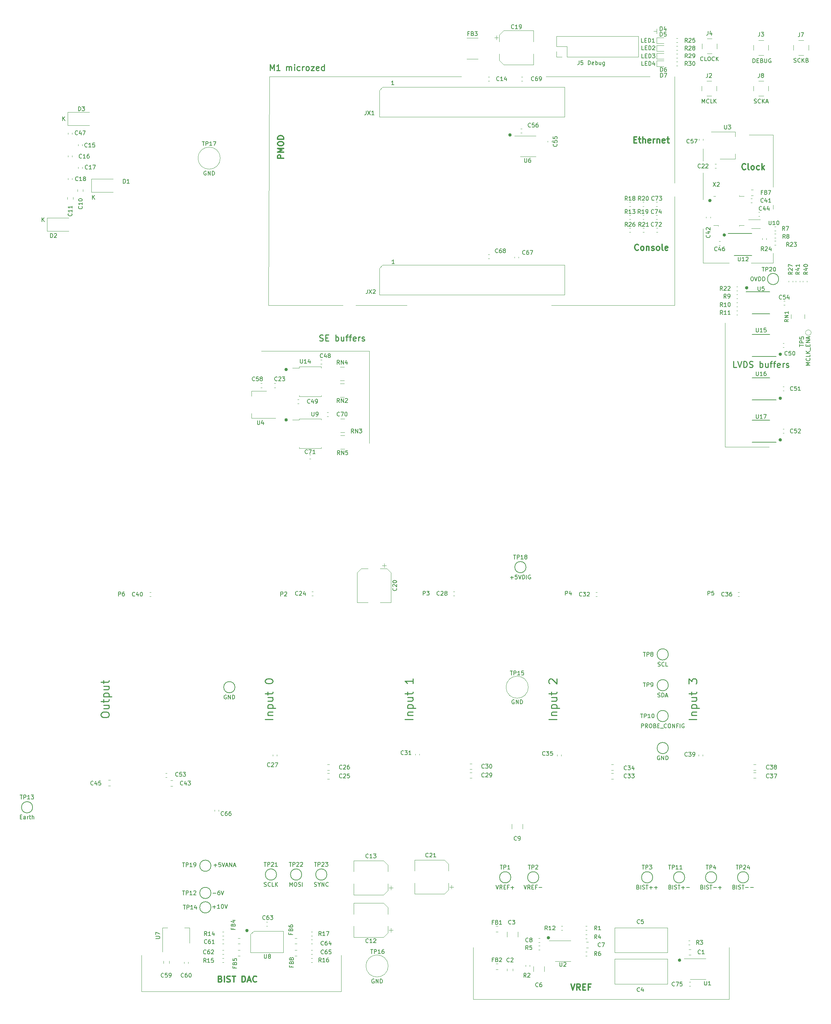
<source format=gbr>
G04 #@! TF.GenerationSoftware,KiCad,Pcbnew,(5.1.5)-3*
G04 #@! TF.CreationDate,2020-07-24T15:11:00-04:00*
G04 #@! TF.ProjectId,main_board,6d61696e-5f62-46f6-9172-642e6b696361,rev?*
G04 #@! TF.SameCoordinates,Original*
G04 #@! TF.FileFunction,Legend,Top*
G04 #@! TF.FilePolarity,Positive*
%FSLAX46Y46*%
G04 Gerber Fmt 4.6, Leading zero omitted, Abs format (unit mm)*
G04 Created by KiCad (PCBNEW (5.1.5)-3) date 2020-07-24 15:11:00*
%MOMM*%
%LPD*%
G04 APERTURE LIST*
%ADD10C,0.120000*%
%ADD11C,0.180000*%
%ADD12C,0.400000*%
%ADD13C,0.300000*%
%ADD14C,0.250000*%
%ADD15C,0.150000*%
G04 APERTURE END LIST*
D10*
X193900000Y-40700000D02*
X193900000Y-39500000D01*
X193100000Y-40100000D02*
X193900000Y-40100000D01*
X131000000Y-51400000D02*
X145000000Y-51400000D01*
X192200000Y-51400000D02*
X166200000Y-51400000D01*
X198400000Y-78000000D02*
X198400000Y-51400000D01*
X198400000Y-108600000D02*
X198400000Y-81400000D01*
X167600000Y-108600000D02*
X198400000Y-108600000D01*
X118600000Y-108600000D02*
X131400000Y-108600000D01*
X96800000Y-108600000D02*
X115400000Y-108600000D01*
X97000000Y-51400000D02*
X96800000Y-108600000D01*
X131000000Y-51400000D02*
X97000000Y-51400000D01*
X205500000Y-72500000D02*
X205500000Y-69500000D01*
X205500000Y-82200000D02*
X205500000Y-75500000D01*
X205500000Y-98000000D02*
X205500000Y-89400000D01*
X212000000Y-98000000D02*
X205500000Y-98000000D01*
X223000000Y-98000000D02*
X217500000Y-98000000D01*
X223000000Y-95500000D02*
X223000000Y-98000000D01*
X223000000Y-83500000D02*
X223000000Y-84500000D01*
X223000000Y-66000000D02*
X223000000Y-79000000D01*
X217000000Y-66000000D02*
X223000000Y-66000000D01*
D11*
X40138095Y-87652380D02*
X40138095Y-86652380D01*
X40709523Y-87652380D02*
X40280952Y-87080952D01*
X40709523Y-86652380D02*
X40138095Y-87223809D01*
X52738095Y-82052380D02*
X52738095Y-81052380D01*
X53309523Y-82052380D02*
X52880952Y-81480952D01*
X53309523Y-81052380D02*
X52738095Y-81623809D01*
X45338095Y-62452380D02*
X45338095Y-61452380D01*
X45909523Y-62452380D02*
X45480952Y-61880952D01*
X45909523Y-61452380D02*
X45338095Y-62023809D01*
D12*
X199800000Y-272200000D02*
G75*
G03X199800000Y-272200000I-200000J0D01*
G01*
X167000000Y-266600000D02*
G75*
G03X167000000Y-266600000I-200000J0D01*
G01*
X91600000Y-264800000D02*
G75*
G03X91600000Y-264800000I-200000J0D01*
G01*
X157400000Y-66000000D02*
G75*
G03X157400000Y-66000000I-200000J0D01*
G01*
X101400000Y-137200000D02*
G75*
G03X101400000Y-137200000I-200000J0D01*
G01*
X101400000Y-124600000D02*
G75*
G03X101400000Y-124600000I-200000J0D01*
G01*
X225000000Y-142200000D02*
G75*
G03X225000000Y-142200000I-200000J0D01*
G01*
X225000000Y-131800000D02*
G75*
G03X225000000Y-131800000I-200000J0D01*
G01*
X225000000Y-120800000D02*
G75*
G03X225000000Y-120800000I-200000J0D01*
G01*
X216600000Y-104200000D02*
G75*
G03X216600000Y-104200000I-200000J0D01*
G01*
X207400000Y-82400000D02*
G75*
G03X207400000Y-82400000I-200000J0D01*
G01*
X211000000Y-91000000D02*
G75*
G03X211000000Y-91000000I-200000J0D01*
G01*
D10*
X211000000Y-144000000D02*
X211000000Y-113000000D01*
X222000000Y-144000000D02*
X211000000Y-144000000D01*
X122000000Y-120000000D02*
X122000000Y-143000000D01*
X95000000Y-120000000D02*
X122000000Y-120000000D01*
X212000000Y-282000000D02*
X212000000Y-269000000D01*
X148000000Y-282000000D02*
X212000000Y-282000000D01*
X148000000Y-280000000D02*
X148000000Y-282000000D01*
X148000000Y-279000000D02*
X148000000Y-280000000D01*
X148000000Y-269000000D02*
X148000000Y-279000000D01*
X115000000Y-280000000D02*
X115000000Y-271000000D01*
X65000000Y-280000000D02*
X115000000Y-280000000D01*
X65000000Y-271000000D02*
X65000000Y-280000000D01*
D13*
X216142857Y-74535714D02*
X216071428Y-74607142D01*
X215857142Y-74678571D01*
X215714285Y-74678571D01*
X215500000Y-74607142D01*
X215357142Y-74464285D01*
X215285714Y-74321428D01*
X215214285Y-74035714D01*
X215214285Y-73821428D01*
X215285714Y-73535714D01*
X215357142Y-73392857D01*
X215500000Y-73250000D01*
X215714285Y-73178571D01*
X215857142Y-73178571D01*
X216071428Y-73250000D01*
X216142857Y-73321428D01*
X217000000Y-74678571D02*
X216857142Y-74607142D01*
X216785714Y-74464285D01*
X216785714Y-73178571D01*
X217785714Y-74678571D02*
X217642857Y-74607142D01*
X217571428Y-74535714D01*
X217500000Y-74392857D01*
X217500000Y-73964285D01*
X217571428Y-73821428D01*
X217642857Y-73750000D01*
X217785714Y-73678571D01*
X218000000Y-73678571D01*
X218142857Y-73750000D01*
X218214285Y-73821428D01*
X218285714Y-73964285D01*
X218285714Y-74392857D01*
X218214285Y-74535714D01*
X218142857Y-74607142D01*
X218000000Y-74678571D01*
X217785714Y-74678571D01*
X219571428Y-74607142D02*
X219428571Y-74678571D01*
X219142857Y-74678571D01*
X219000000Y-74607142D01*
X218928571Y-74535714D01*
X218857142Y-74392857D01*
X218857142Y-73964285D01*
X218928571Y-73821428D01*
X219000000Y-73750000D01*
X219142857Y-73678571D01*
X219428571Y-73678571D01*
X219571428Y-73750000D01*
X220214285Y-74678571D02*
X220214285Y-73178571D01*
X220357142Y-74107142D02*
X220785714Y-74678571D01*
X220785714Y-73678571D02*
X220214285Y-74250000D01*
D14*
X213857142Y-124078571D02*
X213142857Y-124078571D01*
X213142857Y-122578571D01*
X214142857Y-122578571D02*
X214642857Y-124078571D01*
X215142857Y-122578571D01*
X215642857Y-124078571D02*
X215642857Y-122578571D01*
X216000000Y-122578571D01*
X216214285Y-122650000D01*
X216357142Y-122792857D01*
X216428571Y-122935714D01*
X216500000Y-123221428D01*
X216500000Y-123435714D01*
X216428571Y-123721428D01*
X216357142Y-123864285D01*
X216214285Y-124007142D01*
X216000000Y-124078571D01*
X215642857Y-124078571D01*
X217071428Y-124007142D02*
X217285714Y-124078571D01*
X217642857Y-124078571D01*
X217785714Y-124007142D01*
X217857142Y-123935714D01*
X217928571Y-123792857D01*
X217928571Y-123650000D01*
X217857142Y-123507142D01*
X217785714Y-123435714D01*
X217642857Y-123364285D01*
X217357142Y-123292857D01*
X217214285Y-123221428D01*
X217142857Y-123150000D01*
X217071428Y-123007142D01*
X217071428Y-122864285D01*
X217142857Y-122721428D01*
X217214285Y-122650000D01*
X217357142Y-122578571D01*
X217714285Y-122578571D01*
X217928571Y-122650000D01*
X219714285Y-124078571D02*
X219714285Y-122578571D01*
X219714285Y-123150000D02*
X219857142Y-123078571D01*
X220142857Y-123078571D01*
X220285714Y-123150000D01*
X220357142Y-123221428D01*
X220428571Y-123364285D01*
X220428571Y-123792857D01*
X220357142Y-123935714D01*
X220285714Y-124007142D01*
X220142857Y-124078571D01*
X219857142Y-124078571D01*
X219714285Y-124007142D01*
X221714285Y-123078571D02*
X221714285Y-124078571D01*
X221071428Y-123078571D02*
X221071428Y-123864285D01*
X221142857Y-124007142D01*
X221285714Y-124078571D01*
X221500000Y-124078571D01*
X221642857Y-124007142D01*
X221714285Y-123935714D01*
X222214285Y-123078571D02*
X222785714Y-123078571D01*
X222428571Y-124078571D02*
X222428571Y-122792857D01*
X222500000Y-122650000D01*
X222642857Y-122578571D01*
X222785714Y-122578571D01*
X223071428Y-123078571D02*
X223642857Y-123078571D01*
X223285714Y-124078571D02*
X223285714Y-122792857D01*
X223357142Y-122650000D01*
X223500000Y-122578571D01*
X223642857Y-122578571D01*
X224714285Y-124007142D02*
X224571428Y-124078571D01*
X224285714Y-124078571D01*
X224142857Y-124007142D01*
X224071428Y-123864285D01*
X224071428Y-123292857D01*
X224142857Y-123150000D01*
X224285714Y-123078571D01*
X224571428Y-123078571D01*
X224714285Y-123150000D01*
X224785714Y-123292857D01*
X224785714Y-123435714D01*
X224071428Y-123578571D01*
X225428571Y-124078571D02*
X225428571Y-123078571D01*
X225428571Y-123364285D02*
X225500000Y-123221428D01*
X225571428Y-123150000D01*
X225714285Y-123078571D01*
X225857142Y-123078571D01*
X226285714Y-124007142D02*
X226428571Y-124078571D01*
X226714285Y-124078571D01*
X226857142Y-124007142D01*
X226928571Y-123864285D01*
X226928571Y-123792857D01*
X226857142Y-123650000D01*
X226714285Y-123578571D01*
X226500000Y-123578571D01*
X226357142Y-123507142D01*
X226285714Y-123364285D01*
X226285714Y-123292857D01*
X226357142Y-123150000D01*
X226500000Y-123078571D01*
X226714285Y-123078571D01*
X226857142Y-123150000D01*
X109592857Y-117407142D02*
X109807142Y-117478571D01*
X110164285Y-117478571D01*
X110307142Y-117407142D01*
X110378571Y-117335714D01*
X110450000Y-117192857D01*
X110450000Y-117050000D01*
X110378571Y-116907142D01*
X110307142Y-116835714D01*
X110164285Y-116764285D01*
X109878571Y-116692857D01*
X109735714Y-116621428D01*
X109664285Y-116550000D01*
X109592857Y-116407142D01*
X109592857Y-116264285D01*
X109664285Y-116121428D01*
X109735714Y-116050000D01*
X109878571Y-115978571D01*
X110235714Y-115978571D01*
X110450000Y-116050000D01*
X111092857Y-116692857D02*
X111592857Y-116692857D01*
X111807142Y-117478571D02*
X111092857Y-117478571D01*
X111092857Y-115978571D01*
X111807142Y-115978571D01*
X113592857Y-117478571D02*
X113592857Y-115978571D01*
X113592857Y-116550000D02*
X113735714Y-116478571D01*
X114021428Y-116478571D01*
X114164285Y-116550000D01*
X114235714Y-116621428D01*
X114307142Y-116764285D01*
X114307142Y-117192857D01*
X114235714Y-117335714D01*
X114164285Y-117407142D01*
X114021428Y-117478571D01*
X113735714Y-117478571D01*
X113592857Y-117407142D01*
X115592857Y-116478571D02*
X115592857Y-117478571D01*
X114950000Y-116478571D02*
X114950000Y-117264285D01*
X115021428Y-117407142D01*
X115164285Y-117478571D01*
X115378571Y-117478571D01*
X115521428Y-117407142D01*
X115592857Y-117335714D01*
X116092857Y-116478571D02*
X116664285Y-116478571D01*
X116307142Y-117478571D02*
X116307142Y-116192857D01*
X116378571Y-116050000D01*
X116521428Y-115978571D01*
X116664285Y-115978571D01*
X116950000Y-116478571D02*
X117521428Y-116478571D01*
X117164285Y-117478571D02*
X117164285Y-116192857D01*
X117235714Y-116050000D01*
X117378571Y-115978571D01*
X117521428Y-115978571D01*
X118592857Y-117407142D02*
X118450000Y-117478571D01*
X118164285Y-117478571D01*
X118021428Y-117407142D01*
X117950000Y-117264285D01*
X117950000Y-116692857D01*
X118021428Y-116550000D01*
X118164285Y-116478571D01*
X118450000Y-116478571D01*
X118592857Y-116550000D01*
X118664285Y-116692857D01*
X118664285Y-116835714D01*
X117950000Y-116978571D01*
X119307142Y-117478571D02*
X119307142Y-116478571D01*
X119307142Y-116764285D02*
X119378571Y-116621428D01*
X119450000Y-116550000D01*
X119592857Y-116478571D01*
X119735714Y-116478571D01*
X120164285Y-117407142D02*
X120307142Y-117478571D01*
X120592857Y-117478571D01*
X120735714Y-117407142D01*
X120807142Y-117264285D01*
X120807142Y-117192857D01*
X120735714Y-117050000D01*
X120592857Y-116978571D01*
X120378571Y-116978571D01*
X120235714Y-116907142D01*
X120164285Y-116764285D01*
X120164285Y-116692857D01*
X120235714Y-116550000D01*
X120378571Y-116478571D01*
X120592857Y-116478571D01*
X120735714Y-116550000D01*
D13*
X172428571Y-278178571D02*
X172928571Y-279678571D01*
X173428571Y-278178571D01*
X174785714Y-279678571D02*
X174285714Y-278964285D01*
X173928571Y-279678571D02*
X173928571Y-278178571D01*
X174500000Y-278178571D01*
X174642857Y-278250000D01*
X174714285Y-278321428D01*
X174785714Y-278464285D01*
X174785714Y-278678571D01*
X174714285Y-278821428D01*
X174642857Y-278892857D01*
X174500000Y-278964285D01*
X173928571Y-278964285D01*
X175428571Y-278892857D02*
X175928571Y-278892857D01*
X176142857Y-279678571D02*
X175428571Y-279678571D01*
X175428571Y-278178571D01*
X176142857Y-278178571D01*
X177285714Y-278892857D02*
X176785714Y-278892857D01*
X176785714Y-279678571D02*
X176785714Y-278178571D01*
X177500000Y-278178571D01*
X84750000Y-276892857D02*
X84964285Y-276964285D01*
X85035714Y-277035714D01*
X85107142Y-277178571D01*
X85107142Y-277392857D01*
X85035714Y-277535714D01*
X84964285Y-277607142D01*
X84821428Y-277678571D01*
X84250000Y-277678571D01*
X84250000Y-276178571D01*
X84750000Y-276178571D01*
X84892857Y-276250000D01*
X84964285Y-276321428D01*
X85035714Y-276464285D01*
X85035714Y-276607142D01*
X84964285Y-276750000D01*
X84892857Y-276821428D01*
X84750000Y-276892857D01*
X84250000Y-276892857D01*
X85750000Y-277678571D02*
X85750000Y-276178571D01*
X86392857Y-277607142D02*
X86607142Y-277678571D01*
X86964285Y-277678571D01*
X87107142Y-277607142D01*
X87178571Y-277535714D01*
X87250000Y-277392857D01*
X87250000Y-277250000D01*
X87178571Y-277107142D01*
X87107142Y-277035714D01*
X86964285Y-276964285D01*
X86678571Y-276892857D01*
X86535714Y-276821428D01*
X86464285Y-276750000D01*
X86392857Y-276607142D01*
X86392857Y-276464285D01*
X86464285Y-276321428D01*
X86535714Y-276250000D01*
X86678571Y-276178571D01*
X87035714Y-276178571D01*
X87250000Y-276250000D01*
X87678571Y-276178571D02*
X88535714Y-276178571D01*
X88107142Y-277678571D02*
X88107142Y-276178571D01*
X90178571Y-277678571D02*
X90178571Y-276178571D01*
X90535714Y-276178571D01*
X90750000Y-276250000D01*
X90892857Y-276392857D01*
X90964285Y-276535714D01*
X91035714Y-276821428D01*
X91035714Y-277035714D01*
X90964285Y-277321428D01*
X90892857Y-277464285D01*
X90750000Y-277607142D01*
X90535714Y-277678571D01*
X90178571Y-277678571D01*
X91607142Y-277250000D02*
X92321428Y-277250000D01*
X91464285Y-277678571D02*
X91964285Y-276178571D01*
X92464285Y-277678571D01*
X93821428Y-277535714D02*
X93750000Y-277607142D01*
X93535714Y-277678571D01*
X93392857Y-277678571D01*
X93178571Y-277607142D01*
X93035714Y-277464285D01*
X92964285Y-277321428D01*
X92892857Y-277035714D01*
X92892857Y-276821428D01*
X92964285Y-276535714D01*
X93035714Y-276392857D01*
X93178571Y-276250000D01*
X93392857Y-276178571D01*
X93535714Y-276178571D01*
X93750000Y-276250000D01*
X93821428Y-276321428D01*
D14*
X54904761Y-211047618D02*
X54904761Y-210666665D01*
X55000000Y-210476189D01*
X55190476Y-210285713D01*
X55571428Y-210190475D01*
X56238095Y-210190475D01*
X56619047Y-210285713D01*
X56809523Y-210476189D01*
X56904761Y-210666665D01*
X56904761Y-211047618D01*
X56809523Y-211238094D01*
X56619047Y-211428570D01*
X56238095Y-211523808D01*
X55571428Y-211523808D01*
X55190476Y-211428570D01*
X55000000Y-211238094D01*
X54904761Y-211047618D01*
X55571428Y-208476189D02*
X56904761Y-208476189D01*
X55571428Y-209333332D02*
X56619047Y-209333332D01*
X56809523Y-209238094D01*
X56904761Y-209047618D01*
X56904761Y-208761903D01*
X56809523Y-208571427D01*
X56714285Y-208476189D01*
X55571428Y-207809522D02*
X55571428Y-207047618D01*
X54904761Y-207523808D02*
X56619047Y-207523808D01*
X56809523Y-207428570D01*
X56904761Y-207238094D01*
X56904761Y-207047618D01*
X55571428Y-206380951D02*
X57571428Y-206380951D01*
X55666666Y-206380951D02*
X55571428Y-206190475D01*
X55571428Y-205809522D01*
X55666666Y-205619046D01*
X55761904Y-205523808D01*
X55952380Y-205428570D01*
X56523809Y-205428570D01*
X56714285Y-205523808D01*
X56809523Y-205619046D01*
X56904761Y-205809522D01*
X56904761Y-206190475D01*
X56809523Y-206380951D01*
X55571428Y-203714284D02*
X56904761Y-203714284D01*
X55571428Y-204571427D02*
X56619047Y-204571427D01*
X56809523Y-204476189D01*
X56904761Y-204285713D01*
X56904761Y-203999999D01*
X56809523Y-203809522D01*
X56714285Y-203714284D01*
X55571428Y-203047618D02*
X55571428Y-202285713D01*
X54904761Y-202761903D02*
X56619047Y-202761903D01*
X56809523Y-202666665D01*
X56904761Y-202476189D01*
X56904761Y-202285713D01*
X168904761Y-212000000D02*
X166904761Y-212000000D01*
X167571428Y-211047619D02*
X168904761Y-211047619D01*
X167761904Y-211047619D02*
X167666666Y-210952380D01*
X167571428Y-210761904D01*
X167571428Y-210476190D01*
X167666666Y-210285714D01*
X167857142Y-210190476D01*
X168904761Y-210190476D01*
X167571428Y-209238095D02*
X169571428Y-209238095D01*
X167666666Y-209238095D02*
X167571428Y-209047619D01*
X167571428Y-208666666D01*
X167666666Y-208476190D01*
X167761904Y-208380952D01*
X167952380Y-208285714D01*
X168523809Y-208285714D01*
X168714285Y-208380952D01*
X168809523Y-208476190D01*
X168904761Y-208666666D01*
X168904761Y-209047619D01*
X168809523Y-209238095D01*
X167571428Y-206571428D02*
X168904761Y-206571428D01*
X167571428Y-207428571D02*
X168619047Y-207428571D01*
X168809523Y-207333333D01*
X168904761Y-207142857D01*
X168904761Y-206857142D01*
X168809523Y-206666666D01*
X168714285Y-206571428D01*
X167571428Y-205904761D02*
X167571428Y-205142857D01*
X166904761Y-205619047D02*
X168619047Y-205619047D01*
X168809523Y-205523809D01*
X168904761Y-205333333D01*
X168904761Y-205142857D01*
X167095238Y-203047619D02*
X167000000Y-202952380D01*
X166904761Y-202761904D01*
X166904761Y-202285714D01*
X167000000Y-202095238D01*
X167095238Y-202000000D01*
X167285714Y-201904761D01*
X167476190Y-201904761D01*
X167761904Y-202000000D01*
X168904761Y-203142857D01*
X168904761Y-201904761D01*
X203904761Y-212000000D02*
X201904761Y-212000000D01*
X202571428Y-211047619D02*
X203904761Y-211047619D01*
X202761904Y-211047619D02*
X202666666Y-210952380D01*
X202571428Y-210761904D01*
X202571428Y-210476190D01*
X202666666Y-210285714D01*
X202857142Y-210190476D01*
X203904761Y-210190476D01*
X202571428Y-209238095D02*
X204571428Y-209238095D01*
X202666666Y-209238095D02*
X202571428Y-209047619D01*
X202571428Y-208666666D01*
X202666666Y-208476190D01*
X202761904Y-208380952D01*
X202952380Y-208285714D01*
X203523809Y-208285714D01*
X203714285Y-208380952D01*
X203809523Y-208476190D01*
X203904761Y-208666666D01*
X203904761Y-209047619D01*
X203809523Y-209238095D01*
X202571428Y-206571428D02*
X203904761Y-206571428D01*
X202571428Y-207428571D02*
X203619047Y-207428571D01*
X203809523Y-207333333D01*
X203904761Y-207142857D01*
X203904761Y-206857142D01*
X203809523Y-206666666D01*
X203714285Y-206571428D01*
X202571428Y-205904761D02*
X202571428Y-205142857D01*
X201904761Y-205619047D02*
X203619047Y-205619047D01*
X203809523Y-205523809D01*
X203904761Y-205333333D01*
X203904761Y-205142857D01*
X201904761Y-203142857D02*
X201904761Y-201904761D01*
X202666666Y-202571428D01*
X202666666Y-202285714D01*
X202761904Y-202095238D01*
X202857142Y-202000000D01*
X203047619Y-201904761D01*
X203523809Y-201904761D01*
X203714285Y-202000000D01*
X203809523Y-202095238D01*
X203904761Y-202285714D01*
X203904761Y-202857142D01*
X203809523Y-203047619D01*
X203714285Y-203142857D01*
X132904761Y-212000000D02*
X130904761Y-212000000D01*
X131571428Y-211047619D02*
X132904761Y-211047619D01*
X131761904Y-211047619D02*
X131666666Y-210952380D01*
X131571428Y-210761904D01*
X131571428Y-210476190D01*
X131666666Y-210285714D01*
X131857142Y-210190476D01*
X132904761Y-210190476D01*
X131571428Y-209238095D02*
X133571428Y-209238095D01*
X131666666Y-209238095D02*
X131571428Y-209047619D01*
X131571428Y-208666666D01*
X131666666Y-208476190D01*
X131761904Y-208380952D01*
X131952380Y-208285714D01*
X132523809Y-208285714D01*
X132714285Y-208380952D01*
X132809523Y-208476190D01*
X132904761Y-208666666D01*
X132904761Y-209047619D01*
X132809523Y-209238095D01*
X131571428Y-206571428D02*
X132904761Y-206571428D01*
X131571428Y-207428571D02*
X132619047Y-207428571D01*
X132809523Y-207333333D01*
X132904761Y-207142857D01*
X132904761Y-206857142D01*
X132809523Y-206666666D01*
X132714285Y-206571428D01*
X131571428Y-205904761D02*
X131571428Y-205142857D01*
X130904761Y-205619047D02*
X132619047Y-205619047D01*
X132809523Y-205523809D01*
X132904761Y-205333333D01*
X132904761Y-205142857D01*
X132904761Y-201904761D02*
X132904761Y-203047619D01*
X132904761Y-202476190D02*
X130904761Y-202476190D01*
X131190476Y-202666666D01*
X131380952Y-202857142D01*
X131476190Y-203047619D01*
X97904761Y-212000000D02*
X95904761Y-212000000D01*
X96571428Y-211047619D02*
X97904761Y-211047619D01*
X96761904Y-211047619D02*
X96666666Y-210952380D01*
X96571428Y-210761904D01*
X96571428Y-210476190D01*
X96666666Y-210285714D01*
X96857142Y-210190476D01*
X97904761Y-210190476D01*
X96571428Y-209238095D02*
X98571428Y-209238095D01*
X96666666Y-209238095D02*
X96571428Y-209047619D01*
X96571428Y-208666666D01*
X96666666Y-208476190D01*
X96761904Y-208380952D01*
X96952380Y-208285714D01*
X97523809Y-208285714D01*
X97714285Y-208380952D01*
X97809523Y-208476190D01*
X97904761Y-208666666D01*
X97904761Y-209047619D01*
X97809523Y-209238095D01*
X96571428Y-206571428D02*
X97904761Y-206571428D01*
X96571428Y-207428571D02*
X97619047Y-207428571D01*
X97809523Y-207333333D01*
X97904761Y-207142857D01*
X97904761Y-206857142D01*
X97809523Y-206666666D01*
X97714285Y-206571428D01*
X96571428Y-205904761D02*
X96571428Y-205142857D01*
X95904761Y-205619047D02*
X97619047Y-205619047D01*
X97809523Y-205523809D01*
X97904761Y-205333333D01*
X97904761Y-205142857D01*
X95904761Y-202571428D02*
X95904761Y-202380952D01*
X96000000Y-202190476D01*
X96095238Y-202095238D01*
X96285714Y-202000000D01*
X96666666Y-201904761D01*
X97142857Y-201904761D01*
X97523809Y-202000000D01*
X97714285Y-202095238D01*
X97809523Y-202190476D01*
X97904761Y-202380952D01*
X97904761Y-202571428D01*
X97809523Y-202761904D01*
X97714285Y-202857142D01*
X97523809Y-202952380D01*
X97142857Y-203047619D01*
X96666666Y-203047619D01*
X96285714Y-202952380D01*
X96095238Y-202857142D01*
X96000000Y-202761904D01*
X95904761Y-202571428D01*
D10*
X193850000Y-48925000D02*
X193850000Y-47475000D01*
X195700000Y-48925000D02*
X193850000Y-48925000D01*
X193850000Y-47475000D02*
X195700000Y-47475000D01*
X193850000Y-46991666D02*
X193850000Y-45541666D01*
X195700000Y-46991666D02*
X193850000Y-46991666D01*
X193850000Y-45541666D02*
X195700000Y-45541666D01*
X193850000Y-45058333D02*
X193850000Y-43608333D01*
X195700000Y-45058333D02*
X193850000Y-45058333D01*
X193850000Y-43608333D02*
X195700000Y-43608333D01*
X193850000Y-43125000D02*
X193850000Y-41675000D01*
X195700000Y-43125000D02*
X193850000Y-43125000D01*
X193850000Y-41675000D02*
X195700000Y-41675000D01*
X92300000Y-270275000D02*
X92300000Y-265725000D01*
X100500000Y-270275000D02*
X92300000Y-270275000D01*
X100500000Y-264925000D02*
X100500000Y-270275000D01*
X93100000Y-264925000D02*
X100500000Y-264925000D01*
X92300000Y-265725000D02*
X93100000Y-264925000D01*
D15*
X196800000Y-219200000D02*
G75*
G03X196800000Y-219200000I-1400000J0D01*
G01*
X88400000Y-204000000D02*
G75*
G03X88400000Y-204000000I-1400000J0D01*
G01*
X216900000Y-251500000D02*
G75*
G03X216900000Y-251500000I-1400000J0D01*
G01*
X200900000Y-251500000D02*
G75*
G03X200900000Y-251500000I-1400000J0D01*
G01*
X208900000Y-251500000D02*
G75*
G03X208900000Y-251500000I-1400000J0D01*
G01*
X192900000Y-251500000D02*
G75*
G03X192900000Y-251500000I-1400000J0D01*
G01*
D10*
X170850000Y-54075000D02*
X170850000Y-61475000D01*
X125350000Y-54085600D02*
X124550000Y-54885600D01*
X170850000Y-61475000D02*
X124560600Y-61475000D01*
X125350000Y-54085600D02*
X170850000Y-54075000D01*
X124550000Y-61483400D02*
X124550000Y-54879400D01*
X170850000Y-105925000D02*
X124560600Y-105925000D01*
X170850000Y-98525000D02*
X170850000Y-105925000D01*
X125350000Y-98535600D02*
X170850000Y-98525000D01*
X124550000Y-105933400D02*
X124550000Y-99329400D01*
X125350000Y-98535600D02*
X124550000Y-99335600D01*
X198837221Y-48710000D02*
X199162779Y-48710000D01*
X198837221Y-47690000D02*
X199162779Y-47690000D01*
X198837221Y-46776666D02*
X199162779Y-46776666D01*
X198837221Y-45756666D02*
X199162779Y-45756666D01*
X198837221Y-44843333D02*
X199162779Y-44843333D01*
X198837221Y-43823333D02*
X199162779Y-43823333D01*
X198837221Y-42910000D02*
X199162779Y-42910000D01*
X198837221Y-41890000D02*
X199162779Y-41890000D01*
X168870000Y-46530000D02*
X168870000Y-45200000D01*
X170200000Y-46530000D02*
X168870000Y-46530000D01*
X168870000Y-43930000D02*
X168870000Y-41330000D01*
X171470000Y-43930000D02*
X168870000Y-43930000D01*
X171470000Y-46530000D02*
X171470000Y-43930000D01*
X168870000Y-41330000D02*
X189310000Y-41330000D01*
X171470000Y-46530000D02*
X189310000Y-46530000D01*
X189310000Y-46530000D02*
X189310000Y-41330000D01*
X232525000Y-115400000D02*
G75*
G03X232525000Y-115400000I-700000J0D01*
G01*
D15*
X111400000Y-250800000D02*
G75*
G03X111400000Y-250800000I-1400000J0D01*
G01*
X105100000Y-250800000D02*
G75*
G03X105100000Y-250800000I-1400000J0D01*
G01*
X98800000Y-250800000D02*
G75*
G03X98800000Y-250800000I-1400000J0D01*
G01*
X224400000Y-102000000D02*
G75*
G03X224400000Y-102000000I-1400000J0D01*
G01*
X82400000Y-248600000D02*
G75*
G03X82400000Y-248600000I-1400000J0D01*
G01*
X161200000Y-174000000D02*
G75*
G03X161200000Y-174000000I-1400000J0D01*
G01*
D10*
X84700000Y-71800000D02*
G75*
G03X84700000Y-71800000I-2750000J0D01*
G01*
X126700000Y-273650000D02*
G75*
G03X126700000Y-273650000I-2750000J0D01*
G01*
X161750000Y-204000000D02*
G75*
G03X161750000Y-204000000I-2750000J0D01*
G01*
D15*
X82400000Y-259000000D02*
G75*
G03X82400000Y-259000000I-1400000J0D01*
G01*
X37800000Y-234000000D02*
G75*
G03X37800000Y-234000000I-1400000J0D01*
G01*
X82400000Y-255400000D02*
G75*
G03X82400000Y-255400000I-1400000J0D01*
G01*
X196800000Y-211200000D02*
G75*
G03X196800000Y-211200000I-1400000J0D01*
G01*
X196800000Y-203500000D02*
G75*
G03X196800000Y-203500000I-1400000J0D01*
G01*
X196800000Y-195800000D02*
G75*
G03X196800000Y-195800000I-1400000J0D01*
G01*
X164400000Y-251500000D02*
G75*
G03X164400000Y-251500000I-1400000J0D01*
G01*
X157400000Y-251500000D02*
G75*
G03X157400000Y-251500000I-1400000J0D01*
G01*
D10*
X220290000Y-91837221D02*
X220290000Y-92162779D01*
X221310000Y-91837221D02*
X221310000Y-92162779D01*
X223662779Y-92490000D02*
X223337221Y-92490000D01*
X223662779Y-93510000D02*
X223337221Y-93510000D01*
X207720000Y-45695000D02*
X206480000Y-45695000D01*
X207720000Y-41955000D02*
X206480000Y-41955000D01*
X205230000Y-44445000D02*
X205230000Y-43205000D01*
X208970000Y-44445000D02*
X208970000Y-43205000D01*
X202037221Y-278710000D02*
X202362779Y-278710000D01*
X202037221Y-277690000D02*
X202362779Y-277690000D01*
X178649721Y-181310000D02*
X178975279Y-181310000D01*
X178649721Y-180290000D02*
X178975279Y-180290000D01*
X218058578Y-79690000D02*
X217541422Y-79690000D01*
X218058578Y-81110000D02*
X217541422Y-81110000D01*
X146384252Y-47010000D02*
X149215748Y-47010000D01*
X146384252Y-41790000D02*
X149215748Y-41790000D01*
X163040000Y-273797936D02*
X163040000Y-275002064D01*
X165760000Y-273797936D02*
X165760000Y-275002064D01*
X213837221Y-104910000D02*
X214162779Y-104910000D01*
X213837221Y-103890000D02*
X214162779Y-103890000D01*
X96562779Y-262690000D02*
X96237221Y-262690000D01*
X96562779Y-263710000D02*
X96237221Y-263710000D01*
X95162779Y-128090000D02*
X94837221Y-128090000D01*
X95162779Y-129110000D02*
X94837221Y-129110000D01*
X205510000Y-67362779D02*
X205510000Y-67037221D01*
X204490000Y-67362779D02*
X204490000Y-67037221D01*
X71362779Y-225490000D02*
X71037221Y-225490000D01*
X71362779Y-226510000D02*
X71037221Y-226510000D01*
X47710000Y-65842779D02*
X47710000Y-65517221D01*
X46690000Y-65842779D02*
X46690000Y-65517221D01*
X67037221Y-181310000D02*
X67362779Y-181310000D01*
X67037221Y-180290000D02*
X67362779Y-180290000D01*
X204390000Y-220837221D02*
X204390000Y-221162779D01*
X205410000Y-220837221D02*
X205410000Y-221162779D01*
X214249721Y-181310000D02*
X214575279Y-181310000D01*
X214249721Y-180290000D02*
X214575279Y-180290000D01*
X168990000Y-220837221D02*
X168990000Y-221162779D01*
X170010000Y-220837221D02*
X170010000Y-221162779D01*
X133490000Y-220637221D02*
X133490000Y-220962779D01*
X134510000Y-220637221D02*
X134510000Y-220962779D01*
X143024721Y-181110000D02*
X143350279Y-181110000D01*
X143024721Y-180090000D02*
X143350279Y-180090000D01*
X97890000Y-220837221D02*
X97890000Y-221162779D01*
X98910000Y-220837221D02*
X98910000Y-221162779D01*
X107637221Y-181110000D02*
X107962779Y-181110000D01*
X107637221Y-180090000D02*
X107962779Y-180090000D01*
X47710000Y-77176111D02*
X47710000Y-76850553D01*
X46690000Y-77176111D02*
X46690000Y-76850553D01*
X50210000Y-74342778D02*
X50210000Y-74017220D01*
X49190000Y-74342778D02*
X49190000Y-74017220D01*
X47710000Y-71509445D02*
X47710000Y-71183887D01*
X46690000Y-71509445D02*
X46690000Y-71183887D01*
X50210000Y-68676112D02*
X50210000Y-68350554D01*
X49190000Y-68676112D02*
X49190000Y-68350554D01*
X104362779Y-132090000D02*
X104037221Y-132090000D01*
X104362779Y-133110000D02*
X104037221Y-133110000D01*
X227910000Y-102762779D02*
X227910000Y-102437221D01*
X226890000Y-102762779D02*
X226890000Y-102437221D01*
X221870000Y-43580000D02*
X221870000Y-44820000D01*
X218130000Y-43580000D02*
X218130000Y-44820000D01*
X220620000Y-46070000D02*
X219380000Y-46070000D01*
X220620000Y-42330000D02*
X219380000Y-42330000D01*
X187375279Y-89290000D02*
X187049721Y-89290000D01*
X187375279Y-90310000D02*
X187049721Y-90310000D01*
X190762779Y-89290000D02*
X190437221Y-89290000D01*
X190762779Y-90310000D02*
X190437221Y-90310000D01*
X190712779Y-82790000D02*
X190387221Y-82790000D01*
X190712779Y-83810000D02*
X190387221Y-83810000D01*
X190712779Y-86090000D02*
X190387221Y-86090000D01*
X190712779Y-87110000D02*
X190387221Y-87110000D01*
X187362779Y-82790000D02*
X187037221Y-82790000D01*
X187362779Y-83810000D02*
X187037221Y-83810000D01*
X187362779Y-86090000D02*
X187037221Y-86090000D01*
X187362779Y-87110000D02*
X187037221Y-87110000D01*
X194062779Y-86090000D02*
X193737221Y-86090000D01*
X194062779Y-87110000D02*
X193737221Y-87110000D01*
X194062779Y-82790000D02*
X193737221Y-82790000D01*
X194062779Y-83810000D02*
X193737221Y-83810000D01*
X194162779Y-89290000D02*
X193837221Y-89290000D01*
X194162779Y-90310000D02*
X193837221Y-90310000D01*
X107220000Y-144330000D02*
X109980000Y-144330000D01*
X109980000Y-144330000D02*
X109980000Y-144055000D01*
X107220000Y-144330000D02*
X104460000Y-144330000D01*
X104460000Y-144330000D02*
X104460000Y-144055000D01*
X107220000Y-136910000D02*
X109980000Y-136910000D01*
X109980000Y-136910000D02*
X109980000Y-137185000D01*
X107220000Y-136910000D02*
X104460000Y-136910000D01*
X104460000Y-136910000D02*
X104460000Y-137185000D01*
X104460000Y-137185000D02*
X102770000Y-137185000D01*
X115820000Y-141120000D02*
X114820000Y-141120000D01*
X115820000Y-144480000D02*
X114820000Y-144480000D01*
X115820000Y-136940000D02*
X114820000Y-136940000D01*
X115820000Y-140300000D02*
X114820000Y-140300000D01*
X107362779Y-145890000D02*
X107037221Y-145890000D01*
X107362779Y-146910000D02*
X107037221Y-146910000D01*
X111437221Y-136310000D02*
X111762779Y-136310000D01*
X111437221Y-135290000D02*
X111762779Y-135290000D01*
X160037221Y-51490000D02*
X160362779Y-51490000D01*
X160037221Y-52510000D02*
X160362779Y-52510000D01*
X151737221Y-95890000D02*
X152062779Y-95890000D01*
X151737221Y-96910000D02*
X152062779Y-96910000D01*
X158290000Y-96762779D02*
X158290000Y-96437221D01*
X159310000Y-96762779D02*
X159310000Y-96437221D01*
X151737221Y-51490000D02*
X152062779Y-51490000D01*
X151737221Y-52510000D02*
X152062779Y-52510000D01*
X83290000Y-234962779D02*
X83290000Y-234637221D01*
X84310000Y-234962779D02*
X84310000Y-234637221D01*
X77080000Y-264120000D02*
X75820000Y-264120000D01*
X70260000Y-264120000D02*
X71520000Y-264120000D01*
X77080000Y-267880000D02*
X77080000Y-264120000D01*
X70260000Y-270130000D02*
X70260000Y-264120000D01*
X115740000Y-131480000D02*
X114740000Y-131480000D01*
X115740000Y-128120000D02*
X114740000Y-128120000D01*
X107437221Y-265090000D02*
X107762779Y-265090000D01*
X107437221Y-266110000D02*
X107762779Y-266110000D01*
X107437221Y-271690000D02*
X107762779Y-271690000D01*
X107437221Y-272710000D02*
X107762779Y-272710000D01*
X85237221Y-271690000D02*
X85562779Y-271690000D01*
X85237221Y-272710000D02*
X85562779Y-272710000D01*
X85237221Y-265090000D02*
X85562779Y-265090000D01*
X85237221Y-266110000D02*
X85562779Y-266110000D01*
X103341422Y-269690000D02*
X103858578Y-269690000D01*
X103341422Y-271110000D02*
X103858578Y-271110000D01*
X103341422Y-266690000D02*
X103858578Y-266690000D01*
X103341422Y-268110000D02*
X103858578Y-268110000D01*
X89658578Y-271110000D02*
X89141422Y-271110000D01*
X89658578Y-269690000D02*
X89141422Y-269690000D01*
X89658578Y-268110000D02*
X89141422Y-268110000D01*
X89658578Y-266690000D02*
X89141422Y-266690000D01*
X107762779Y-270710000D02*
X107437221Y-270710000D01*
X107762779Y-269690000D02*
X107437221Y-269690000D01*
X107762779Y-268110000D02*
X107437221Y-268110000D01*
X107762779Y-267090000D02*
X107437221Y-267090000D01*
X85237221Y-269690000D02*
X85562779Y-269690000D01*
X85237221Y-270710000D02*
X85562779Y-270710000D01*
X85237221Y-267090000D02*
X85562779Y-267090000D01*
X85237221Y-268110000D02*
X85562779Y-268110000D01*
X76710000Y-272637221D02*
X76710000Y-272962779D01*
X75690000Y-272637221D02*
X75690000Y-272962779D01*
X70510000Y-272958578D02*
X70510000Y-272441422D01*
X71930000Y-272958578D02*
X71930000Y-272441422D01*
X170037221Y-263690000D02*
X170362779Y-263690000D01*
X170037221Y-264710000D02*
X170362779Y-264710000D01*
X161750000Y-71390000D02*
X163700000Y-71390000D01*
X161750000Y-71390000D02*
X159800000Y-71390000D01*
X161750000Y-66270000D02*
X163700000Y-66270000D01*
X161750000Y-66270000D02*
X158300000Y-66270000D01*
D15*
X217800000Y-110725000D02*
X222200000Y-110725000D01*
X216225000Y-105200000D02*
X222200000Y-105200000D01*
D10*
X92510000Y-129990000D02*
X92510000Y-131250000D01*
X92510000Y-136810000D02*
X92510000Y-135550000D01*
X96270000Y-129990000D02*
X92510000Y-129990000D01*
X98520000Y-136810000D02*
X92510000Y-136810000D01*
X213510000Y-72010000D02*
X213510000Y-70750000D01*
X213510000Y-65190000D02*
X213510000Y-66450000D01*
X209750000Y-72010000D02*
X213510000Y-72010000D01*
X207500000Y-65190000D02*
X213510000Y-65190000D01*
X170400000Y-272460000D02*
X172350000Y-272460000D01*
X170400000Y-272460000D02*
X168450000Y-272460000D01*
X170400000Y-267340000D02*
X172350000Y-267340000D01*
X170400000Y-267340000D02*
X166950000Y-267340000D01*
X204200000Y-276960000D02*
X206150000Y-276960000D01*
X204200000Y-276960000D02*
X202250000Y-276960000D01*
X204200000Y-271840000D02*
X206150000Y-271840000D01*
X204200000Y-271840000D02*
X200750000Y-271840000D01*
X227520000Y-111900000D02*
X227520000Y-110900000D01*
X230880000Y-111900000D02*
X230880000Y-110900000D01*
X213837221Y-109890000D02*
X214162779Y-109890000D01*
X213837221Y-110910000D02*
X214162779Y-110910000D01*
X213837221Y-107890000D02*
X214162779Y-107890000D01*
X213837221Y-108910000D02*
X214162779Y-108910000D01*
X213837221Y-105890000D02*
X214162779Y-105890000D01*
X213837221Y-106910000D02*
X214162779Y-106910000D01*
X223337221Y-90690000D02*
X223662779Y-90690000D01*
X223337221Y-91710000D02*
X223662779Y-91710000D01*
X223337221Y-88890000D02*
X223662779Y-88890000D01*
X223337221Y-89910000D02*
X223662779Y-89910000D01*
X176462779Y-271110000D02*
X176137221Y-271110000D01*
X176462779Y-270090000D02*
X176137221Y-270090000D01*
X164337221Y-268590000D02*
X164662779Y-268590000D01*
X164337221Y-269610000D02*
X164662779Y-269610000D01*
X176137221Y-265790000D02*
X176462779Y-265790000D01*
X176137221Y-266810000D02*
X176462779Y-266810000D01*
X201837221Y-267290000D02*
X202162779Y-267290000D01*
X201837221Y-268310000D02*
X202162779Y-268310000D01*
X162110000Y-273437221D02*
X162110000Y-273762779D01*
X161090000Y-273437221D02*
X161090000Y-273762779D01*
X176462779Y-264710000D02*
X176137221Y-264710000D01*
X176462779Y-263690000D02*
X176137221Y-263690000D01*
X208870000Y-55020000D02*
X208870000Y-53780000D01*
X205130000Y-55020000D02*
X205130000Y-53780000D01*
X207620000Y-52530000D02*
X206380000Y-52530000D01*
X207620000Y-56270000D02*
X206380000Y-56270000D01*
X153641422Y-273090000D02*
X154158578Y-273090000D01*
X153641422Y-274510000D02*
X154158578Y-274510000D01*
X153641422Y-263710000D02*
X154158578Y-263710000D01*
X153641422Y-265130000D02*
X154158578Y-265130000D01*
X46600000Y-60350000D02*
X46600000Y-63650000D01*
X46600000Y-63650000D02*
X52000000Y-63650000D01*
X46600000Y-60350000D02*
X52000000Y-60350000D01*
X41400000Y-86750000D02*
X41400000Y-90050000D01*
X41400000Y-90050000D02*
X46800000Y-90050000D01*
X41400000Y-86750000D02*
X46800000Y-86750000D01*
X52520000Y-77030000D02*
X52520000Y-80330000D01*
X52520000Y-80330000D02*
X57920000Y-80330000D01*
X52520000Y-77030000D02*
X57920000Y-77030000D01*
X159837221Y-64490000D02*
X160162779Y-64490000D01*
X159837221Y-65510000D02*
X160162779Y-65510000D01*
X167610000Y-67477221D02*
X167610000Y-67802779D01*
X166590000Y-67477221D02*
X166590000Y-67802779D01*
X225637221Y-107490000D02*
X225962779Y-107490000D01*
X225637221Y-108510000D02*
X225962779Y-108510000D01*
X56741422Y-227230000D02*
X57258578Y-227230000D01*
X56741422Y-228650000D02*
X57258578Y-228650000D01*
X72858578Y-228710000D02*
X72341422Y-228710000D01*
X72858578Y-227290000D02*
X72341422Y-227290000D01*
X218658578Y-224710000D02*
X218141422Y-224710000D01*
X218658578Y-223290000D02*
X218141422Y-223290000D01*
X218658578Y-226710000D02*
X218141422Y-226710000D01*
X218658578Y-225290000D02*
X218141422Y-225290000D01*
X183058578Y-224710000D02*
X182541422Y-224710000D01*
X183058578Y-223290000D02*
X182541422Y-223290000D01*
X183058578Y-226910000D02*
X182541422Y-226910000D01*
X183058578Y-225490000D02*
X182541422Y-225490000D01*
X147658578Y-224510000D02*
X147141422Y-224510000D01*
X147658578Y-223090000D02*
X147141422Y-223090000D01*
X147658578Y-226710000D02*
X147141422Y-226710000D01*
X147658578Y-225290000D02*
X147141422Y-225290000D01*
X112058578Y-224710000D02*
X111541422Y-224710000D01*
X112058578Y-223290000D02*
X111541422Y-223290000D01*
X112058578Y-226910000D02*
X111541422Y-226910000D01*
X112058578Y-225490000D02*
X111541422Y-225490000D01*
X98237221Y-128090000D02*
X98562779Y-128090000D01*
X98237221Y-129110000D02*
X98562779Y-129110000D01*
X208437221Y-73290000D02*
X208762779Y-73290000D01*
X208437221Y-74310000D02*
X208762779Y-74310000D01*
X133340000Y-247140000D02*
X133340000Y-249890000D01*
X133340000Y-255660000D02*
X133340000Y-252910000D01*
X140795563Y-255660000D02*
X133340000Y-255660000D01*
X140795563Y-247140000D02*
X133340000Y-247140000D01*
X141860000Y-248204437D02*
X141860000Y-249890000D01*
X141860000Y-254595563D02*
X141860000Y-252910000D01*
X141860000Y-254595563D02*
X140795563Y-255660000D01*
X141860000Y-248204437D02*
X140795563Y-247140000D01*
X143100000Y-253910000D02*
X142100000Y-253910000D01*
X142600000Y-254410000D02*
X142600000Y-253410000D01*
X118940000Y-182860000D02*
X121690000Y-182860000D01*
X127460000Y-182860000D02*
X124710000Y-182860000D01*
X127460000Y-175404437D02*
X127460000Y-182860000D01*
X118940000Y-175404437D02*
X118940000Y-182860000D01*
X120004437Y-174340000D02*
X121690000Y-174340000D01*
X126395563Y-174340000D02*
X124710000Y-174340000D01*
X126395563Y-174340000D02*
X127460000Y-175404437D01*
X120004437Y-174340000D02*
X118940000Y-175404437D01*
X125710000Y-173100000D02*
X125710000Y-174100000D01*
X126210000Y-173600000D02*
X125210000Y-173600000D01*
X163060000Y-48460000D02*
X163060000Y-45710000D01*
X163060000Y-39940000D02*
X163060000Y-42690000D01*
X155604437Y-39940000D02*
X163060000Y-39940000D01*
X155604437Y-48460000D02*
X163060000Y-48460000D01*
X154540000Y-47395563D02*
X154540000Y-45710000D01*
X154540000Y-41004437D02*
X154540000Y-42690000D01*
X154540000Y-41004437D02*
X155604437Y-39940000D01*
X154540000Y-47395563D02*
X155604437Y-48460000D01*
X153300000Y-41690000D02*
X154300000Y-41690000D01*
X153800000Y-41190000D02*
X153800000Y-42190000D01*
X118140000Y-247340000D02*
X118140000Y-250090000D01*
X118140000Y-255860000D02*
X118140000Y-253110000D01*
X125595563Y-255860000D02*
X118140000Y-255860000D01*
X125595563Y-247340000D02*
X118140000Y-247340000D01*
X126660000Y-248404437D02*
X126660000Y-250090000D01*
X126660000Y-254795563D02*
X126660000Y-253110000D01*
X126660000Y-254795563D02*
X125595563Y-255860000D01*
X126660000Y-248404437D02*
X125595563Y-247340000D01*
X127900000Y-254110000D02*
X126900000Y-254110000D01*
X127400000Y-254610000D02*
X127400000Y-253610000D01*
X118140000Y-257940000D02*
X118140000Y-260690000D01*
X118140000Y-266460000D02*
X118140000Y-263710000D01*
X125595563Y-266460000D02*
X118140000Y-266460000D01*
X125595563Y-257940000D02*
X118140000Y-257940000D01*
X126660000Y-259004437D02*
X126660000Y-260690000D01*
X126660000Y-265395563D02*
X126660000Y-263710000D01*
X126660000Y-265395563D02*
X125595563Y-266460000D01*
X126660000Y-259004437D02*
X125595563Y-257940000D01*
X127900000Y-264710000D02*
X126900000Y-264710000D01*
X127400000Y-265210000D02*
X127400000Y-264210000D01*
X47910000Y-81541422D02*
X47910000Y-82058578D01*
X46490000Y-81541422D02*
X46490000Y-82058578D01*
X48990000Y-80105243D02*
X48990000Y-79588087D01*
X50410000Y-80105243D02*
X50410000Y-79588087D01*
X160360000Y-238197936D02*
X160360000Y-239402064D01*
X157640000Y-238197936D02*
X157640000Y-239402064D01*
X164337221Y-266690000D02*
X164662779Y-266690000D01*
X164337221Y-267710000D02*
X164662779Y-267710000D01*
X176758578Y-269110000D02*
X176241422Y-269110000D01*
X176758578Y-267690000D02*
X176241422Y-267690000D01*
X183380000Y-264080000D02*
X196620000Y-264080000D01*
X183380000Y-270320000D02*
X196620000Y-270320000D01*
X183380000Y-264080000D02*
X183380000Y-270320000D01*
X196620000Y-264080000D02*
X196620000Y-270320000D01*
X196620000Y-278120000D02*
X183380000Y-278120000D01*
X196620000Y-271880000D02*
X183380000Y-271880000D01*
X196620000Y-278120000D02*
X196620000Y-271880000D01*
X183380000Y-278120000D02*
X183380000Y-271880000D01*
X159190000Y-265147936D02*
X159190000Y-266352064D01*
X156470000Y-265147936D02*
X156470000Y-266352064D01*
X156490000Y-274858578D02*
X156490000Y-274341422D01*
X157910000Y-274858578D02*
X157910000Y-274341422D01*
X201941422Y-269490000D02*
X202458578Y-269490000D01*
X201941422Y-270910000D02*
X202458578Y-270910000D01*
X215750000Y-81300000D02*
X214590000Y-81300000D01*
X214590000Y-81300000D02*
X214590000Y-81140000D01*
X215750000Y-88600000D02*
X214590000Y-88600000D01*
X214590000Y-88600000D02*
X214590000Y-88760000D01*
X208130000Y-88600000D02*
X209290000Y-88600000D01*
X209290000Y-88600000D02*
X209290000Y-88760000D01*
X208130000Y-81300000D02*
X208590000Y-81300000D01*
X219800000Y-89350000D02*
X217600000Y-89350000D01*
X219800000Y-87150000D02*
X216800000Y-87150000D01*
X217437221Y-82910000D02*
X217762779Y-82910000D01*
X217437221Y-81890000D02*
X217762779Y-81890000D01*
X206290000Y-86437221D02*
X206290000Y-86762779D01*
X207310000Y-86437221D02*
X207310000Y-86762779D01*
X219662779Y-86310000D02*
X219337221Y-86310000D01*
X219662779Y-85290000D02*
X219337221Y-85290000D01*
X209812779Y-93610000D02*
X209487221Y-93610000D01*
X209812779Y-92590000D02*
X209487221Y-92590000D01*
X110150279Y-123250000D02*
X109824721Y-123250000D01*
X110150279Y-122230000D02*
X109824721Y-122230000D01*
X225437221Y-119110000D02*
X225762779Y-119110000D01*
X225437221Y-118090000D02*
X225762779Y-118090000D01*
X225437221Y-128890000D02*
X225762779Y-128890000D01*
X225437221Y-129910000D02*
X225762779Y-129910000D01*
X225437221Y-140510000D02*
X225762779Y-140510000D01*
X225437221Y-139490000D02*
X225762779Y-139490000D01*
X230620000Y-46070000D02*
X229380000Y-46070000D01*
X230620000Y-42330000D02*
X229380000Y-42330000D01*
X228130000Y-44820000D02*
X228130000Y-43580000D01*
X231870000Y-44820000D02*
X231870000Y-43580000D01*
X220620000Y-56270000D02*
X219380000Y-56270000D01*
X220620000Y-52530000D02*
X219380000Y-52530000D01*
X218130000Y-55020000D02*
X218130000Y-53780000D01*
X221870000Y-55020000D02*
X221870000Y-53780000D01*
X231510000Y-102762779D02*
X231510000Y-102437221D01*
X230490000Y-102762779D02*
X230490000Y-102437221D01*
X229710000Y-102762779D02*
X229710000Y-102437221D01*
X228690000Y-102762779D02*
X228690000Y-102437221D01*
X115740000Y-123970000D02*
X114740000Y-123970000D01*
X115740000Y-127330000D02*
X114740000Y-127330000D01*
D15*
X211725000Y-90600000D02*
X217700000Y-90600000D01*
X213300000Y-96125000D02*
X217700000Y-96125000D01*
D10*
X107200000Y-131360000D02*
X109960000Y-131360000D01*
X109960000Y-131360000D02*
X109960000Y-131085000D01*
X107200000Y-131360000D02*
X104440000Y-131360000D01*
X104440000Y-131360000D02*
X104440000Y-131085000D01*
X107200000Y-123940000D02*
X109960000Y-123940000D01*
X109960000Y-123940000D02*
X109960000Y-124215000D01*
X107200000Y-123940000D02*
X104440000Y-123940000D01*
X104440000Y-123940000D02*
X104440000Y-124215000D01*
X104440000Y-124215000D02*
X102750000Y-124215000D01*
D15*
X222200000Y-115875000D02*
X217800000Y-115875000D01*
X223775000Y-121400000D02*
X217800000Y-121400000D01*
X222200000Y-126675000D02*
X217800000Y-126675000D01*
X223775000Y-132200000D02*
X217800000Y-132200000D01*
X223775000Y-142800000D02*
X217800000Y-142800000D01*
X222200000Y-137275000D02*
X217800000Y-137275000D01*
X194861904Y-51552380D02*
X194861904Y-50552380D01*
X195100000Y-50552380D01*
X195242857Y-50600000D01*
X195338095Y-50695238D01*
X195385714Y-50790476D01*
X195433333Y-50980952D01*
X195433333Y-51123809D01*
X195385714Y-51314285D01*
X195338095Y-51409523D01*
X195242857Y-51504761D01*
X195100000Y-51552380D01*
X194861904Y-51552380D01*
X195766666Y-50552380D02*
X196433333Y-50552380D01*
X196004761Y-51552380D01*
X190680952Y-48652380D02*
X190204761Y-48652380D01*
X190204761Y-47652380D01*
X191014285Y-48128571D02*
X191347619Y-48128571D01*
X191490476Y-48652380D02*
X191014285Y-48652380D01*
X191014285Y-47652380D01*
X191490476Y-47652380D01*
X191919047Y-48652380D02*
X191919047Y-47652380D01*
X192157142Y-47652380D01*
X192300000Y-47700000D01*
X192395238Y-47795238D01*
X192442857Y-47890476D01*
X192490476Y-48080952D01*
X192490476Y-48223809D01*
X192442857Y-48414285D01*
X192395238Y-48509523D01*
X192300000Y-48604761D01*
X192157142Y-48652380D01*
X191919047Y-48652380D01*
X193347619Y-47985714D02*
X193347619Y-48652380D01*
X193109523Y-47604761D02*
X192871428Y-48319047D01*
X193490476Y-48319047D01*
X194861904Y-50152380D02*
X194861904Y-49152380D01*
X195100000Y-49152380D01*
X195242857Y-49200000D01*
X195338095Y-49295238D01*
X195385714Y-49390476D01*
X195433333Y-49580952D01*
X195433333Y-49723809D01*
X195385714Y-49914285D01*
X195338095Y-50009523D01*
X195242857Y-50104761D01*
X195100000Y-50152380D01*
X194861904Y-50152380D01*
X196290476Y-49152380D02*
X196100000Y-49152380D01*
X196004761Y-49200000D01*
X195957142Y-49247619D01*
X195861904Y-49390476D01*
X195814285Y-49580952D01*
X195814285Y-49961904D01*
X195861904Y-50057142D01*
X195909523Y-50104761D01*
X196004761Y-50152380D01*
X196195238Y-50152380D01*
X196290476Y-50104761D01*
X196338095Y-50057142D01*
X196385714Y-49961904D01*
X196385714Y-49723809D01*
X196338095Y-49628571D01*
X196290476Y-49580952D01*
X196195238Y-49533333D01*
X196004761Y-49533333D01*
X195909523Y-49580952D01*
X195861904Y-49628571D01*
X195814285Y-49723809D01*
X190680952Y-46752380D02*
X190204761Y-46752380D01*
X190204761Y-45752380D01*
X191014285Y-46228571D02*
X191347619Y-46228571D01*
X191490476Y-46752380D02*
X191014285Y-46752380D01*
X191014285Y-45752380D01*
X191490476Y-45752380D01*
X191919047Y-46752380D02*
X191919047Y-45752380D01*
X192157142Y-45752380D01*
X192300000Y-45800000D01*
X192395238Y-45895238D01*
X192442857Y-45990476D01*
X192490476Y-46180952D01*
X192490476Y-46323809D01*
X192442857Y-46514285D01*
X192395238Y-46609523D01*
X192300000Y-46704761D01*
X192157142Y-46752380D01*
X191919047Y-46752380D01*
X192823809Y-45752380D02*
X193442857Y-45752380D01*
X193109523Y-46133333D01*
X193252380Y-46133333D01*
X193347619Y-46180952D01*
X193395238Y-46228571D01*
X193442857Y-46323809D01*
X193442857Y-46561904D01*
X193395238Y-46657142D01*
X193347619Y-46704761D01*
X193252380Y-46752380D01*
X192966666Y-46752380D01*
X192871428Y-46704761D01*
X192823809Y-46657142D01*
X194761904Y-41352380D02*
X194761904Y-40352380D01*
X195000000Y-40352380D01*
X195142857Y-40400000D01*
X195238095Y-40495238D01*
X195285714Y-40590476D01*
X195333333Y-40780952D01*
X195333333Y-40923809D01*
X195285714Y-41114285D01*
X195238095Y-41209523D01*
X195142857Y-41304761D01*
X195000000Y-41352380D01*
X194761904Y-41352380D01*
X196238095Y-40352380D02*
X195761904Y-40352380D01*
X195714285Y-40828571D01*
X195761904Y-40780952D01*
X195857142Y-40733333D01*
X196095238Y-40733333D01*
X196190476Y-40780952D01*
X196238095Y-40828571D01*
X196285714Y-40923809D01*
X196285714Y-41161904D01*
X196238095Y-41257142D01*
X196190476Y-41304761D01*
X196095238Y-41352380D01*
X195857142Y-41352380D01*
X195761904Y-41304761D01*
X195714285Y-41257142D01*
X190680952Y-44752380D02*
X190204761Y-44752380D01*
X190204761Y-43752380D01*
X191014285Y-44228571D02*
X191347619Y-44228571D01*
X191490476Y-44752380D02*
X191014285Y-44752380D01*
X191014285Y-43752380D01*
X191490476Y-43752380D01*
X191919047Y-44752380D02*
X191919047Y-43752380D01*
X192157142Y-43752380D01*
X192300000Y-43800000D01*
X192395238Y-43895238D01*
X192442857Y-43990476D01*
X192490476Y-44180952D01*
X192490476Y-44323809D01*
X192442857Y-44514285D01*
X192395238Y-44609523D01*
X192300000Y-44704761D01*
X192157142Y-44752380D01*
X191919047Y-44752380D01*
X192871428Y-43847619D02*
X192919047Y-43800000D01*
X193014285Y-43752380D01*
X193252380Y-43752380D01*
X193347619Y-43800000D01*
X193395238Y-43847619D01*
X193442857Y-43942857D01*
X193442857Y-44038095D01*
X193395238Y-44180952D01*
X192823809Y-44752380D01*
X193442857Y-44752380D01*
X194761904Y-39952380D02*
X194761904Y-38952380D01*
X195000000Y-38952380D01*
X195142857Y-39000000D01*
X195238095Y-39095238D01*
X195285714Y-39190476D01*
X195333333Y-39380952D01*
X195333333Y-39523809D01*
X195285714Y-39714285D01*
X195238095Y-39809523D01*
X195142857Y-39904761D01*
X195000000Y-39952380D01*
X194761904Y-39952380D01*
X196190476Y-39285714D02*
X196190476Y-39952380D01*
X195952380Y-38904761D02*
X195714285Y-39619047D01*
X196333333Y-39619047D01*
X190580952Y-42852380D02*
X190104761Y-42852380D01*
X190104761Y-41852380D01*
X190914285Y-42328571D02*
X191247619Y-42328571D01*
X191390476Y-42852380D02*
X190914285Y-42852380D01*
X190914285Y-41852380D01*
X191390476Y-41852380D01*
X191819047Y-42852380D02*
X191819047Y-41852380D01*
X192057142Y-41852380D01*
X192200000Y-41900000D01*
X192295238Y-41995238D01*
X192342857Y-42090476D01*
X192390476Y-42280952D01*
X192390476Y-42423809D01*
X192342857Y-42614285D01*
X192295238Y-42709523D01*
X192200000Y-42804761D01*
X192057142Y-42852380D01*
X191819047Y-42852380D01*
X193342857Y-42852380D02*
X192771428Y-42852380D01*
X193057142Y-42852380D02*
X193057142Y-41852380D01*
X192961904Y-41995238D01*
X192866666Y-42090476D01*
X192771428Y-42138095D01*
X95738095Y-270752380D02*
X95738095Y-271561904D01*
X95785714Y-271657142D01*
X95833333Y-271704761D01*
X95928571Y-271752380D01*
X96119047Y-271752380D01*
X96214285Y-271704761D01*
X96261904Y-271657142D01*
X96309523Y-271561904D01*
X96309523Y-270752380D01*
X96928571Y-271180952D02*
X96833333Y-271133333D01*
X96785714Y-271085714D01*
X96738095Y-270990476D01*
X96738095Y-270942857D01*
X96785714Y-270847619D01*
X96833333Y-270800000D01*
X96928571Y-270752380D01*
X97119047Y-270752380D01*
X97214285Y-270800000D01*
X97261904Y-270847619D01*
X97309523Y-270942857D01*
X97309523Y-270990476D01*
X97261904Y-271085714D01*
X97214285Y-271133333D01*
X97119047Y-271180952D01*
X96928571Y-271180952D01*
X96833333Y-271228571D01*
X96785714Y-271276190D01*
X96738095Y-271371428D01*
X96738095Y-271561904D01*
X96785714Y-271657142D01*
X96833333Y-271704761D01*
X96928571Y-271752380D01*
X97119047Y-271752380D01*
X97214285Y-271704761D01*
X97261904Y-271657142D01*
X97309523Y-271561904D01*
X97309523Y-271371428D01*
X97261904Y-271276190D01*
X97214285Y-271228571D01*
X97119047Y-271180952D01*
X194638095Y-221200000D02*
X194542857Y-221152380D01*
X194400000Y-221152380D01*
X194257142Y-221200000D01*
X194161904Y-221295238D01*
X194114285Y-221390476D01*
X194066666Y-221580952D01*
X194066666Y-221723809D01*
X194114285Y-221914285D01*
X194161904Y-222009523D01*
X194257142Y-222104761D01*
X194400000Y-222152380D01*
X194495238Y-222152380D01*
X194638095Y-222104761D01*
X194685714Y-222057142D01*
X194685714Y-221723809D01*
X194495238Y-221723809D01*
X195114285Y-222152380D02*
X195114285Y-221152380D01*
X195685714Y-222152380D01*
X195685714Y-221152380D01*
X196161904Y-222152380D02*
X196161904Y-221152380D01*
X196400000Y-221152380D01*
X196542857Y-221200000D01*
X196638095Y-221295238D01*
X196685714Y-221390476D01*
X196733333Y-221580952D01*
X196733333Y-221723809D01*
X196685714Y-221914285D01*
X196638095Y-222009523D01*
X196542857Y-222104761D01*
X196400000Y-222152380D01*
X196161904Y-222152380D01*
X86238095Y-206000000D02*
X86142857Y-205952380D01*
X86000000Y-205952380D01*
X85857142Y-206000000D01*
X85761904Y-206095238D01*
X85714285Y-206190476D01*
X85666666Y-206380952D01*
X85666666Y-206523809D01*
X85714285Y-206714285D01*
X85761904Y-206809523D01*
X85857142Y-206904761D01*
X86000000Y-206952380D01*
X86095238Y-206952380D01*
X86238095Y-206904761D01*
X86285714Y-206857142D01*
X86285714Y-206523809D01*
X86095238Y-206523809D01*
X86714285Y-206952380D02*
X86714285Y-205952380D01*
X87285714Y-206952380D01*
X87285714Y-205952380D01*
X87761904Y-206952380D02*
X87761904Y-205952380D01*
X88000000Y-205952380D01*
X88142857Y-206000000D01*
X88238095Y-206095238D01*
X88285714Y-206190476D01*
X88333333Y-206380952D01*
X88333333Y-206523809D01*
X88285714Y-206714285D01*
X88238095Y-206809523D01*
X88142857Y-206904761D01*
X88000000Y-206952380D01*
X87761904Y-206952380D01*
X213761904Y-248452380D02*
X214333333Y-248452380D01*
X214047619Y-249452380D02*
X214047619Y-248452380D01*
X214666666Y-249452380D02*
X214666666Y-248452380D01*
X215047619Y-248452380D01*
X215142857Y-248500000D01*
X215190476Y-248547619D01*
X215238095Y-248642857D01*
X215238095Y-248785714D01*
X215190476Y-248880952D01*
X215142857Y-248928571D01*
X215047619Y-248976190D01*
X214666666Y-248976190D01*
X215619047Y-248547619D02*
X215666666Y-248500000D01*
X215761904Y-248452380D01*
X216000000Y-248452380D01*
X216095238Y-248500000D01*
X216142857Y-248547619D01*
X216190476Y-248642857D01*
X216190476Y-248738095D01*
X216142857Y-248880952D01*
X215571428Y-249452380D01*
X216190476Y-249452380D01*
X217047619Y-248785714D02*
X217047619Y-249452380D01*
X216809523Y-248404761D02*
X216571428Y-249119047D01*
X217190476Y-249119047D01*
X213238095Y-253928571D02*
X213380952Y-253976190D01*
X213428571Y-254023809D01*
X213476190Y-254119047D01*
X213476190Y-254261904D01*
X213428571Y-254357142D01*
X213380952Y-254404761D01*
X213285714Y-254452380D01*
X212904761Y-254452380D01*
X212904761Y-253452380D01*
X213238095Y-253452380D01*
X213333333Y-253500000D01*
X213380952Y-253547619D01*
X213428571Y-253642857D01*
X213428571Y-253738095D01*
X213380952Y-253833333D01*
X213333333Y-253880952D01*
X213238095Y-253928571D01*
X212904761Y-253928571D01*
X213904761Y-254452380D02*
X213904761Y-253452380D01*
X214333333Y-254404761D02*
X214476190Y-254452380D01*
X214714285Y-254452380D01*
X214809523Y-254404761D01*
X214857142Y-254357142D01*
X214904761Y-254261904D01*
X214904761Y-254166666D01*
X214857142Y-254071428D01*
X214809523Y-254023809D01*
X214714285Y-253976190D01*
X214523809Y-253928571D01*
X214428571Y-253880952D01*
X214380952Y-253833333D01*
X214333333Y-253738095D01*
X214333333Y-253642857D01*
X214380952Y-253547619D01*
X214428571Y-253500000D01*
X214523809Y-253452380D01*
X214761904Y-253452380D01*
X214904761Y-253500000D01*
X215190476Y-253452380D02*
X215761904Y-253452380D01*
X215476190Y-254452380D02*
X215476190Y-253452380D01*
X216095238Y-254071428D02*
X216857142Y-254071428D01*
X217333333Y-254071428D02*
X218095238Y-254071428D01*
X196861904Y-248452380D02*
X197433333Y-248452380D01*
X197147619Y-249452380D02*
X197147619Y-248452380D01*
X197766666Y-249452380D02*
X197766666Y-248452380D01*
X198147619Y-248452380D01*
X198242857Y-248500000D01*
X198290476Y-248547619D01*
X198338095Y-248642857D01*
X198338095Y-248785714D01*
X198290476Y-248880952D01*
X198242857Y-248928571D01*
X198147619Y-248976190D01*
X197766666Y-248976190D01*
X199290476Y-249452380D02*
X198719047Y-249452380D01*
X199004761Y-249452380D02*
X199004761Y-248452380D01*
X198909523Y-248595238D01*
X198814285Y-248690476D01*
X198719047Y-248738095D01*
X200242857Y-249452380D02*
X199671428Y-249452380D01*
X199957142Y-249452380D02*
X199957142Y-248452380D01*
X199861904Y-248595238D01*
X199766666Y-248690476D01*
X199671428Y-248738095D01*
X197238095Y-253928571D02*
X197380952Y-253976190D01*
X197428571Y-254023809D01*
X197476190Y-254119047D01*
X197476190Y-254261904D01*
X197428571Y-254357142D01*
X197380952Y-254404761D01*
X197285714Y-254452380D01*
X196904761Y-254452380D01*
X196904761Y-253452380D01*
X197238095Y-253452380D01*
X197333333Y-253500000D01*
X197380952Y-253547619D01*
X197428571Y-253642857D01*
X197428571Y-253738095D01*
X197380952Y-253833333D01*
X197333333Y-253880952D01*
X197238095Y-253928571D01*
X196904761Y-253928571D01*
X197904761Y-254452380D02*
X197904761Y-253452380D01*
X198333333Y-254404761D02*
X198476190Y-254452380D01*
X198714285Y-254452380D01*
X198809523Y-254404761D01*
X198857142Y-254357142D01*
X198904761Y-254261904D01*
X198904761Y-254166666D01*
X198857142Y-254071428D01*
X198809523Y-254023809D01*
X198714285Y-253976190D01*
X198523809Y-253928571D01*
X198428571Y-253880952D01*
X198380952Y-253833333D01*
X198333333Y-253738095D01*
X198333333Y-253642857D01*
X198380952Y-253547619D01*
X198428571Y-253500000D01*
X198523809Y-253452380D01*
X198761904Y-253452380D01*
X198904761Y-253500000D01*
X199190476Y-253452380D02*
X199761904Y-253452380D01*
X199476190Y-254452380D02*
X199476190Y-253452380D01*
X200095238Y-254071428D02*
X200857142Y-254071428D01*
X200476190Y-254452380D02*
X200476190Y-253690476D01*
X201333333Y-254071428D02*
X202095238Y-254071428D01*
X206238095Y-248452380D02*
X206809523Y-248452380D01*
X206523809Y-249452380D02*
X206523809Y-248452380D01*
X207142857Y-249452380D02*
X207142857Y-248452380D01*
X207523809Y-248452380D01*
X207619047Y-248500000D01*
X207666666Y-248547619D01*
X207714285Y-248642857D01*
X207714285Y-248785714D01*
X207666666Y-248880952D01*
X207619047Y-248928571D01*
X207523809Y-248976190D01*
X207142857Y-248976190D01*
X208571428Y-248785714D02*
X208571428Y-249452380D01*
X208333333Y-248404761D02*
X208095238Y-249119047D01*
X208714285Y-249119047D01*
X205238095Y-253928571D02*
X205380952Y-253976190D01*
X205428571Y-254023809D01*
X205476190Y-254119047D01*
X205476190Y-254261904D01*
X205428571Y-254357142D01*
X205380952Y-254404761D01*
X205285714Y-254452380D01*
X204904761Y-254452380D01*
X204904761Y-253452380D01*
X205238095Y-253452380D01*
X205333333Y-253500000D01*
X205380952Y-253547619D01*
X205428571Y-253642857D01*
X205428571Y-253738095D01*
X205380952Y-253833333D01*
X205333333Y-253880952D01*
X205238095Y-253928571D01*
X204904761Y-253928571D01*
X205904761Y-254452380D02*
X205904761Y-253452380D01*
X206333333Y-254404761D02*
X206476190Y-254452380D01*
X206714285Y-254452380D01*
X206809523Y-254404761D01*
X206857142Y-254357142D01*
X206904761Y-254261904D01*
X206904761Y-254166666D01*
X206857142Y-254071428D01*
X206809523Y-254023809D01*
X206714285Y-253976190D01*
X206523809Y-253928571D01*
X206428571Y-253880952D01*
X206380952Y-253833333D01*
X206333333Y-253738095D01*
X206333333Y-253642857D01*
X206380952Y-253547619D01*
X206428571Y-253500000D01*
X206523809Y-253452380D01*
X206761904Y-253452380D01*
X206904761Y-253500000D01*
X207190476Y-253452380D02*
X207761904Y-253452380D01*
X207476190Y-254452380D02*
X207476190Y-253452380D01*
X208095238Y-254071428D02*
X208857142Y-254071428D01*
X209333333Y-254071428D02*
X210095238Y-254071428D01*
X209714285Y-254452380D02*
X209714285Y-253690476D01*
X190238095Y-248452380D02*
X190809523Y-248452380D01*
X190523809Y-249452380D02*
X190523809Y-248452380D01*
X191142857Y-249452380D02*
X191142857Y-248452380D01*
X191523809Y-248452380D01*
X191619047Y-248500000D01*
X191666666Y-248547619D01*
X191714285Y-248642857D01*
X191714285Y-248785714D01*
X191666666Y-248880952D01*
X191619047Y-248928571D01*
X191523809Y-248976190D01*
X191142857Y-248976190D01*
X192047619Y-248452380D02*
X192666666Y-248452380D01*
X192333333Y-248833333D01*
X192476190Y-248833333D01*
X192571428Y-248880952D01*
X192619047Y-248928571D01*
X192666666Y-249023809D01*
X192666666Y-249261904D01*
X192619047Y-249357142D01*
X192571428Y-249404761D01*
X192476190Y-249452380D01*
X192190476Y-249452380D01*
X192095238Y-249404761D01*
X192047619Y-249357142D01*
X189238095Y-253928571D02*
X189380952Y-253976190D01*
X189428571Y-254023809D01*
X189476190Y-254119047D01*
X189476190Y-254261904D01*
X189428571Y-254357142D01*
X189380952Y-254404761D01*
X189285714Y-254452380D01*
X188904761Y-254452380D01*
X188904761Y-253452380D01*
X189238095Y-253452380D01*
X189333333Y-253500000D01*
X189380952Y-253547619D01*
X189428571Y-253642857D01*
X189428571Y-253738095D01*
X189380952Y-253833333D01*
X189333333Y-253880952D01*
X189238095Y-253928571D01*
X188904761Y-253928571D01*
X189904761Y-254452380D02*
X189904761Y-253452380D01*
X190333333Y-254404761D02*
X190476190Y-254452380D01*
X190714285Y-254452380D01*
X190809523Y-254404761D01*
X190857142Y-254357142D01*
X190904761Y-254261904D01*
X190904761Y-254166666D01*
X190857142Y-254071428D01*
X190809523Y-254023809D01*
X190714285Y-253976190D01*
X190523809Y-253928571D01*
X190428571Y-253880952D01*
X190380952Y-253833333D01*
X190333333Y-253738095D01*
X190333333Y-253642857D01*
X190380952Y-253547619D01*
X190428571Y-253500000D01*
X190523809Y-253452380D01*
X190761904Y-253452380D01*
X190904761Y-253500000D01*
X191190476Y-253452380D02*
X191761904Y-253452380D01*
X191476190Y-254452380D02*
X191476190Y-253452380D01*
X192095238Y-254071428D02*
X192857142Y-254071428D01*
X192476190Y-254452380D02*
X192476190Y-253690476D01*
X193333333Y-254071428D02*
X194095238Y-254071428D01*
X193714285Y-254452380D02*
X193714285Y-253690476D01*
D14*
X97185714Y-49878571D02*
X97185714Y-48378571D01*
X97685714Y-49450000D01*
X98185714Y-48378571D01*
X98185714Y-49878571D01*
X99685714Y-49878571D02*
X98828571Y-49878571D01*
X99257142Y-49878571D02*
X99257142Y-48378571D01*
X99114285Y-48592857D01*
X98971428Y-48735714D01*
X98828571Y-48807142D01*
X101285714Y-49878571D02*
X101285714Y-48878571D01*
X101285714Y-49021428D02*
X101357142Y-48950000D01*
X101500000Y-48878571D01*
X101714285Y-48878571D01*
X101857142Y-48950000D01*
X101928571Y-49092857D01*
X101928571Y-49878571D01*
X101928571Y-49092857D02*
X102000000Y-48950000D01*
X102142857Y-48878571D01*
X102357142Y-48878571D01*
X102500000Y-48950000D01*
X102571428Y-49092857D01*
X102571428Y-49878571D01*
X103285714Y-49878571D02*
X103285714Y-48878571D01*
X103285714Y-48378571D02*
X103214285Y-48450000D01*
X103285714Y-48521428D01*
X103357142Y-48450000D01*
X103285714Y-48378571D01*
X103285714Y-48521428D01*
X104642857Y-49807142D02*
X104500000Y-49878571D01*
X104214285Y-49878571D01*
X104071428Y-49807142D01*
X104000000Y-49735714D01*
X103928571Y-49592857D01*
X103928571Y-49164285D01*
X104000000Y-49021428D01*
X104071428Y-48950000D01*
X104214285Y-48878571D01*
X104500000Y-48878571D01*
X104642857Y-48950000D01*
X105285714Y-49878571D02*
X105285714Y-48878571D01*
X105285714Y-49164285D02*
X105357142Y-49021428D01*
X105428571Y-48950000D01*
X105571428Y-48878571D01*
X105714285Y-48878571D01*
X106428571Y-49878571D02*
X106285714Y-49807142D01*
X106214285Y-49735714D01*
X106142857Y-49592857D01*
X106142857Y-49164285D01*
X106214285Y-49021428D01*
X106285714Y-48950000D01*
X106428571Y-48878571D01*
X106642857Y-48878571D01*
X106785714Y-48950000D01*
X106857142Y-49021428D01*
X106928571Y-49164285D01*
X106928571Y-49592857D01*
X106857142Y-49735714D01*
X106785714Y-49807142D01*
X106642857Y-49878571D01*
X106428571Y-49878571D01*
X107428571Y-48878571D02*
X108214285Y-48878571D01*
X107428571Y-49878571D01*
X108214285Y-49878571D01*
X109357142Y-49807142D02*
X109214285Y-49878571D01*
X108928571Y-49878571D01*
X108785714Y-49807142D01*
X108714285Y-49664285D01*
X108714285Y-49092857D01*
X108785714Y-48950000D01*
X108928571Y-48878571D01*
X109214285Y-48878571D01*
X109357142Y-48950000D01*
X109428571Y-49092857D01*
X109428571Y-49235714D01*
X108714285Y-49378571D01*
X110714285Y-49878571D02*
X110714285Y-48378571D01*
X110714285Y-49807142D02*
X110571428Y-49878571D01*
X110285714Y-49878571D01*
X110142857Y-49807142D01*
X110071428Y-49735714D01*
X110000000Y-49592857D01*
X110000000Y-49164285D01*
X110071428Y-49021428D01*
X110142857Y-48950000D01*
X110285714Y-48878571D01*
X110571428Y-48878571D01*
X110714285Y-48950000D01*
D13*
X100578571Y-71835714D02*
X99078571Y-71835714D01*
X99078571Y-71264285D01*
X99150000Y-71121428D01*
X99221428Y-71050000D01*
X99364285Y-70978571D01*
X99578571Y-70978571D01*
X99721428Y-71050000D01*
X99792857Y-71121428D01*
X99864285Y-71264285D01*
X99864285Y-71835714D01*
X100578571Y-70335714D02*
X99078571Y-70335714D01*
X100150000Y-69835714D01*
X99078571Y-69335714D01*
X100578571Y-69335714D01*
X99078571Y-68335714D02*
X99078571Y-68050000D01*
X99150000Y-67907142D01*
X99292857Y-67764285D01*
X99578571Y-67692857D01*
X100078571Y-67692857D01*
X100364285Y-67764285D01*
X100507142Y-67907142D01*
X100578571Y-68050000D01*
X100578571Y-68335714D01*
X100507142Y-68478571D01*
X100364285Y-68621428D01*
X100078571Y-68692857D01*
X99578571Y-68692857D01*
X99292857Y-68621428D01*
X99150000Y-68478571D01*
X99078571Y-68335714D01*
X100578571Y-67050000D02*
X99078571Y-67050000D01*
X99078571Y-66692857D01*
X99150000Y-66478571D01*
X99292857Y-66335714D01*
X99435714Y-66264285D01*
X99721428Y-66192857D01*
X99935714Y-66192857D01*
X100221428Y-66264285D01*
X100364285Y-66335714D01*
X100507142Y-66478571D01*
X100578571Y-66692857D01*
X100578571Y-67050000D01*
X189335714Y-94685714D02*
X189264285Y-94757142D01*
X189050000Y-94828571D01*
X188907142Y-94828571D01*
X188692857Y-94757142D01*
X188550000Y-94614285D01*
X188478571Y-94471428D01*
X188407142Y-94185714D01*
X188407142Y-93971428D01*
X188478571Y-93685714D01*
X188550000Y-93542857D01*
X188692857Y-93400000D01*
X188907142Y-93328571D01*
X189050000Y-93328571D01*
X189264285Y-93400000D01*
X189335714Y-93471428D01*
X190192857Y-94828571D02*
X190050000Y-94757142D01*
X189978571Y-94685714D01*
X189907142Y-94542857D01*
X189907142Y-94114285D01*
X189978571Y-93971428D01*
X190050000Y-93900000D01*
X190192857Y-93828571D01*
X190407142Y-93828571D01*
X190550000Y-93900000D01*
X190621428Y-93971428D01*
X190692857Y-94114285D01*
X190692857Y-94542857D01*
X190621428Y-94685714D01*
X190550000Y-94757142D01*
X190407142Y-94828571D01*
X190192857Y-94828571D01*
X191335714Y-93828571D02*
X191335714Y-94828571D01*
X191335714Y-93971428D02*
X191407142Y-93900000D01*
X191550000Y-93828571D01*
X191764285Y-93828571D01*
X191907142Y-93900000D01*
X191978571Y-94042857D01*
X191978571Y-94828571D01*
X192621428Y-94757142D02*
X192764285Y-94828571D01*
X193050000Y-94828571D01*
X193192857Y-94757142D01*
X193264285Y-94614285D01*
X193264285Y-94542857D01*
X193192857Y-94400000D01*
X193050000Y-94328571D01*
X192835714Y-94328571D01*
X192692857Y-94257142D01*
X192621428Y-94114285D01*
X192621428Y-94042857D01*
X192692857Y-93900000D01*
X192835714Y-93828571D01*
X193050000Y-93828571D01*
X193192857Y-93900000D01*
X194121428Y-94828571D02*
X193978571Y-94757142D01*
X193907142Y-94685714D01*
X193835714Y-94542857D01*
X193835714Y-94114285D01*
X193907142Y-93971428D01*
X193978571Y-93900000D01*
X194121428Y-93828571D01*
X194335714Y-93828571D01*
X194478571Y-93900000D01*
X194550000Y-93971428D01*
X194621428Y-94114285D01*
X194621428Y-94542857D01*
X194550000Y-94685714D01*
X194478571Y-94757142D01*
X194335714Y-94828571D01*
X194121428Y-94828571D01*
X195478571Y-94828571D02*
X195335714Y-94757142D01*
X195264285Y-94614285D01*
X195264285Y-93328571D01*
X196621428Y-94757142D02*
X196478571Y-94828571D01*
X196192857Y-94828571D01*
X196050000Y-94757142D01*
X195978571Y-94614285D01*
X195978571Y-94042857D01*
X196050000Y-93900000D01*
X196192857Y-93828571D01*
X196478571Y-93828571D01*
X196621428Y-93900000D01*
X196692857Y-94042857D01*
X196692857Y-94185714D01*
X195978571Y-94328571D01*
X188214285Y-67192857D02*
X188714285Y-67192857D01*
X188928571Y-67978571D02*
X188214285Y-67978571D01*
X188214285Y-66478571D01*
X188928571Y-66478571D01*
X189357142Y-66978571D02*
X189928571Y-66978571D01*
X189571428Y-66478571D02*
X189571428Y-67764285D01*
X189642857Y-67907142D01*
X189785714Y-67978571D01*
X189928571Y-67978571D01*
X190428571Y-67978571D02*
X190428571Y-66478571D01*
X191071428Y-67978571D02*
X191071428Y-67192857D01*
X191000000Y-67050000D01*
X190857142Y-66978571D01*
X190642857Y-66978571D01*
X190500000Y-67050000D01*
X190428571Y-67121428D01*
X192357142Y-67907142D02*
X192214285Y-67978571D01*
X191928571Y-67978571D01*
X191785714Y-67907142D01*
X191714285Y-67764285D01*
X191714285Y-67192857D01*
X191785714Y-67050000D01*
X191928571Y-66978571D01*
X192214285Y-66978571D01*
X192357142Y-67050000D01*
X192428571Y-67192857D01*
X192428571Y-67335714D01*
X191714285Y-67478571D01*
X193071428Y-67978571D02*
X193071428Y-66978571D01*
X193071428Y-67264285D02*
X193142857Y-67121428D01*
X193214285Y-67050000D01*
X193357142Y-66978571D01*
X193500000Y-66978571D01*
X194000000Y-66978571D02*
X194000000Y-67978571D01*
X194000000Y-67121428D02*
X194071428Y-67050000D01*
X194214285Y-66978571D01*
X194428571Y-66978571D01*
X194571428Y-67050000D01*
X194642857Y-67192857D01*
X194642857Y-67978571D01*
X195928571Y-67907142D02*
X195785714Y-67978571D01*
X195500000Y-67978571D01*
X195357142Y-67907142D01*
X195285714Y-67764285D01*
X195285714Y-67192857D01*
X195357142Y-67050000D01*
X195500000Y-66978571D01*
X195785714Y-66978571D01*
X195928571Y-67050000D01*
X196000000Y-67192857D01*
X196000000Y-67335714D01*
X195285714Y-67478571D01*
X196428571Y-66978571D02*
X197000000Y-66978571D01*
X196642857Y-66478571D02*
X196642857Y-67764285D01*
X196714285Y-67907142D01*
X196857142Y-67978571D01*
X197000000Y-67978571D01*
D15*
X128275314Y-98156180D02*
X127703885Y-98156180D01*
X127989600Y-98156180D02*
X127989600Y-97156180D01*
X127894361Y-97299038D01*
X127799123Y-97394276D01*
X127703885Y-97441895D01*
X121566676Y-104649180D02*
X121566676Y-105363466D01*
X121519057Y-105506323D01*
X121423819Y-105601561D01*
X121280961Y-105649180D01*
X121185723Y-105649180D01*
X121947628Y-104649180D02*
X122614295Y-105649180D01*
X122614295Y-104649180D02*
X121947628Y-105649180D01*
X122947628Y-104744419D02*
X122995247Y-104696800D01*
X123090485Y-104649180D01*
X123328580Y-104649180D01*
X123423819Y-104696800D01*
X123471438Y-104744419D01*
X123519057Y-104839657D01*
X123519057Y-104934895D01*
X123471438Y-105077752D01*
X122900009Y-105649180D01*
X123519057Y-105649180D01*
X128148314Y-53452180D02*
X127576885Y-53452180D01*
X127862600Y-53452180D02*
X127862600Y-52452180D01*
X127767361Y-52595038D01*
X127672123Y-52690276D01*
X127576885Y-52737895D01*
X121236476Y-59970580D02*
X121236476Y-60684866D01*
X121188857Y-60827723D01*
X121093619Y-60922961D01*
X120950761Y-60970580D01*
X120855523Y-60970580D01*
X121617428Y-59970580D02*
X122284095Y-60970580D01*
X122284095Y-59970580D02*
X121617428Y-60970580D01*
X123188857Y-60970580D02*
X122617428Y-60970580D01*
X122903142Y-60970580D02*
X122903142Y-59970580D01*
X122807904Y-60113438D01*
X122712666Y-60208676D01*
X122617428Y-60256295D01*
X201557142Y-48652380D02*
X201223809Y-48176190D01*
X200985714Y-48652380D02*
X200985714Y-47652380D01*
X201366666Y-47652380D01*
X201461904Y-47700000D01*
X201509523Y-47747619D01*
X201557142Y-47842857D01*
X201557142Y-47985714D01*
X201509523Y-48080952D01*
X201461904Y-48128571D01*
X201366666Y-48176190D01*
X200985714Y-48176190D01*
X201890476Y-47652380D02*
X202509523Y-47652380D01*
X202176190Y-48033333D01*
X202319047Y-48033333D01*
X202414285Y-48080952D01*
X202461904Y-48128571D01*
X202509523Y-48223809D01*
X202509523Y-48461904D01*
X202461904Y-48557142D01*
X202414285Y-48604761D01*
X202319047Y-48652380D01*
X202033333Y-48652380D01*
X201938095Y-48604761D01*
X201890476Y-48557142D01*
X203128571Y-47652380D02*
X203223809Y-47652380D01*
X203319047Y-47700000D01*
X203366666Y-47747619D01*
X203414285Y-47842857D01*
X203461904Y-48033333D01*
X203461904Y-48271428D01*
X203414285Y-48461904D01*
X203366666Y-48557142D01*
X203319047Y-48604761D01*
X203223809Y-48652380D01*
X203128571Y-48652380D01*
X203033333Y-48604761D01*
X202985714Y-48557142D01*
X202938095Y-48461904D01*
X202890476Y-48271428D01*
X202890476Y-48033333D01*
X202938095Y-47842857D01*
X202985714Y-47747619D01*
X203033333Y-47700000D01*
X203128571Y-47652380D01*
X201557142Y-46719046D02*
X201223809Y-46242856D01*
X200985714Y-46719046D02*
X200985714Y-45719046D01*
X201366666Y-45719046D01*
X201461904Y-45766666D01*
X201509523Y-45814285D01*
X201557142Y-45909523D01*
X201557142Y-46052380D01*
X201509523Y-46147618D01*
X201461904Y-46195237D01*
X201366666Y-46242856D01*
X200985714Y-46242856D01*
X201938095Y-45814285D02*
X201985714Y-45766666D01*
X202080952Y-45719046D01*
X202319047Y-45719046D01*
X202414285Y-45766666D01*
X202461904Y-45814285D01*
X202509523Y-45909523D01*
X202509523Y-46004761D01*
X202461904Y-46147618D01*
X201890476Y-46719046D01*
X202509523Y-46719046D01*
X202985714Y-46719046D02*
X203176190Y-46719046D01*
X203271428Y-46671427D01*
X203319047Y-46623808D01*
X203414285Y-46480951D01*
X203461904Y-46290475D01*
X203461904Y-45909523D01*
X203414285Y-45814285D01*
X203366666Y-45766666D01*
X203271428Y-45719046D01*
X203080952Y-45719046D01*
X202985714Y-45766666D01*
X202938095Y-45814285D01*
X202890476Y-45909523D01*
X202890476Y-46147618D01*
X202938095Y-46242856D01*
X202985714Y-46290475D01*
X203080952Y-46338094D01*
X203271428Y-46338094D01*
X203366666Y-46290475D01*
X203414285Y-46242856D01*
X203461904Y-46147618D01*
X201557142Y-44785713D02*
X201223809Y-44309523D01*
X200985714Y-44785713D02*
X200985714Y-43785713D01*
X201366666Y-43785713D01*
X201461904Y-43833333D01*
X201509523Y-43880952D01*
X201557142Y-43976190D01*
X201557142Y-44119047D01*
X201509523Y-44214285D01*
X201461904Y-44261904D01*
X201366666Y-44309523D01*
X200985714Y-44309523D01*
X201938095Y-43880952D02*
X201985714Y-43833333D01*
X202080952Y-43785713D01*
X202319047Y-43785713D01*
X202414285Y-43833333D01*
X202461904Y-43880952D01*
X202509523Y-43976190D01*
X202509523Y-44071428D01*
X202461904Y-44214285D01*
X201890476Y-44785713D01*
X202509523Y-44785713D01*
X203080952Y-44214285D02*
X202985714Y-44166666D01*
X202938095Y-44119047D01*
X202890476Y-44023809D01*
X202890476Y-43976190D01*
X202938095Y-43880952D01*
X202985714Y-43833333D01*
X203080952Y-43785713D01*
X203271428Y-43785713D01*
X203366666Y-43833333D01*
X203414285Y-43880952D01*
X203461904Y-43976190D01*
X203461904Y-44023809D01*
X203414285Y-44119047D01*
X203366666Y-44166666D01*
X203271428Y-44214285D01*
X203080952Y-44214285D01*
X202985714Y-44261904D01*
X202938095Y-44309523D01*
X202890476Y-44404761D01*
X202890476Y-44595237D01*
X202938095Y-44690475D01*
X202985714Y-44738094D01*
X203080952Y-44785713D01*
X203271428Y-44785713D01*
X203366666Y-44738094D01*
X203414285Y-44690475D01*
X203461904Y-44595237D01*
X203461904Y-44404761D01*
X203414285Y-44309523D01*
X203366666Y-44261904D01*
X203271428Y-44214285D01*
X201557142Y-42852380D02*
X201223809Y-42376190D01*
X200985714Y-42852380D02*
X200985714Y-41852380D01*
X201366666Y-41852380D01*
X201461904Y-41900000D01*
X201509523Y-41947619D01*
X201557142Y-42042857D01*
X201557142Y-42185714D01*
X201509523Y-42280952D01*
X201461904Y-42328571D01*
X201366666Y-42376190D01*
X200985714Y-42376190D01*
X201938095Y-41947619D02*
X201985714Y-41900000D01*
X202080952Y-41852380D01*
X202319047Y-41852380D01*
X202414285Y-41900000D01*
X202461904Y-41947619D01*
X202509523Y-42042857D01*
X202509523Y-42138095D01*
X202461904Y-42280952D01*
X201890476Y-42852380D01*
X202509523Y-42852380D01*
X203414285Y-41852380D02*
X202938095Y-41852380D01*
X202890476Y-42328571D01*
X202938095Y-42280952D01*
X203033333Y-42233333D01*
X203271428Y-42233333D01*
X203366666Y-42280952D01*
X203414285Y-42328571D01*
X203461904Y-42423809D01*
X203461904Y-42661904D01*
X203414285Y-42757142D01*
X203366666Y-42804761D01*
X203271428Y-42852380D01*
X203033333Y-42852380D01*
X202938095Y-42804761D01*
X202890476Y-42757142D01*
X174466666Y-47452380D02*
X174466666Y-48166666D01*
X174419047Y-48309523D01*
X174323809Y-48404761D01*
X174180952Y-48452380D01*
X174085714Y-48452380D01*
X175419047Y-47452380D02*
X174942857Y-47452380D01*
X174895238Y-47928571D01*
X174942857Y-47880952D01*
X175038095Y-47833333D01*
X175276190Y-47833333D01*
X175371428Y-47880952D01*
X175419047Y-47928571D01*
X175466666Y-48023809D01*
X175466666Y-48261904D01*
X175419047Y-48357142D01*
X175371428Y-48404761D01*
X175276190Y-48452380D01*
X175038095Y-48452380D01*
X174942857Y-48404761D01*
X174895238Y-48357142D01*
X176752380Y-48452380D02*
X176752380Y-47452380D01*
X176990476Y-47452380D01*
X177133333Y-47500000D01*
X177228571Y-47595238D01*
X177276190Y-47690476D01*
X177323809Y-47880952D01*
X177323809Y-48023809D01*
X177276190Y-48214285D01*
X177228571Y-48309523D01*
X177133333Y-48404761D01*
X176990476Y-48452380D01*
X176752380Y-48452380D01*
X178133333Y-48404761D02*
X178038095Y-48452380D01*
X177847619Y-48452380D01*
X177752380Y-48404761D01*
X177704761Y-48309523D01*
X177704761Y-47928571D01*
X177752380Y-47833333D01*
X177847619Y-47785714D01*
X178038095Y-47785714D01*
X178133333Y-47833333D01*
X178180952Y-47928571D01*
X178180952Y-48023809D01*
X177704761Y-48119047D01*
X178609523Y-48452380D02*
X178609523Y-47452380D01*
X178609523Y-47833333D02*
X178704761Y-47785714D01*
X178895238Y-47785714D01*
X178990476Y-47833333D01*
X179038095Y-47880952D01*
X179085714Y-47976190D01*
X179085714Y-48261904D01*
X179038095Y-48357142D01*
X178990476Y-48404761D01*
X178895238Y-48452380D01*
X178704761Y-48452380D01*
X178609523Y-48404761D01*
X179942857Y-47785714D02*
X179942857Y-48452380D01*
X179514285Y-47785714D02*
X179514285Y-48309523D01*
X179561904Y-48404761D01*
X179657142Y-48452380D01*
X179800000Y-48452380D01*
X179895238Y-48404761D01*
X179942857Y-48357142D01*
X180847619Y-47785714D02*
X180847619Y-48595238D01*
X180800000Y-48690476D01*
X180752380Y-48738095D01*
X180657142Y-48785714D01*
X180514285Y-48785714D01*
X180419047Y-48738095D01*
X180847619Y-48404761D02*
X180752380Y-48452380D01*
X180561904Y-48452380D01*
X180466666Y-48404761D01*
X180419047Y-48357142D01*
X180371428Y-48261904D01*
X180371428Y-47976190D01*
X180419047Y-47880952D01*
X180466666Y-47833333D01*
X180561904Y-47785714D01*
X180752380Y-47785714D01*
X180847619Y-47833333D01*
X229652380Y-118861904D02*
X229652380Y-118290476D01*
X230652380Y-118576190D02*
X229652380Y-118576190D01*
X230652380Y-117957142D02*
X229652380Y-117957142D01*
X229652380Y-117576190D01*
X229700000Y-117480952D01*
X229747619Y-117433333D01*
X229842857Y-117385714D01*
X229985714Y-117385714D01*
X230080952Y-117433333D01*
X230128571Y-117480952D01*
X230176190Y-117576190D01*
X230176190Y-117957142D01*
X229652380Y-116480952D02*
X229652380Y-116957142D01*
X230128571Y-117004761D01*
X230080952Y-116957142D01*
X230033333Y-116861904D01*
X230033333Y-116623809D01*
X230080952Y-116528571D01*
X230128571Y-116480952D01*
X230223809Y-116433333D01*
X230461904Y-116433333D01*
X230557142Y-116480952D01*
X230604761Y-116528571D01*
X230652380Y-116623809D01*
X230652380Y-116861904D01*
X230604761Y-116957142D01*
X230557142Y-117004761D01*
X232252380Y-123523809D02*
X231252380Y-123523809D01*
X231966666Y-123190476D01*
X231252380Y-122857142D01*
X232252380Y-122857142D01*
X232157142Y-121809523D02*
X232204761Y-121857142D01*
X232252380Y-122000000D01*
X232252380Y-122095238D01*
X232204761Y-122238095D01*
X232109523Y-122333333D01*
X232014285Y-122380952D01*
X231823809Y-122428571D01*
X231680952Y-122428571D01*
X231490476Y-122380952D01*
X231395238Y-122333333D01*
X231300000Y-122238095D01*
X231252380Y-122095238D01*
X231252380Y-122000000D01*
X231300000Y-121857142D01*
X231347619Y-121809523D01*
X232252380Y-120904761D02*
X232252380Y-121380952D01*
X231252380Y-121380952D01*
X232252380Y-120571428D02*
X231252380Y-120571428D01*
X232252380Y-120000000D02*
X231680952Y-120428571D01*
X231252380Y-120000000D02*
X231823809Y-120571428D01*
X232347619Y-119809523D02*
X232347619Y-119047619D01*
X231728571Y-118809523D02*
X231728571Y-118476190D01*
X232252380Y-118333333D02*
X232252380Y-118809523D01*
X231252380Y-118809523D01*
X231252380Y-118333333D01*
X232252380Y-117904761D02*
X231252380Y-117904761D01*
X232252380Y-117333333D01*
X231252380Y-117333333D01*
X231966666Y-116904761D02*
X231966666Y-116428571D01*
X232252380Y-117000000D02*
X231252380Y-116666666D01*
X232252380Y-116333333D01*
X108261904Y-247752380D02*
X108833333Y-247752380D01*
X108547619Y-248752380D02*
X108547619Y-247752380D01*
X109166666Y-248752380D02*
X109166666Y-247752380D01*
X109547619Y-247752380D01*
X109642857Y-247800000D01*
X109690476Y-247847619D01*
X109738095Y-247942857D01*
X109738095Y-248085714D01*
X109690476Y-248180952D01*
X109642857Y-248228571D01*
X109547619Y-248276190D01*
X109166666Y-248276190D01*
X110119047Y-247847619D02*
X110166666Y-247800000D01*
X110261904Y-247752380D01*
X110500000Y-247752380D01*
X110595238Y-247800000D01*
X110642857Y-247847619D01*
X110690476Y-247942857D01*
X110690476Y-248038095D01*
X110642857Y-248180952D01*
X110071428Y-248752380D01*
X110690476Y-248752380D01*
X111023809Y-247752380D02*
X111642857Y-247752380D01*
X111309523Y-248133333D01*
X111452380Y-248133333D01*
X111547619Y-248180952D01*
X111595238Y-248228571D01*
X111642857Y-248323809D01*
X111642857Y-248561904D01*
X111595238Y-248657142D01*
X111547619Y-248704761D01*
X111452380Y-248752380D01*
X111166666Y-248752380D01*
X111071428Y-248704761D01*
X111023809Y-248657142D01*
X108261904Y-253704761D02*
X108404761Y-253752380D01*
X108642857Y-253752380D01*
X108738095Y-253704761D01*
X108785714Y-253657142D01*
X108833333Y-253561904D01*
X108833333Y-253466666D01*
X108785714Y-253371428D01*
X108738095Y-253323809D01*
X108642857Y-253276190D01*
X108452380Y-253228571D01*
X108357142Y-253180952D01*
X108309523Y-253133333D01*
X108261904Y-253038095D01*
X108261904Y-252942857D01*
X108309523Y-252847619D01*
X108357142Y-252800000D01*
X108452380Y-252752380D01*
X108690476Y-252752380D01*
X108833333Y-252800000D01*
X109452380Y-253276190D02*
X109452380Y-253752380D01*
X109119047Y-252752380D02*
X109452380Y-253276190D01*
X109785714Y-252752380D01*
X110119047Y-253752380D02*
X110119047Y-252752380D01*
X110690476Y-253752380D01*
X110690476Y-252752380D01*
X111738095Y-253657142D02*
X111690476Y-253704761D01*
X111547619Y-253752380D01*
X111452380Y-253752380D01*
X111309523Y-253704761D01*
X111214285Y-253609523D01*
X111166666Y-253514285D01*
X111119047Y-253323809D01*
X111119047Y-253180952D01*
X111166666Y-252990476D01*
X111214285Y-252895238D01*
X111309523Y-252800000D01*
X111452380Y-252752380D01*
X111547619Y-252752380D01*
X111690476Y-252800000D01*
X111738095Y-252847619D01*
X101961904Y-247752380D02*
X102533333Y-247752380D01*
X102247619Y-248752380D02*
X102247619Y-247752380D01*
X102866666Y-248752380D02*
X102866666Y-247752380D01*
X103247619Y-247752380D01*
X103342857Y-247800000D01*
X103390476Y-247847619D01*
X103438095Y-247942857D01*
X103438095Y-248085714D01*
X103390476Y-248180952D01*
X103342857Y-248228571D01*
X103247619Y-248276190D01*
X102866666Y-248276190D01*
X103819047Y-247847619D02*
X103866666Y-247800000D01*
X103961904Y-247752380D01*
X104200000Y-247752380D01*
X104295238Y-247800000D01*
X104342857Y-247847619D01*
X104390476Y-247942857D01*
X104390476Y-248038095D01*
X104342857Y-248180952D01*
X103771428Y-248752380D01*
X104390476Y-248752380D01*
X104771428Y-247847619D02*
X104819047Y-247800000D01*
X104914285Y-247752380D01*
X105152380Y-247752380D01*
X105247619Y-247800000D01*
X105295238Y-247847619D01*
X105342857Y-247942857D01*
X105342857Y-248038095D01*
X105295238Y-248180952D01*
X104723809Y-248752380D01*
X105342857Y-248752380D01*
X102128571Y-253752380D02*
X102128571Y-252752380D01*
X102461904Y-253466666D01*
X102795238Y-252752380D01*
X102795238Y-253752380D01*
X103461904Y-252752380D02*
X103652380Y-252752380D01*
X103747619Y-252800000D01*
X103842857Y-252895238D01*
X103890476Y-253085714D01*
X103890476Y-253419047D01*
X103842857Y-253609523D01*
X103747619Y-253704761D01*
X103652380Y-253752380D01*
X103461904Y-253752380D01*
X103366666Y-253704761D01*
X103271428Y-253609523D01*
X103223809Y-253419047D01*
X103223809Y-253085714D01*
X103271428Y-252895238D01*
X103366666Y-252800000D01*
X103461904Y-252752380D01*
X104271428Y-253704761D02*
X104414285Y-253752380D01*
X104652380Y-253752380D01*
X104747619Y-253704761D01*
X104795238Y-253657142D01*
X104842857Y-253561904D01*
X104842857Y-253466666D01*
X104795238Y-253371428D01*
X104747619Y-253323809D01*
X104652380Y-253276190D01*
X104461904Y-253228571D01*
X104366666Y-253180952D01*
X104319047Y-253133333D01*
X104271428Y-253038095D01*
X104271428Y-252942857D01*
X104319047Y-252847619D01*
X104366666Y-252800000D01*
X104461904Y-252752380D01*
X104700000Y-252752380D01*
X104842857Y-252800000D01*
X105271428Y-253752380D02*
X105271428Y-252752380D01*
X95661904Y-247752380D02*
X96233333Y-247752380D01*
X95947619Y-248752380D02*
X95947619Y-247752380D01*
X96566666Y-248752380D02*
X96566666Y-247752380D01*
X96947619Y-247752380D01*
X97042857Y-247800000D01*
X97090476Y-247847619D01*
X97138095Y-247942857D01*
X97138095Y-248085714D01*
X97090476Y-248180952D01*
X97042857Y-248228571D01*
X96947619Y-248276190D01*
X96566666Y-248276190D01*
X97519047Y-247847619D02*
X97566666Y-247800000D01*
X97661904Y-247752380D01*
X97900000Y-247752380D01*
X97995238Y-247800000D01*
X98042857Y-247847619D01*
X98090476Y-247942857D01*
X98090476Y-248038095D01*
X98042857Y-248180952D01*
X97471428Y-248752380D01*
X98090476Y-248752380D01*
X99042857Y-248752380D02*
X98471428Y-248752380D01*
X98757142Y-248752380D02*
X98757142Y-247752380D01*
X98661904Y-247895238D01*
X98566666Y-247990476D01*
X98471428Y-248038095D01*
X95709523Y-253704761D02*
X95852380Y-253752380D01*
X96090476Y-253752380D01*
X96185714Y-253704761D01*
X96233333Y-253657142D01*
X96280952Y-253561904D01*
X96280952Y-253466666D01*
X96233333Y-253371428D01*
X96185714Y-253323809D01*
X96090476Y-253276190D01*
X95900000Y-253228571D01*
X95804761Y-253180952D01*
X95757142Y-253133333D01*
X95709523Y-253038095D01*
X95709523Y-252942857D01*
X95757142Y-252847619D01*
X95804761Y-252800000D01*
X95900000Y-252752380D01*
X96138095Y-252752380D01*
X96280952Y-252800000D01*
X97280952Y-253657142D02*
X97233333Y-253704761D01*
X97090476Y-253752380D01*
X96995238Y-253752380D01*
X96852380Y-253704761D01*
X96757142Y-253609523D01*
X96709523Y-253514285D01*
X96661904Y-253323809D01*
X96661904Y-253180952D01*
X96709523Y-252990476D01*
X96757142Y-252895238D01*
X96852380Y-252800000D01*
X96995238Y-252752380D01*
X97090476Y-252752380D01*
X97233333Y-252800000D01*
X97280952Y-252847619D01*
X98185714Y-253752380D02*
X97709523Y-253752380D01*
X97709523Y-252752380D01*
X98519047Y-253752380D02*
X98519047Y-252752380D01*
X99090476Y-253752380D02*
X98661904Y-253180952D01*
X99090476Y-252752380D02*
X98519047Y-253323809D01*
X220261904Y-99052380D02*
X220833333Y-99052380D01*
X220547619Y-100052380D02*
X220547619Y-99052380D01*
X221166666Y-100052380D02*
X221166666Y-99052380D01*
X221547619Y-99052380D01*
X221642857Y-99100000D01*
X221690476Y-99147619D01*
X221738095Y-99242857D01*
X221738095Y-99385714D01*
X221690476Y-99480952D01*
X221642857Y-99528571D01*
X221547619Y-99576190D01*
X221166666Y-99576190D01*
X222119047Y-99147619D02*
X222166666Y-99100000D01*
X222261904Y-99052380D01*
X222500000Y-99052380D01*
X222595238Y-99100000D01*
X222642857Y-99147619D01*
X222690476Y-99242857D01*
X222690476Y-99338095D01*
X222642857Y-99480952D01*
X222071428Y-100052380D01*
X222690476Y-100052380D01*
X223309523Y-99052380D02*
X223404761Y-99052380D01*
X223500000Y-99100000D01*
X223547619Y-99147619D01*
X223595238Y-99242857D01*
X223642857Y-99433333D01*
X223642857Y-99671428D01*
X223595238Y-99861904D01*
X223547619Y-99957142D01*
X223500000Y-100004761D01*
X223404761Y-100052380D01*
X223309523Y-100052380D01*
X223214285Y-100004761D01*
X223166666Y-99957142D01*
X223119047Y-99861904D01*
X223071428Y-99671428D01*
X223071428Y-99433333D01*
X223119047Y-99242857D01*
X223166666Y-99147619D01*
X223214285Y-99100000D01*
X223309523Y-99052380D01*
X217676190Y-101452380D02*
X217866666Y-101452380D01*
X217961904Y-101500000D01*
X218057142Y-101595238D01*
X218104761Y-101785714D01*
X218104761Y-102119047D01*
X218057142Y-102309523D01*
X217961904Y-102404761D01*
X217866666Y-102452380D01*
X217676190Y-102452380D01*
X217580952Y-102404761D01*
X217485714Y-102309523D01*
X217438095Y-102119047D01*
X217438095Y-101785714D01*
X217485714Y-101595238D01*
X217580952Y-101500000D01*
X217676190Y-101452380D01*
X218390476Y-101452380D02*
X218723809Y-102452380D01*
X219057142Y-101452380D01*
X219390476Y-102452380D02*
X219390476Y-101452380D01*
X219628571Y-101452380D01*
X219771428Y-101500000D01*
X219866666Y-101595238D01*
X219914285Y-101690476D01*
X219961904Y-101880952D01*
X219961904Y-102023809D01*
X219914285Y-102214285D01*
X219866666Y-102309523D01*
X219771428Y-102404761D01*
X219628571Y-102452380D01*
X219390476Y-102452380D01*
X220390476Y-102452380D02*
X220390476Y-101452380D01*
X220628571Y-101452380D01*
X220771428Y-101500000D01*
X220866666Y-101595238D01*
X220914285Y-101690476D01*
X220961904Y-101880952D01*
X220961904Y-102023809D01*
X220914285Y-102214285D01*
X220866666Y-102309523D01*
X220771428Y-102404761D01*
X220628571Y-102452380D01*
X220390476Y-102452380D01*
X75261904Y-247852380D02*
X75833333Y-247852380D01*
X75547619Y-248852380D02*
X75547619Y-247852380D01*
X76166666Y-248852380D02*
X76166666Y-247852380D01*
X76547619Y-247852380D01*
X76642857Y-247900000D01*
X76690476Y-247947619D01*
X76738095Y-248042857D01*
X76738095Y-248185714D01*
X76690476Y-248280952D01*
X76642857Y-248328571D01*
X76547619Y-248376190D01*
X76166666Y-248376190D01*
X77690476Y-248852380D02*
X77119047Y-248852380D01*
X77404761Y-248852380D02*
X77404761Y-247852380D01*
X77309523Y-247995238D01*
X77214285Y-248090476D01*
X77119047Y-248138095D01*
X78166666Y-248852380D02*
X78357142Y-248852380D01*
X78452380Y-248804761D01*
X78500000Y-248757142D01*
X78595238Y-248614285D01*
X78642857Y-248423809D01*
X78642857Y-248042857D01*
X78595238Y-247947619D01*
X78547619Y-247900000D01*
X78452380Y-247852380D01*
X78261904Y-247852380D01*
X78166666Y-247900000D01*
X78119047Y-247947619D01*
X78071428Y-248042857D01*
X78071428Y-248280952D01*
X78119047Y-248376190D01*
X78166666Y-248423809D01*
X78261904Y-248471428D01*
X78452380Y-248471428D01*
X78547619Y-248423809D01*
X78595238Y-248376190D01*
X78642857Y-248280952D01*
X83133333Y-248471428D02*
X83895238Y-248471428D01*
X83514285Y-248852380D02*
X83514285Y-248090476D01*
X84847619Y-247852380D02*
X84371428Y-247852380D01*
X84323809Y-248328571D01*
X84371428Y-248280952D01*
X84466666Y-248233333D01*
X84704761Y-248233333D01*
X84800000Y-248280952D01*
X84847619Y-248328571D01*
X84895238Y-248423809D01*
X84895238Y-248661904D01*
X84847619Y-248757142D01*
X84800000Y-248804761D01*
X84704761Y-248852380D01*
X84466666Y-248852380D01*
X84371428Y-248804761D01*
X84323809Y-248757142D01*
X85180952Y-247852380D02*
X85514285Y-248852380D01*
X85847619Y-247852380D01*
X86133333Y-248566666D02*
X86609523Y-248566666D01*
X86038095Y-248852380D02*
X86371428Y-247852380D01*
X86704761Y-248852380D01*
X87038095Y-248852380D02*
X87038095Y-247852380D01*
X87609523Y-248852380D01*
X87609523Y-247852380D01*
X88038095Y-248566666D02*
X88514285Y-248566666D01*
X87942857Y-248852380D02*
X88276190Y-247852380D01*
X88609523Y-248852380D01*
X158061904Y-170952380D02*
X158633333Y-170952380D01*
X158347619Y-171952380D02*
X158347619Y-170952380D01*
X158966666Y-171952380D02*
X158966666Y-170952380D01*
X159347619Y-170952380D01*
X159442857Y-171000000D01*
X159490476Y-171047619D01*
X159538095Y-171142857D01*
X159538095Y-171285714D01*
X159490476Y-171380952D01*
X159442857Y-171428571D01*
X159347619Y-171476190D01*
X158966666Y-171476190D01*
X160490476Y-171952380D02*
X159919047Y-171952380D01*
X160204761Y-171952380D02*
X160204761Y-170952380D01*
X160109523Y-171095238D01*
X160014285Y-171190476D01*
X159919047Y-171238095D01*
X161061904Y-171380952D02*
X160966666Y-171333333D01*
X160919047Y-171285714D01*
X160871428Y-171190476D01*
X160871428Y-171142857D01*
X160919047Y-171047619D01*
X160966666Y-171000000D01*
X161061904Y-170952380D01*
X161252380Y-170952380D01*
X161347619Y-171000000D01*
X161395238Y-171047619D01*
X161442857Y-171142857D01*
X161442857Y-171190476D01*
X161395238Y-171285714D01*
X161347619Y-171333333D01*
X161252380Y-171380952D01*
X161061904Y-171380952D01*
X160966666Y-171428571D01*
X160919047Y-171476190D01*
X160871428Y-171571428D01*
X160871428Y-171761904D01*
X160919047Y-171857142D01*
X160966666Y-171904761D01*
X161061904Y-171952380D01*
X161252380Y-171952380D01*
X161347619Y-171904761D01*
X161395238Y-171857142D01*
X161442857Y-171761904D01*
X161442857Y-171571428D01*
X161395238Y-171476190D01*
X161347619Y-171428571D01*
X161252380Y-171380952D01*
X157276190Y-176571428D02*
X158038095Y-176571428D01*
X157657142Y-176952380D02*
X157657142Y-176190476D01*
X158990476Y-175952380D02*
X158514285Y-175952380D01*
X158466666Y-176428571D01*
X158514285Y-176380952D01*
X158609523Y-176333333D01*
X158847619Y-176333333D01*
X158942857Y-176380952D01*
X158990476Y-176428571D01*
X159038095Y-176523809D01*
X159038095Y-176761904D01*
X158990476Y-176857142D01*
X158942857Y-176904761D01*
X158847619Y-176952380D01*
X158609523Y-176952380D01*
X158514285Y-176904761D01*
X158466666Y-176857142D01*
X159323809Y-175952380D02*
X159657142Y-176952380D01*
X159990476Y-175952380D01*
X160323809Y-176952380D02*
X160323809Y-175952380D01*
X160561904Y-175952380D01*
X160704761Y-176000000D01*
X160800000Y-176095238D01*
X160847619Y-176190476D01*
X160895238Y-176380952D01*
X160895238Y-176523809D01*
X160847619Y-176714285D01*
X160800000Y-176809523D01*
X160704761Y-176904761D01*
X160561904Y-176952380D01*
X160323809Y-176952380D01*
X161323809Y-176952380D02*
X161323809Y-175952380D01*
X162323809Y-176000000D02*
X162228571Y-175952380D01*
X162085714Y-175952380D01*
X161942857Y-176000000D01*
X161847619Y-176095238D01*
X161800000Y-176190476D01*
X161752380Y-176380952D01*
X161752380Y-176523809D01*
X161800000Y-176714285D01*
X161847619Y-176809523D01*
X161942857Y-176904761D01*
X162085714Y-176952380D01*
X162180952Y-176952380D01*
X162323809Y-176904761D01*
X162371428Y-176857142D01*
X162371428Y-176523809D01*
X162180952Y-176523809D01*
X80211904Y-67652380D02*
X80783333Y-67652380D01*
X80497619Y-68652380D02*
X80497619Y-67652380D01*
X81116666Y-68652380D02*
X81116666Y-67652380D01*
X81497619Y-67652380D01*
X81592857Y-67700000D01*
X81640476Y-67747619D01*
X81688095Y-67842857D01*
X81688095Y-67985714D01*
X81640476Y-68080952D01*
X81592857Y-68128571D01*
X81497619Y-68176190D01*
X81116666Y-68176190D01*
X82640476Y-68652380D02*
X82069047Y-68652380D01*
X82354761Y-68652380D02*
X82354761Y-67652380D01*
X82259523Y-67795238D01*
X82164285Y-67890476D01*
X82069047Y-67938095D01*
X82973809Y-67652380D02*
X83640476Y-67652380D01*
X83211904Y-68652380D01*
X81188095Y-75100000D02*
X81092857Y-75052380D01*
X80950000Y-75052380D01*
X80807142Y-75100000D01*
X80711904Y-75195238D01*
X80664285Y-75290476D01*
X80616666Y-75480952D01*
X80616666Y-75623809D01*
X80664285Y-75814285D01*
X80711904Y-75909523D01*
X80807142Y-76004761D01*
X80950000Y-76052380D01*
X81045238Y-76052380D01*
X81188095Y-76004761D01*
X81235714Y-75957142D01*
X81235714Y-75623809D01*
X81045238Y-75623809D01*
X81664285Y-76052380D02*
X81664285Y-75052380D01*
X82235714Y-76052380D01*
X82235714Y-75052380D01*
X82711904Y-76052380D02*
X82711904Y-75052380D01*
X82950000Y-75052380D01*
X83092857Y-75100000D01*
X83188095Y-75195238D01*
X83235714Y-75290476D01*
X83283333Y-75480952D01*
X83283333Y-75623809D01*
X83235714Y-75814285D01*
X83188095Y-75909523D01*
X83092857Y-76004761D01*
X82950000Y-76052380D01*
X82711904Y-76052380D01*
X122336904Y-269527380D02*
X122908333Y-269527380D01*
X122622619Y-270527380D02*
X122622619Y-269527380D01*
X123241666Y-270527380D02*
X123241666Y-269527380D01*
X123622619Y-269527380D01*
X123717857Y-269575000D01*
X123765476Y-269622619D01*
X123813095Y-269717857D01*
X123813095Y-269860714D01*
X123765476Y-269955952D01*
X123717857Y-270003571D01*
X123622619Y-270051190D01*
X123241666Y-270051190D01*
X124765476Y-270527380D02*
X124194047Y-270527380D01*
X124479761Y-270527380D02*
X124479761Y-269527380D01*
X124384523Y-269670238D01*
X124289285Y-269765476D01*
X124194047Y-269813095D01*
X125622619Y-269527380D02*
X125432142Y-269527380D01*
X125336904Y-269575000D01*
X125289285Y-269622619D01*
X125194047Y-269765476D01*
X125146428Y-269955952D01*
X125146428Y-270336904D01*
X125194047Y-270432142D01*
X125241666Y-270479761D01*
X125336904Y-270527380D01*
X125527380Y-270527380D01*
X125622619Y-270479761D01*
X125670238Y-270432142D01*
X125717857Y-270336904D01*
X125717857Y-270098809D01*
X125670238Y-270003571D01*
X125622619Y-269955952D01*
X125527380Y-269908333D01*
X125336904Y-269908333D01*
X125241666Y-269955952D01*
X125194047Y-270003571D01*
X125146428Y-270098809D01*
X123188095Y-276975000D02*
X123092857Y-276927380D01*
X122950000Y-276927380D01*
X122807142Y-276975000D01*
X122711904Y-277070238D01*
X122664285Y-277165476D01*
X122616666Y-277355952D01*
X122616666Y-277498809D01*
X122664285Y-277689285D01*
X122711904Y-277784523D01*
X122807142Y-277879761D01*
X122950000Y-277927380D01*
X123045238Y-277927380D01*
X123188095Y-277879761D01*
X123235714Y-277832142D01*
X123235714Y-277498809D01*
X123045238Y-277498809D01*
X123664285Y-277927380D02*
X123664285Y-276927380D01*
X124235714Y-277927380D01*
X124235714Y-276927380D01*
X124711904Y-277927380D02*
X124711904Y-276927380D01*
X124950000Y-276927380D01*
X125092857Y-276975000D01*
X125188095Y-277070238D01*
X125235714Y-277165476D01*
X125283333Y-277355952D01*
X125283333Y-277498809D01*
X125235714Y-277689285D01*
X125188095Y-277784523D01*
X125092857Y-277879761D01*
X124950000Y-277927380D01*
X124711904Y-277927380D01*
X157261904Y-199952380D02*
X157833333Y-199952380D01*
X157547619Y-200952380D02*
X157547619Y-199952380D01*
X158166666Y-200952380D02*
X158166666Y-199952380D01*
X158547619Y-199952380D01*
X158642857Y-200000000D01*
X158690476Y-200047619D01*
X158738095Y-200142857D01*
X158738095Y-200285714D01*
X158690476Y-200380952D01*
X158642857Y-200428571D01*
X158547619Y-200476190D01*
X158166666Y-200476190D01*
X159690476Y-200952380D02*
X159119047Y-200952380D01*
X159404761Y-200952380D02*
X159404761Y-199952380D01*
X159309523Y-200095238D01*
X159214285Y-200190476D01*
X159119047Y-200238095D01*
X160595238Y-199952380D02*
X160119047Y-199952380D01*
X160071428Y-200428571D01*
X160119047Y-200380952D01*
X160214285Y-200333333D01*
X160452380Y-200333333D01*
X160547619Y-200380952D01*
X160595238Y-200428571D01*
X160642857Y-200523809D01*
X160642857Y-200761904D01*
X160595238Y-200857142D01*
X160547619Y-200904761D01*
X160452380Y-200952380D01*
X160214285Y-200952380D01*
X160119047Y-200904761D01*
X160071428Y-200857142D01*
X158238095Y-207200000D02*
X158142857Y-207152380D01*
X158000000Y-207152380D01*
X157857142Y-207200000D01*
X157761904Y-207295238D01*
X157714285Y-207390476D01*
X157666666Y-207580952D01*
X157666666Y-207723809D01*
X157714285Y-207914285D01*
X157761904Y-208009523D01*
X157857142Y-208104761D01*
X158000000Y-208152380D01*
X158095238Y-208152380D01*
X158238095Y-208104761D01*
X158285714Y-208057142D01*
X158285714Y-207723809D01*
X158095238Y-207723809D01*
X158714285Y-208152380D02*
X158714285Y-207152380D01*
X159285714Y-208152380D01*
X159285714Y-207152380D01*
X159761904Y-208152380D02*
X159761904Y-207152380D01*
X160000000Y-207152380D01*
X160142857Y-207200000D01*
X160238095Y-207295238D01*
X160285714Y-207390476D01*
X160333333Y-207580952D01*
X160333333Y-207723809D01*
X160285714Y-207914285D01*
X160238095Y-208009523D01*
X160142857Y-208104761D01*
X160000000Y-208152380D01*
X159761904Y-208152380D01*
X75461904Y-258452380D02*
X76033333Y-258452380D01*
X75747619Y-259452380D02*
X75747619Y-258452380D01*
X76366666Y-259452380D02*
X76366666Y-258452380D01*
X76747619Y-258452380D01*
X76842857Y-258500000D01*
X76890476Y-258547619D01*
X76938095Y-258642857D01*
X76938095Y-258785714D01*
X76890476Y-258880952D01*
X76842857Y-258928571D01*
X76747619Y-258976190D01*
X76366666Y-258976190D01*
X77890476Y-259452380D02*
X77319047Y-259452380D01*
X77604761Y-259452380D02*
X77604761Y-258452380D01*
X77509523Y-258595238D01*
X77414285Y-258690476D01*
X77319047Y-258738095D01*
X78747619Y-258785714D02*
X78747619Y-259452380D01*
X78509523Y-258404761D02*
X78271428Y-259119047D01*
X78890476Y-259119047D01*
X82838095Y-258871428D02*
X83600000Y-258871428D01*
X83219047Y-259252380D02*
X83219047Y-258490476D01*
X84600000Y-259252380D02*
X84028571Y-259252380D01*
X84314285Y-259252380D02*
X84314285Y-258252380D01*
X84219047Y-258395238D01*
X84123809Y-258490476D01*
X84028571Y-258538095D01*
X85219047Y-258252380D02*
X85314285Y-258252380D01*
X85409523Y-258300000D01*
X85457142Y-258347619D01*
X85504761Y-258442857D01*
X85552380Y-258633333D01*
X85552380Y-258871428D01*
X85504761Y-259061904D01*
X85457142Y-259157142D01*
X85409523Y-259204761D01*
X85314285Y-259252380D01*
X85219047Y-259252380D01*
X85123809Y-259204761D01*
X85076190Y-259157142D01*
X85028571Y-259061904D01*
X84980952Y-258871428D01*
X84980952Y-258633333D01*
X85028571Y-258442857D01*
X85076190Y-258347619D01*
X85123809Y-258300000D01*
X85219047Y-258252380D01*
X85838095Y-258252380D02*
X86171428Y-259252380D01*
X86504761Y-258252380D01*
X34661904Y-230952380D02*
X35233333Y-230952380D01*
X34947619Y-231952380D02*
X34947619Y-230952380D01*
X35566666Y-231952380D02*
X35566666Y-230952380D01*
X35947619Y-230952380D01*
X36042857Y-231000000D01*
X36090476Y-231047619D01*
X36138095Y-231142857D01*
X36138095Y-231285714D01*
X36090476Y-231380952D01*
X36042857Y-231428571D01*
X35947619Y-231476190D01*
X35566666Y-231476190D01*
X37090476Y-231952380D02*
X36519047Y-231952380D01*
X36804761Y-231952380D02*
X36804761Y-230952380D01*
X36709523Y-231095238D01*
X36614285Y-231190476D01*
X36519047Y-231238095D01*
X37423809Y-230952380D02*
X38042857Y-230952380D01*
X37709523Y-231333333D01*
X37852380Y-231333333D01*
X37947619Y-231380952D01*
X37995238Y-231428571D01*
X38042857Y-231523809D01*
X38042857Y-231761904D01*
X37995238Y-231857142D01*
X37947619Y-231904761D01*
X37852380Y-231952380D01*
X37566666Y-231952380D01*
X37471428Y-231904761D01*
X37423809Y-231857142D01*
X34685714Y-236428571D02*
X35019047Y-236428571D01*
X35161904Y-236952380D02*
X34685714Y-236952380D01*
X34685714Y-235952380D01*
X35161904Y-235952380D01*
X36019047Y-236952380D02*
X36019047Y-236428571D01*
X35971428Y-236333333D01*
X35876190Y-236285714D01*
X35685714Y-236285714D01*
X35590476Y-236333333D01*
X36019047Y-236904761D02*
X35923809Y-236952380D01*
X35685714Y-236952380D01*
X35590476Y-236904761D01*
X35542857Y-236809523D01*
X35542857Y-236714285D01*
X35590476Y-236619047D01*
X35685714Y-236571428D01*
X35923809Y-236571428D01*
X36019047Y-236523809D01*
X36495238Y-236952380D02*
X36495238Y-236285714D01*
X36495238Y-236476190D02*
X36542857Y-236380952D01*
X36590476Y-236333333D01*
X36685714Y-236285714D01*
X36780952Y-236285714D01*
X36971428Y-236285714D02*
X37352380Y-236285714D01*
X37114285Y-235952380D02*
X37114285Y-236809523D01*
X37161904Y-236904761D01*
X37257142Y-236952380D01*
X37352380Y-236952380D01*
X37685714Y-236952380D02*
X37685714Y-235952380D01*
X38114285Y-236952380D02*
X38114285Y-236428571D01*
X38066666Y-236333333D01*
X37971428Y-236285714D01*
X37828571Y-236285714D01*
X37733333Y-236333333D01*
X37685714Y-236380952D01*
X75261904Y-254852380D02*
X75833333Y-254852380D01*
X75547619Y-255852380D02*
X75547619Y-254852380D01*
X76166666Y-255852380D02*
X76166666Y-254852380D01*
X76547619Y-254852380D01*
X76642857Y-254900000D01*
X76690476Y-254947619D01*
X76738095Y-255042857D01*
X76738095Y-255185714D01*
X76690476Y-255280952D01*
X76642857Y-255328571D01*
X76547619Y-255376190D01*
X76166666Y-255376190D01*
X77690476Y-255852380D02*
X77119047Y-255852380D01*
X77404761Y-255852380D02*
X77404761Y-254852380D01*
X77309523Y-254995238D01*
X77214285Y-255090476D01*
X77119047Y-255138095D01*
X78071428Y-254947619D02*
X78119047Y-254900000D01*
X78214285Y-254852380D01*
X78452380Y-254852380D01*
X78547619Y-254900000D01*
X78595238Y-254947619D01*
X78642857Y-255042857D01*
X78642857Y-255138095D01*
X78595238Y-255280952D01*
X78023809Y-255852380D01*
X78642857Y-255852380D01*
X82914285Y-255471428D02*
X83676190Y-255471428D01*
X84580952Y-254852380D02*
X84390476Y-254852380D01*
X84295238Y-254900000D01*
X84247619Y-254947619D01*
X84152380Y-255090476D01*
X84104761Y-255280952D01*
X84104761Y-255661904D01*
X84152380Y-255757142D01*
X84200000Y-255804761D01*
X84295238Y-255852380D01*
X84485714Y-255852380D01*
X84580952Y-255804761D01*
X84628571Y-255757142D01*
X84676190Y-255661904D01*
X84676190Y-255423809D01*
X84628571Y-255328571D01*
X84580952Y-255280952D01*
X84485714Y-255233333D01*
X84295238Y-255233333D01*
X84200000Y-255280952D01*
X84152380Y-255328571D01*
X84104761Y-255423809D01*
X84961904Y-254852380D02*
X85295238Y-255852380D01*
X85628571Y-254852380D01*
X189861904Y-210652380D02*
X190433333Y-210652380D01*
X190147619Y-211652380D02*
X190147619Y-210652380D01*
X190766666Y-211652380D02*
X190766666Y-210652380D01*
X191147619Y-210652380D01*
X191242857Y-210700000D01*
X191290476Y-210747619D01*
X191338095Y-210842857D01*
X191338095Y-210985714D01*
X191290476Y-211080952D01*
X191242857Y-211128571D01*
X191147619Y-211176190D01*
X190766666Y-211176190D01*
X192290476Y-211652380D02*
X191719047Y-211652380D01*
X192004761Y-211652380D02*
X192004761Y-210652380D01*
X191909523Y-210795238D01*
X191814285Y-210890476D01*
X191719047Y-210938095D01*
X192909523Y-210652380D02*
X193004761Y-210652380D01*
X193100000Y-210700000D01*
X193147619Y-210747619D01*
X193195238Y-210842857D01*
X193242857Y-211033333D01*
X193242857Y-211271428D01*
X193195238Y-211461904D01*
X193147619Y-211557142D01*
X193100000Y-211604761D01*
X193004761Y-211652380D01*
X192909523Y-211652380D01*
X192814285Y-211604761D01*
X192766666Y-211557142D01*
X192719047Y-211461904D01*
X192671428Y-211271428D01*
X192671428Y-211033333D01*
X192719047Y-210842857D01*
X192766666Y-210747619D01*
X192814285Y-210700000D01*
X192909523Y-210652380D01*
X190066666Y-214152380D02*
X190066666Y-213152380D01*
X190447619Y-213152380D01*
X190542857Y-213200000D01*
X190590476Y-213247619D01*
X190638095Y-213342857D01*
X190638095Y-213485714D01*
X190590476Y-213580952D01*
X190542857Y-213628571D01*
X190447619Y-213676190D01*
X190066666Y-213676190D01*
X191638095Y-214152380D02*
X191304761Y-213676190D01*
X191066666Y-214152380D02*
X191066666Y-213152380D01*
X191447619Y-213152380D01*
X191542857Y-213200000D01*
X191590476Y-213247619D01*
X191638095Y-213342857D01*
X191638095Y-213485714D01*
X191590476Y-213580952D01*
X191542857Y-213628571D01*
X191447619Y-213676190D01*
X191066666Y-213676190D01*
X192257142Y-213152380D02*
X192447619Y-213152380D01*
X192542857Y-213200000D01*
X192638095Y-213295238D01*
X192685714Y-213485714D01*
X192685714Y-213819047D01*
X192638095Y-214009523D01*
X192542857Y-214104761D01*
X192447619Y-214152380D01*
X192257142Y-214152380D01*
X192161904Y-214104761D01*
X192066666Y-214009523D01*
X192019047Y-213819047D01*
X192019047Y-213485714D01*
X192066666Y-213295238D01*
X192161904Y-213200000D01*
X192257142Y-213152380D01*
X193447619Y-213628571D02*
X193590476Y-213676190D01*
X193638095Y-213723809D01*
X193685714Y-213819047D01*
X193685714Y-213961904D01*
X193638095Y-214057142D01*
X193590476Y-214104761D01*
X193495238Y-214152380D01*
X193114285Y-214152380D01*
X193114285Y-213152380D01*
X193447619Y-213152380D01*
X193542857Y-213200000D01*
X193590476Y-213247619D01*
X193638095Y-213342857D01*
X193638095Y-213438095D01*
X193590476Y-213533333D01*
X193542857Y-213580952D01*
X193447619Y-213628571D01*
X193114285Y-213628571D01*
X194114285Y-213628571D02*
X194447619Y-213628571D01*
X194590476Y-214152380D02*
X194114285Y-214152380D01*
X194114285Y-213152380D01*
X194590476Y-213152380D01*
X194780952Y-214247619D02*
X195542857Y-214247619D01*
X196352380Y-214057142D02*
X196304761Y-214104761D01*
X196161904Y-214152380D01*
X196066666Y-214152380D01*
X195923809Y-214104761D01*
X195828571Y-214009523D01*
X195780952Y-213914285D01*
X195733333Y-213723809D01*
X195733333Y-213580952D01*
X195780952Y-213390476D01*
X195828571Y-213295238D01*
X195923809Y-213200000D01*
X196066666Y-213152380D01*
X196161904Y-213152380D01*
X196304761Y-213200000D01*
X196352380Y-213247619D01*
X196971428Y-213152380D02*
X197161904Y-213152380D01*
X197257142Y-213200000D01*
X197352380Y-213295238D01*
X197400000Y-213485714D01*
X197400000Y-213819047D01*
X197352380Y-214009523D01*
X197257142Y-214104761D01*
X197161904Y-214152380D01*
X196971428Y-214152380D01*
X196876190Y-214104761D01*
X196780952Y-214009523D01*
X196733333Y-213819047D01*
X196733333Y-213485714D01*
X196780952Y-213295238D01*
X196876190Y-213200000D01*
X196971428Y-213152380D01*
X197828571Y-214152380D02*
X197828571Y-213152380D01*
X198400000Y-214152380D01*
X198400000Y-213152380D01*
X199209523Y-213628571D02*
X198876190Y-213628571D01*
X198876190Y-214152380D02*
X198876190Y-213152380D01*
X199352380Y-213152380D01*
X199733333Y-214152380D02*
X199733333Y-213152380D01*
X200733333Y-213200000D02*
X200638095Y-213152380D01*
X200495238Y-213152380D01*
X200352380Y-213200000D01*
X200257142Y-213295238D01*
X200209523Y-213390476D01*
X200161904Y-213580952D01*
X200161904Y-213723809D01*
X200209523Y-213914285D01*
X200257142Y-214009523D01*
X200352380Y-214104761D01*
X200495238Y-214152380D01*
X200590476Y-214152380D01*
X200733333Y-214104761D01*
X200780952Y-214057142D01*
X200780952Y-213723809D01*
X200590476Y-213723809D01*
X190538095Y-202852380D02*
X191109523Y-202852380D01*
X190823809Y-203852380D02*
X190823809Y-202852380D01*
X191442857Y-203852380D02*
X191442857Y-202852380D01*
X191823809Y-202852380D01*
X191919047Y-202900000D01*
X191966666Y-202947619D01*
X192014285Y-203042857D01*
X192014285Y-203185714D01*
X191966666Y-203280952D01*
X191919047Y-203328571D01*
X191823809Y-203376190D01*
X191442857Y-203376190D01*
X192490476Y-203852380D02*
X192680952Y-203852380D01*
X192776190Y-203804761D01*
X192823809Y-203757142D01*
X192919047Y-203614285D01*
X192966666Y-203423809D01*
X192966666Y-203042857D01*
X192919047Y-202947619D01*
X192871428Y-202900000D01*
X192776190Y-202852380D01*
X192585714Y-202852380D01*
X192490476Y-202900000D01*
X192442857Y-202947619D01*
X192395238Y-203042857D01*
X192395238Y-203280952D01*
X192442857Y-203376190D01*
X192490476Y-203423809D01*
X192585714Y-203471428D01*
X192776190Y-203471428D01*
X192871428Y-203423809D01*
X192919047Y-203376190D01*
X192966666Y-203280952D01*
X194185714Y-206404761D02*
X194328571Y-206452380D01*
X194566666Y-206452380D01*
X194661904Y-206404761D01*
X194709523Y-206357142D01*
X194757142Y-206261904D01*
X194757142Y-206166666D01*
X194709523Y-206071428D01*
X194661904Y-206023809D01*
X194566666Y-205976190D01*
X194376190Y-205928571D01*
X194280952Y-205880952D01*
X194233333Y-205833333D01*
X194185714Y-205738095D01*
X194185714Y-205642857D01*
X194233333Y-205547619D01*
X194280952Y-205500000D01*
X194376190Y-205452380D01*
X194614285Y-205452380D01*
X194757142Y-205500000D01*
X195185714Y-206452380D02*
X195185714Y-205452380D01*
X195423809Y-205452380D01*
X195566666Y-205500000D01*
X195661904Y-205595238D01*
X195709523Y-205690476D01*
X195757142Y-205880952D01*
X195757142Y-206023809D01*
X195709523Y-206214285D01*
X195661904Y-206309523D01*
X195566666Y-206404761D01*
X195423809Y-206452380D01*
X195185714Y-206452380D01*
X196138095Y-206166666D02*
X196614285Y-206166666D01*
X196042857Y-206452380D02*
X196376190Y-205452380D01*
X196709523Y-206452380D01*
X190538095Y-195252380D02*
X191109523Y-195252380D01*
X190823809Y-196252380D02*
X190823809Y-195252380D01*
X191442857Y-196252380D02*
X191442857Y-195252380D01*
X191823809Y-195252380D01*
X191919047Y-195300000D01*
X191966666Y-195347619D01*
X192014285Y-195442857D01*
X192014285Y-195585714D01*
X191966666Y-195680952D01*
X191919047Y-195728571D01*
X191823809Y-195776190D01*
X191442857Y-195776190D01*
X192585714Y-195680952D02*
X192490476Y-195633333D01*
X192442857Y-195585714D01*
X192395238Y-195490476D01*
X192395238Y-195442857D01*
X192442857Y-195347619D01*
X192490476Y-195300000D01*
X192585714Y-195252380D01*
X192776190Y-195252380D01*
X192871428Y-195300000D01*
X192919047Y-195347619D01*
X192966666Y-195442857D01*
X192966666Y-195490476D01*
X192919047Y-195585714D01*
X192871428Y-195633333D01*
X192776190Y-195680952D01*
X192585714Y-195680952D01*
X192490476Y-195728571D01*
X192442857Y-195776190D01*
X192395238Y-195871428D01*
X192395238Y-196061904D01*
X192442857Y-196157142D01*
X192490476Y-196204761D01*
X192585714Y-196252380D01*
X192776190Y-196252380D01*
X192871428Y-196204761D01*
X192919047Y-196157142D01*
X192966666Y-196061904D01*
X192966666Y-195871428D01*
X192919047Y-195776190D01*
X192871428Y-195728571D01*
X192776190Y-195680952D01*
X194209523Y-198704761D02*
X194352380Y-198752380D01*
X194590476Y-198752380D01*
X194685714Y-198704761D01*
X194733333Y-198657142D01*
X194780952Y-198561904D01*
X194780952Y-198466666D01*
X194733333Y-198371428D01*
X194685714Y-198323809D01*
X194590476Y-198276190D01*
X194400000Y-198228571D01*
X194304761Y-198180952D01*
X194257142Y-198133333D01*
X194209523Y-198038095D01*
X194209523Y-197942857D01*
X194257142Y-197847619D01*
X194304761Y-197800000D01*
X194400000Y-197752380D01*
X194638095Y-197752380D01*
X194780952Y-197800000D01*
X195780952Y-198657142D02*
X195733333Y-198704761D01*
X195590476Y-198752380D01*
X195495238Y-198752380D01*
X195352380Y-198704761D01*
X195257142Y-198609523D01*
X195209523Y-198514285D01*
X195161904Y-198323809D01*
X195161904Y-198180952D01*
X195209523Y-197990476D01*
X195257142Y-197895238D01*
X195352380Y-197800000D01*
X195495238Y-197752380D01*
X195590476Y-197752380D01*
X195733333Y-197800000D01*
X195780952Y-197847619D01*
X196685714Y-198752380D02*
X196209523Y-198752380D01*
X196209523Y-197752380D01*
X161738095Y-248452380D02*
X162309523Y-248452380D01*
X162023809Y-249452380D02*
X162023809Y-248452380D01*
X162642857Y-249452380D02*
X162642857Y-248452380D01*
X163023809Y-248452380D01*
X163119047Y-248500000D01*
X163166666Y-248547619D01*
X163214285Y-248642857D01*
X163214285Y-248785714D01*
X163166666Y-248880952D01*
X163119047Y-248928571D01*
X163023809Y-248976190D01*
X162642857Y-248976190D01*
X163595238Y-248547619D02*
X163642857Y-248500000D01*
X163738095Y-248452380D01*
X163976190Y-248452380D01*
X164071428Y-248500000D01*
X164119047Y-248547619D01*
X164166666Y-248642857D01*
X164166666Y-248738095D01*
X164119047Y-248880952D01*
X163547619Y-249452380D01*
X164166666Y-249452380D01*
X160666666Y-253452380D02*
X161000000Y-254452380D01*
X161333333Y-253452380D01*
X162238095Y-254452380D02*
X161904761Y-253976190D01*
X161666666Y-254452380D02*
X161666666Y-253452380D01*
X162047619Y-253452380D01*
X162142857Y-253500000D01*
X162190476Y-253547619D01*
X162238095Y-253642857D01*
X162238095Y-253785714D01*
X162190476Y-253880952D01*
X162142857Y-253928571D01*
X162047619Y-253976190D01*
X161666666Y-253976190D01*
X162666666Y-253928571D02*
X163000000Y-253928571D01*
X163142857Y-254452380D02*
X162666666Y-254452380D01*
X162666666Y-253452380D01*
X163142857Y-253452380D01*
X163904761Y-253928571D02*
X163571428Y-253928571D01*
X163571428Y-254452380D02*
X163571428Y-253452380D01*
X164047619Y-253452380D01*
X164428571Y-254071428D02*
X165190476Y-254071428D01*
X154738095Y-248452380D02*
X155309523Y-248452380D01*
X155023809Y-249452380D02*
X155023809Y-248452380D01*
X155642857Y-249452380D02*
X155642857Y-248452380D01*
X156023809Y-248452380D01*
X156119047Y-248500000D01*
X156166666Y-248547619D01*
X156214285Y-248642857D01*
X156214285Y-248785714D01*
X156166666Y-248880952D01*
X156119047Y-248928571D01*
X156023809Y-248976190D01*
X155642857Y-248976190D01*
X157166666Y-249452380D02*
X156595238Y-249452380D01*
X156880952Y-249452380D02*
X156880952Y-248452380D01*
X156785714Y-248595238D01*
X156690476Y-248690476D01*
X156595238Y-248738095D01*
X153666666Y-253452380D02*
X154000000Y-254452380D01*
X154333333Y-253452380D01*
X155238095Y-254452380D02*
X154904761Y-253976190D01*
X154666666Y-254452380D02*
X154666666Y-253452380D01*
X155047619Y-253452380D01*
X155142857Y-253500000D01*
X155190476Y-253547619D01*
X155238095Y-253642857D01*
X155238095Y-253785714D01*
X155190476Y-253880952D01*
X155142857Y-253928571D01*
X155047619Y-253976190D01*
X154666666Y-253976190D01*
X155666666Y-253928571D02*
X156000000Y-253928571D01*
X156142857Y-254452380D02*
X155666666Y-254452380D01*
X155666666Y-253452380D01*
X156142857Y-253452380D01*
X156904761Y-253928571D02*
X156571428Y-253928571D01*
X156571428Y-254452380D02*
X156571428Y-253452380D01*
X157047619Y-253452380D01*
X157428571Y-254071428D02*
X158190476Y-254071428D01*
X157809523Y-254452380D02*
X157809523Y-253690476D01*
X220657142Y-94952380D02*
X220323809Y-94476190D01*
X220085714Y-94952380D02*
X220085714Y-93952380D01*
X220466666Y-93952380D01*
X220561904Y-94000000D01*
X220609523Y-94047619D01*
X220657142Y-94142857D01*
X220657142Y-94285714D01*
X220609523Y-94380952D01*
X220561904Y-94428571D01*
X220466666Y-94476190D01*
X220085714Y-94476190D01*
X221038095Y-94047619D02*
X221085714Y-94000000D01*
X221180952Y-93952380D01*
X221419047Y-93952380D01*
X221514285Y-94000000D01*
X221561904Y-94047619D01*
X221609523Y-94142857D01*
X221609523Y-94238095D01*
X221561904Y-94380952D01*
X220990476Y-94952380D01*
X221609523Y-94952380D01*
X222466666Y-94285714D02*
X222466666Y-94952380D01*
X222228571Y-93904761D02*
X221990476Y-94619047D01*
X222609523Y-94619047D01*
X226957142Y-93852380D02*
X226623809Y-93376190D01*
X226385714Y-93852380D02*
X226385714Y-92852380D01*
X226766666Y-92852380D01*
X226861904Y-92900000D01*
X226909523Y-92947619D01*
X226957142Y-93042857D01*
X226957142Y-93185714D01*
X226909523Y-93280952D01*
X226861904Y-93328571D01*
X226766666Y-93376190D01*
X226385714Y-93376190D01*
X227338095Y-92947619D02*
X227385714Y-92900000D01*
X227480952Y-92852380D01*
X227719047Y-92852380D01*
X227814285Y-92900000D01*
X227861904Y-92947619D01*
X227909523Y-93042857D01*
X227909523Y-93138095D01*
X227861904Y-93280952D01*
X227290476Y-93852380D01*
X227909523Y-93852380D01*
X228242857Y-92852380D02*
X228861904Y-92852380D01*
X228528571Y-93233333D01*
X228671428Y-93233333D01*
X228766666Y-93280952D01*
X228814285Y-93328571D01*
X228861904Y-93423809D01*
X228861904Y-93661904D01*
X228814285Y-93757142D01*
X228766666Y-93804761D01*
X228671428Y-93852380D01*
X228385714Y-93852380D01*
X228290476Y-93804761D01*
X228242857Y-93757142D01*
X206726666Y-40077380D02*
X206726666Y-40791666D01*
X206679047Y-40934523D01*
X206583809Y-41029761D01*
X206440952Y-41077380D01*
X206345714Y-41077380D01*
X207631428Y-40410714D02*
X207631428Y-41077380D01*
X207393333Y-40029761D02*
X207155238Y-40744047D01*
X207774285Y-40744047D01*
X205480952Y-47382142D02*
X205433333Y-47429761D01*
X205290476Y-47477380D01*
X205195238Y-47477380D01*
X205052380Y-47429761D01*
X204957142Y-47334523D01*
X204909523Y-47239285D01*
X204861904Y-47048809D01*
X204861904Y-46905952D01*
X204909523Y-46715476D01*
X204957142Y-46620238D01*
X205052380Y-46525000D01*
X205195238Y-46477380D01*
X205290476Y-46477380D01*
X205433333Y-46525000D01*
X205480952Y-46572619D01*
X206385714Y-47477380D02*
X205909523Y-47477380D01*
X205909523Y-46477380D01*
X206909523Y-46477380D02*
X207100000Y-46477380D01*
X207195238Y-46525000D01*
X207290476Y-46620238D01*
X207338095Y-46810714D01*
X207338095Y-47144047D01*
X207290476Y-47334523D01*
X207195238Y-47429761D01*
X207100000Y-47477380D01*
X206909523Y-47477380D01*
X206814285Y-47429761D01*
X206719047Y-47334523D01*
X206671428Y-47144047D01*
X206671428Y-46810714D01*
X206719047Y-46620238D01*
X206814285Y-46525000D01*
X206909523Y-46477380D01*
X208338095Y-47382142D02*
X208290476Y-47429761D01*
X208147619Y-47477380D01*
X208052380Y-47477380D01*
X207909523Y-47429761D01*
X207814285Y-47334523D01*
X207766666Y-47239285D01*
X207719047Y-47048809D01*
X207719047Y-46905952D01*
X207766666Y-46715476D01*
X207814285Y-46620238D01*
X207909523Y-46525000D01*
X208052380Y-46477380D01*
X208147619Y-46477380D01*
X208290476Y-46525000D01*
X208338095Y-46572619D01*
X208766666Y-47477380D02*
X208766666Y-46477380D01*
X209338095Y-47477380D02*
X208909523Y-46905952D01*
X209338095Y-46477380D02*
X208766666Y-47048809D01*
X198357142Y-278557142D02*
X198309523Y-278604761D01*
X198166666Y-278652380D01*
X198071428Y-278652380D01*
X197928571Y-278604761D01*
X197833333Y-278509523D01*
X197785714Y-278414285D01*
X197738095Y-278223809D01*
X197738095Y-278080952D01*
X197785714Y-277890476D01*
X197833333Y-277795238D01*
X197928571Y-277700000D01*
X198071428Y-277652380D01*
X198166666Y-277652380D01*
X198309523Y-277700000D01*
X198357142Y-277747619D01*
X198690476Y-277652380D02*
X199357142Y-277652380D01*
X198928571Y-278652380D01*
X200214285Y-277652380D02*
X199738095Y-277652380D01*
X199690476Y-278128571D01*
X199738095Y-278080952D01*
X199833333Y-278033333D01*
X200071428Y-278033333D01*
X200166666Y-278080952D01*
X200214285Y-278128571D01*
X200261904Y-278223809D01*
X200261904Y-278461904D01*
X200214285Y-278557142D01*
X200166666Y-278604761D01*
X200071428Y-278652380D01*
X199833333Y-278652380D01*
X199738095Y-278604761D01*
X199690476Y-278557142D01*
X175169642Y-181157142D02*
X175122023Y-181204761D01*
X174979166Y-181252380D01*
X174883928Y-181252380D01*
X174741071Y-181204761D01*
X174645833Y-181109523D01*
X174598214Y-181014285D01*
X174550595Y-180823809D01*
X174550595Y-180680952D01*
X174598214Y-180490476D01*
X174645833Y-180395238D01*
X174741071Y-180300000D01*
X174883928Y-180252380D01*
X174979166Y-180252380D01*
X175122023Y-180300000D01*
X175169642Y-180347619D01*
X175502976Y-180252380D02*
X176122023Y-180252380D01*
X175788690Y-180633333D01*
X175931547Y-180633333D01*
X176026785Y-180680952D01*
X176074404Y-180728571D01*
X176122023Y-180823809D01*
X176122023Y-181061904D01*
X176074404Y-181157142D01*
X176026785Y-181204761D01*
X175931547Y-181252380D01*
X175645833Y-181252380D01*
X175550595Y-181204761D01*
X175502976Y-181157142D01*
X176502976Y-180347619D02*
X176550595Y-180300000D01*
X176645833Y-180252380D01*
X176883928Y-180252380D01*
X176979166Y-180300000D01*
X177026785Y-180347619D01*
X177074404Y-180442857D01*
X177074404Y-180538095D01*
X177026785Y-180680952D01*
X176455357Y-181252380D01*
X177074404Y-181252380D01*
X220366666Y-80328571D02*
X220033333Y-80328571D01*
X220033333Y-80852380D02*
X220033333Y-79852380D01*
X220509523Y-79852380D01*
X221223809Y-80328571D02*
X221366666Y-80376190D01*
X221414285Y-80423809D01*
X221461904Y-80519047D01*
X221461904Y-80661904D01*
X221414285Y-80757142D01*
X221366666Y-80804761D01*
X221271428Y-80852380D01*
X220890476Y-80852380D01*
X220890476Y-79852380D01*
X221223809Y-79852380D01*
X221319047Y-79900000D01*
X221366666Y-79947619D01*
X221414285Y-80042857D01*
X221414285Y-80138095D01*
X221366666Y-80233333D01*
X221319047Y-80280952D01*
X221223809Y-80328571D01*
X220890476Y-80328571D01*
X221795238Y-79852380D02*
X222461904Y-79852380D01*
X222033333Y-80852380D01*
X146966666Y-40678571D02*
X146633333Y-40678571D01*
X146633333Y-41202380D02*
X146633333Y-40202380D01*
X147109523Y-40202380D01*
X147823809Y-40678571D02*
X147966666Y-40726190D01*
X148014285Y-40773809D01*
X148061904Y-40869047D01*
X148061904Y-41011904D01*
X148014285Y-41107142D01*
X147966666Y-41154761D01*
X147871428Y-41202380D01*
X147490476Y-41202380D01*
X147490476Y-40202380D01*
X147823809Y-40202380D01*
X147919047Y-40250000D01*
X147966666Y-40297619D01*
X148014285Y-40392857D01*
X148014285Y-40488095D01*
X147966666Y-40583333D01*
X147919047Y-40630952D01*
X147823809Y-40678571D01*
X147490476Y-40678571D01*
X148395238Y-40202380D02*
X149014285Y-40202380D01*
X148680952Y-40583333D01*
X148823809Y-40583333D01*
X148919047Y-40630952D01*
X148966666Y-40678571D01*
X149014285Y-40773809D01*
X149014285Y-41011904D01*
X148966666Y-41107142D01*
X148919047Y-41154761D01*
X148823809Y-41202380D01*
X148538095Y-41202380D01*
X148442857Y-41154761D01*
X148395238Y-41107142D01*
X164233333Y-278757142D02*
X164185714Y-278804761D01*
X164042857Y-278852380D01*
X163947619Y-278852380D01*
X163804761Y-278804761D01*
X163709523Y-278709523D01*
X163661904Y-278614285D01*
X163614285Y-278423809D01*
X163614285Y-278280952D01*
X163661904Y-278090476D01*
X163709523Y-277995238D01*
X163804761Y-277900000D01*
X163947619Y-277852380D01*
X164042857Y-277852380D01*
X164185714Y-277900000D01*
X164233333Y-277947619D01*
X165090476Y-277852380D02*
X164900000Y-277852380D01*
X164804761Y-277900000D01*
X164757142Y-277947619D01*
X164661904Y-278090476D01*
X164614285Y-278280952D01*
X164614285Y-278661904D01*
X164661904Y-278757142D01*
X164709523Y-278804761D01*
X164804761Y-278852380D01*
X164995238Y-278852380D01*
X165090476Y-278804761D01*
X165138095Y-278757142D01*
X165185714Y-278661904D01*
X165185714Y-278423809D01*
X165138095Y-278328571D01*
X165090476Y-278280952D01*
X164995238Y-278233333D01*
X164804761Y-278233333D01*
X164709523Y-278280952D01*
X164661904Y-278328571D01*
X164614285Y-278423809D01*
X210357142Y-104852380D02*
X210023809Y-104376190D01*
X209785714Y-104852380D02*
X209785714Y-103852380D01*
X210166666Y-103852380D01*
X210261904Y-103900000D01*
X210309523Y-103947619D01*
X210357142Y-104042857D01*
X210357142Y-104185714D01*
X210309523Y-104280952D01*
X210261904Y-104328571D01*
X210166666Y-104376190D01*
X209785714Y-104376190D01*
X210738095Y-103947619D02*
X210785714Y-103900000D01*
X210880952Y-103852380D01*
X211119047Y-103852380D01*
X211214285Y-103900000D01*
X211261904Y-103947619D01*
X211309523Y-104042857D01*
X211309523Y-104138095D01*
X211261904Y-104280952D01*
X210690476Y-104852380D01*
X211309523Y-104852380D01*
X211690476Y-103947619D02*
X211738095Y-103900000D01*
X211833333Y-103852380D01*
X212071428Y-103852380D01*
X212166666Y-103900000D01*
X212214285Y-103947619D01*
X212261904Y-104042857D01*
X212261904Y-104138095D01*
X212214285Y-104280952D01*
X211642857Y-104852380D01*
X212261904Y-104852380D01*
X95957142Y-261957142D02*
X95909523Y-262004761D01*
X95766666Y-262052380D01*
X95671428Y-262052380D01*
X95528571Y-262004761D01*
X95433333Y-261909523D01*
X95385714Y-261814285D01*
X95338095Y-261623809D01*
X95338095Y-261480952D01*
X95385714Y-261290476D01*
X95433333Y-261195238D01*
X95528571Y-261100000D01*
X95671428Y-261052380D01*
X95766666Y-261052380D01*
X95909523Y-261100000D01*
X95957142Y-261147619D01*
X96814285Y-261052380D02*
X96623809Y-261052380D01*
X96528571Y-261100000D01*
X96480952Y-261147619D01*
X96385714Y-261290476D01*
X96338095Y-261480952D01*
X96338095Y-261861904D01*
X96385714Y-261957142D01*
X96433333Y-262004761D01*
X96528571Y-262052380D01*
X96719047Y-262052380D01*
X96814285Y-262004761D01*
X96861904Y-261957142D01*
X96909523Y-261861904D01*
X96909523Y-261623809D01*
X96861904Y-261528571D01*
X96814285Y-261480952D01*
X96719047Y-261433333D01*
X96528571Y-261433333D01*
X96433333Y-261480952D01*
X96385714Y-261528571D01*
X96338095Y-261623809D01*
X97242857Y-261052380D02*
X97861904Y-261052380D01*
X97528571Y-261433333D01*
X97671428Y-261433333D01*
X97766666Y-261480952D01*
X97814285Y-261528571D01*
X97861904Y-261623809D01*
X97861904Y-261861904D01*
X97814285Y-261957142D01*
X97766666Y-262004761D01*
X97671428Y-262052380D01*
X97385714Y-262052380D01*
X97290476Y-262004761D01*
X97242857Y-261957142D01*
X93357142Y-127357142D02*
X93309523Y-127404761D01*
X93166666Y-127452380D01*
X93071428Y-127452380D01*
X92928571Y-127404761D01*
X92833333Y-127309523D01*
X92785714Y-127214285D01*
X92738095Y-127023809D01*
X92738095Y-126880952D01*
X92785714Y-126690476D01*
X92833333Y-126595238D01*
X92928571Y-126500000D01*
X93071428Y-126452380D01*
X93166666Y-126452380D01*
X93309523Y-126500000D01*
X93357142Y-126547619D01*
X94261904Y-126452380D02*
X93785714Y-126452380D01*
X93738095Y-126928571D01*
X93785714Y-126880952D01*
X93880952Y-126833333D01*
X94119047Y-126833333D01*
X94214285Y-126880952D01*
X94261904Y-126928571D01*
X94309523Y-127023809D01*
X94309523Y-127261904D01*
X94261904Y-127357142D01*
X94214285Y-127404761D01*
X94119047Y-127452380D01*
X93880952Y-127452380D01*
X93785714Y-127404761D01*
X93738095Y-127357142D01*
X94880952Y-126880952D02*
X94785714Y-126833333D01*
X94738095Y-126785714D01*
X94690476Y-126690476D01*
X94690476Y-126642857D01*
X94738095Y-126547619D01*
X94785714Y-126500000D01*
X94880952Y-126452380D01*
X95071428Y-126452380D01*
X95166666Y-126500000D01*
X95214285Y-126547619D01*
X95261904Y-126642857D01*
X95261904Y-126690476D01*
X95214285Y-126785714D01*
X95166666Y-126833333D01*
X95071428Y-126880952D01*
X94880952Y-126880952D01*
X94785714Y-126928571D01*
X94738095Y-126976190D01*
X94690476Y-127071428D01*
X94690476Y-127261904D01*
X94738095Y-127357142D01*
X94785714Y-127404761D01*
X94880952Y-127452380D01*
X95071428Y-127452380D01*
X95166666Y-127404761D01*
X95214285Y-127357142D01*
X95261904Y-127261904D01*
X95261904Y-127071428D01*
X95214285Y-126976190D01*
X95166666Y-126928571D01*
X95071428Y-126880952D01*
X202057142Y-67957142D02*
X202009523Y-68004761D01*
X201866666Y-68052380D01*
X201771428Y-68052380D01*
X201628571Y-68004761D01*
X201533333Y-67909523D01*
X201485714Y-67814285D01*
X201438095Y-67623809D01*
X201438095Y-67480952D01*
X201485714Y-67290476D01*
X201533333Y-67195238D01*
X201628571Y-67100000D01*
X201771428Y-67052380D01*
X201866666Y-67052380D01*
X202009523Y-67100000D01*
X202057142Y-67147619D01*
X202961904Y-67052380D02*
X202485714Y-67052380D01*
X202438095Y-67528571D01*
X202485714Y-67480952D01*
X202580952Y-67433333D01*
X202819047Y-67433333D01*
X202914285Y-67480952D01*
X202961904Y-67528571D01*
X203009523Y-67623809D01*
X203009523Y-67861904D01*
X202961904Y-67957142D01*
X202914285Y-68004761D01*
X202819047Y-68052380D01*
X202580952Y-68052380D01*
X202485714Y-68004761D01*
X202438095Y-67957142D01*
X203342857Y-67052380D02*
X204009523Y-67052380D01*
X203580952Y-68052380D01*
X74157142Y-226157142D02*
X74109523Y-226204761D01*
X73966666Y-226252380D01*
X73871428Y-226252380D01*
X73728571Y-226204761D01*
X73633333Y-226109523D01*
X73585714Y-226014285D01*
X73538095Y-225823809D01*
X73538095Y-225680952D01*
X73585714Y-225490476D01*
X73633333Y-225395238D01*
X73728571Y-225300000D01*
X73871428Y-225252380D01*
X73966666Y-225252380D01*
X74109523Y-225300000D01*
X74157142Y-225347619D01*
X75061904Y-225252380D02*
X74585714Y-225252380D01*
X74538095Y-225728571D01*
X74585714Y-225680952D01*
X74680952Y-225633333D01*
X74919047Y-225633333D01*
X75014285Y-225680952D01*
X75061904Y-225728571D01*
X75109523Y-225823809D01*
X75109523Y-226061904D01*
X75061904Y-226157142D01*
X75014285Y-226204761D01*
X74919047Y-226252380D01*
X74680952Y-226252380D01*
X74585714Y-226204761D01*
X74538095Y-226157142D01*
X75442857Y-225252380D02*
X76061904Y-225252380D01*
X75728571Y-225633333D01*
X75871428Y-225633333D01*
X75966666Y-225680952D01*
X76014285Y-225728571D01*
X76061904Y-225823809D01*
X76061904Y-226061904D01*
X76014285Y-226157142D01*
X75966666Y-226204761D01*
X75871428Y-226252380D01*
X75585714Y-226252380D01*
X75490476Y-226204761D01*
X75442857Y-226157142D01*
X49057142Y-65857142D02*
X49009523Y-65904761D01*
X48866666Y-65952380D01*
X48771428Y-65952380D01*
X48628571Y-65904761D01*
X48533333Y-65809523D01*
X48485714Y-65714285D01*
X48438095Y-65523809D01*
X48438095Y-65380952D01*
X48485714Y-65190476D01*
X48533333Y-65095238D01*
X48628571Y-65000000D01*
X48771428Y-64952380D01*
X48866666Y-64952380D01*
X49009523Y-65000000D01*
X49057142Y-65047619D01*
X49914285Y-65285714D02*
X49914285Y-65952380D01*
X49676190Y-64904761D02*
X49438095Y-65619047D01*
X50057142Y-65619047D01*
X50342857Y-64952380D02*
X51009523Y-64952380D01*
X50580952Y-65952380D01*
X63357142Y-181157142D02*
X63309523Y-181204761D01*
X63166666Y-181252380D01*
X63071428Y-181252380D01*
X62928571Y-181204761D01*
X62833333Y-181109523D01*
X62785714Y-181014285D01*
X62738095Y-180823809D01*
X62738095Y-180680952D01*
X62785714Y-180490476D01*
X62833333Y-180395238D01*
X62928571Y-180300000D01*
X63071428Y-180252380D01*
X63166666Y-180252380D01*
X63309523Y-180300000D01*
X63357142Y-180347619D01*
X64214285Y-180585714D02*
X64214285Y-181252380D01*
X63976190Y-180204761D02*
X63738095Y-180919047D01*
X64357142Y-180919047D01*
X64928571Y-180252380D02*
X65023809Y-180252380D01*
X65119047Y-180300000D01*
X65166666Y-180347619D01*
X65214285Y-180442857D01*
X65261904Y-180633333D01*
X65261904Y-180871428D01*
X65214285Y-181061904D01*
X65166666Y-181157142D01*
X65119047Y-181204761D01*
X65023809Y-181252380D01*
X64928571Y-181252380D01*
X64833333Y-181204761D01*
X64785714Y-181157142D01*
X64738095Y-181061904D01*
X64690476Y-180871428D01*
X64690476Y-180633333D01*
X64738095Y-180442857D01*
X64785714Y-180347619D01*
X64833333Y-180300000D01*
X64928571Y-180252380D01*
X201557142Y-221157142D02*
X201509523Y-221204761D01*
X201366666Y-221252380D01*
X201271428Y-221252380D01*
X201128571Y-221204761D01*
X201033333Y-221109523D01*
X200985714Y-221014285D01*
X200938095Y-220823809D01*
X200938095Y-220680952D01*
X200985714Y-220490476D01*
X201033333Y-220395238D01*
X201128571Y-220300000D01*
X201271428Y-220252380D01*
X201366666Y-220252380D01*
X201509523Y-220300000D01*
X201557142Y-220347619D01*
X201890476Y-220252380D02*
X202509523Y-220252380D01*
X202176190Y-220633333D01*
X202319047Y-220633333D01*
X202414285Y-220680952D01*
X202461904Y-220728571D01*
X202509523Y-220823809D01*
X202509523Y-221061904D01*
X202461904Y-221157142D01*
X202414285Y-221204761D01*
X202319047Y-221252380D01*
X202033333Y-221252380D01*
X201938095Y-221204761D01*
X201890476Y-221157142D01*
X202985714Y-221252380D02*
X203176190Y-221252380D01*
X203271428Y-221204761D01*
X203319047Y-221157142D01*
X203414285Y-221014285D01*
X203461904Y-220823809D01*
X203461904Y-220442857D01*
X203414285Y-220347619D01*
X203366666Y-220300000D01*
X203271428Y-220252380D01*
X203080952Y-220252380D01*
X202985714Y-220300000D01*
X202938095Y-220347619D01*
X202890476Y-220442857D01*
X202890476Y-220680952D01*
X202938095Y-220776190D01*
X202985714Y-220823809D01*
X203080952Y-220871428D01*
X203271428Y-220871428D01*
X203366666Y-220823809D01*
X203414285Y-220776190D01*
X203461904Y-220680952D01*
X210769642Y-181157142D02*
X210722023Y-181204761D01*
X210579166Y-181252380D01*
X210483928Y-181252380D01*
X210341071Y-181204761D01*
X210245833Y-181109523D01*
X210198214Y-181014285D01*
X210150595Y-180823809D01*
X210150595Y-180680952D01*
X210198214Y-180490476D01*
X210245833Y-180395238D01*
X210341071Y-180300000D01*
X210483928Y-180252380D01*
X210579166Y-180252380D01*
X210722023Y-180300000D01*
X210769642Y-180347619D01*
X211102976Y-180252380D02*
X211722023Y-180252380D01*
X211388690Y-180633333D01*
X211531547Y-180633333D01*
X211626785Y-180680952D01*
X211674404Y-180728571D01*
X211722023Y-180823809D01*
X211722023Y-181061904D01*
X211674404Y-181157142D01*
X211626785Y-181204761D01*
X211531547Y-181252380D01*
X211245833Y-181252380D01*
X211150595Y-181204761D01*
X211102976Y-181157142D01*
X212579166Y-180252380D02*
X212388690Y-180252380D01*
X212293452Y-180300000D01*
X212245833Y-180347619D01*
X212150595Y-180490476D01*
X212102976Y-180680952D01*
X212102976Y-181061904D01*
X212150595Y-181157142D01*
X212198214Y-181204761D01*
X212293452Y-181252380D01*
X212483928Y-181252380D01*
X212579166Y-181204761D01*
X212626785Y-181157142D01*
X212674404Y-181061904D01*
X212674404Y-180823809D01*
X212626785Y-180728571D01*
X212579166Y-180680952D01*
X212483928Y-180633333D01*
X212293452Y-180633333D01*
X212198214Y-180680952D01*
X212150595Y-180728571D01*
X212102976Y-180823809D01*
X165957142Y-220957142D02*
X165909523Y-221004761D01*
X165766666Y-221052380D01*
X165671428Y-221052380D01*
X165528571Y-221004761D01*
X165433333Y-220909523D01*
X165385714Y-220814285D01*
X165338095Y-220623809D01*
X165338095Y-220480952D01*
X165385714Y-220290476D01*
X165433333Y-220195238D01*
X165528571Y-220100000D01*
X165671428Y-220052380D01*
X165766666Y-220052380D01*
X165909523Y-220100000D01*
X165957142Y-220147619D01*
X166290476Y-220052380D02*
X166909523Y-220052380D01*
X166576190Y-220433333D01*
X166719047Y-220433333D01*
X166814285Y-220480952D01*
X166861904Y-220528571D01*
X166909523Y-220623809D01*
X166909523Y-220861904D01*
X166861904Y-220957142D01*
X166814285Y-221004761D01*
X166719047Y-221052380D01*
X166433333Y-221052380D01*
X166338095Y-221004761D01*
X166290476Y-220957142D01*
X167814285Y-220052380D02*
X167338095Y-220052380D01*
X167290476Y-220528571D01*
X167338095Y-220480952D01*
X167433333Y-220433333D01*
X167671428Y-220433333D01*
X167766666Y-220480952D01*
X167814285Y-220528571D01*
X167861904Y-220623809D01*
X167861904Y-220861904D01*
X167814285Y-220957142D01*
X167766666Y-221004761D01*
X167671428Y-221052380D01*
X167433333Y-221052380D01*
X167338095Y-221004761D01*
X167290476Y-220957142D01*
X130557142Y-220757142D02*
X130509523Y-220804761D01*
X130366666Y-220852380D01*
X130271428Y-220852380D01*
X130128571Y-220804761D01*
X130033333Y-220709523D01*
X129985714Y-220614285D01*
X129938095Y-220423809D01*
X129938095Y-220280952D01*
X129985714Y-220090476D01*
X130033333Y-219995238D01*
X130128571Y-219900000D01*
X130271428Y-219852380D01*
X130366666Y-219852380D01*
X130509523Y-219900000D01*
X130557142Y-219947619D01*
X130890476Y-219852380D02*
X131509523Y-219852380D01*
X131176190Y-220233333D01*
X131319047Y-220233333D01*
X131414285Y-220280952D01*
X131461904Y-220328571D01*
X131509523Y-220423809D01*
X131509523Y-220661904D01*
X131461904Y-220757142D01*
X131414285Y-220804761D01*
X131319047Y-220852380D01*
X131033333Y-220852380D01*
X130938095Y-220804761D01*
X130890476Y-220757142D01*
X132461904Y-220852380D02*
X131890476Y-220852380D01*
X132176190Y-220852380D02*
X132176190Y-219852380D01*
X132080952Y-219995238D01*
X131985714Y-220090476D01*
X131890476Y-220138095D01*
X139544642Y-180957142D02*
X139497023Y-181004761D01*
X139354166Y-181052380D01*
X139258928Y-181052380D01*
X139116071Y-181004761D01*
X139020833Y-180909523D01*
X138973214Y-180814285D01*
X138925595Y-180623809D01*
X138925595Y-180480952D01*
X138973214Y-180290476D01*
X139020833Y-180195238D01*
X139116071Y-180100000D01*
X139258928Y-180052380D01*
X139354166Y-180052380D01*
X139497023Y-180100000D01*
X139544642Y-180147619D01*
X139925595Y-180147619D02*
X139973214Y-180100000D01*
X140068452Y-180052380D01*
X140306547Y-180052380D01*
X140401785Y-180100000D01*
X140449404Y-180147619D01*
X140497023Y-180242857D01*
X140497023Y-180338095D01*
X140449404Y-180480952D01*
X139877976Y-181052380D01*
X140497023Y-181052380D01*
X141068452Y-180480952D02*
X140973214Y-180433333D01*
X140925595Y-180385714D01*
X140877976Y-180290476D01*
X140877976Y-180242857D01*
X140925595Y-180147619D01*
X140973214Y-180100000D01*
X141068452Y-180052380D01*
X141258928Y-180052380D01*
X141354166Y-180100000D01*
X141401785Y-180147619D01*
X141449404Y-180242857D01*
X141449404Y-180290476D01*
X141401785Y-180385714D01*
X141354166Y-180433333D01*
X141258928Y-180480952D01*
X141068452Y-180480952D01*
X140973214Y-180528571D01*
X140925595Y-180576190D01*
X140877976Y-180671428D01*
X140877976Y-180861904D01*
X140925595Y-180957142D01*
X140973214Y-181004761D01*
X141068452Y-181052380D01*
X141258928Y-181052380D01*
X141354166Y-181004761D01*
X141401785Y-180957142D01*
X141449404Y-180861904D01*
X141449404Y-180671428D01*
X141401785Y-180576190D01*
X141354166Y-180528571D01*
X141258928Y-180480952D01*
X97157142Y-223757142D02*
X97109523Y-223804761D01*
X96966666Y-223852380D01*
X96871428Y-223852380D01*
X96728571Y-223804761D01*
X96633333Y-223709523D01*
X96585714Y-223614285D01*
X96538095Y-223423809D01*
X96538095Y-223280952D01*
X96585714Y-223090476D01*
X96633333Y-222995238D01*
X96728571Y-222900000D01*
X96871428Y-222852380D01*
X96966666Y-222852380D01*
X97109523Y-222900000D01*
X97157142Y-222947619D01*
X97538095Y-222947619D02*
X97585714Y-222900000D01*
X97680952Y-222852380D01*
X97919047Y-222852380D01*
X98014285Y-222900000D01*
X98061904Y-222947619D01*
X98109523Y-223042857D01*
X98109523Y-223138095D01*
X98061904Y-223280952D01*
X97490476Y-223852380D01*
X98109523Y-223852380D01*
X98442857Y-222852380D02*
X99109523Y-222852380D01*
X98680952Y-223852380D01*
X104157142Y-180957142D02*
X104109523Y-181004761D01*
X103966666Y-181052380D01*
X103871428Y-181052380D01*
X103728571Y-181004761D01*
X103633333Y-180909523D01*
X103585714Y-180814285D01*
X103538095Y-180623809D01*
X103538095Y-180480952D01*
X103585714Y-180290476D01*
X103633333Y-180195238D01*
X103728571Y-180100000D01*
X103871428Y-180052380D01*
X103966666Y-180052380D01*
X104109523Y-180100000D01*
X104157142Y-180147619D01*
X104538095Y-180147619D02*
X104585714Y-180100000D01*
X104680952Y-180052380D01*
X104919047Y-180052380D01*
X105014285Y-180100000D01*
X105061904Y-180147619D01*
X105109523Y-180242857D01*
X105109523Y-180338095D01*
X105061904Y-180480952D01*
X104490476Y-181052380D01*
X105109523Y-181052380D01*
X105966666Y-180385714D02*
X105966666Y-181052380D01*
X105728571Y-180004761D02*
X105490476Y-180719047D01*
X106109523Y-180719047D01*
X49157142Y-77357142D02*
X49109523Y-77404761D01*
X48966666Y-77452380D01*
X48871428Y-77452380D01*
X48728571Y-77404761D01*
X48633333Y-77309523D01*
X48585714Y-77214285D01*
X48538095Y-77023809D01*
X48538095Y-76880952D01*
X48585714Y-76690476D01*
X48633333Y-76595238D01*
X48728571Y-76500000D01*
X48871428Y-76452380D01*
X48966666Y-76452380D01*
X49109523Y-76500000D01*
X49157142Y-76547619D01*
X50109523Y-77452380D02*
X49538095Y-77452380D01*
X49823809Y-77452380D02*
X49823809Y-76452380D01*
X49728571Y-76595238D01*
X49633333Y-76690476D01*
X49538095Y-76738095D01*
X50680952Y-76880952D02*
X50585714Y-76833333D01*
X50538095Y-76785714D01*
X50490476Y-76690476D01*
X50490476Y-76642857D01*
X50538095Y-76547619D01*
X50585714Y-76500000D01*
X50680952Y-76452380D01*
X50871428Y-76452380D01*
X50966666Y-76500000D01*
X51014285Y-76547619D01*
X51061904Y-76642857D01*
X51061904Y-76690476D01*
X51014285Y-76785714D01*
X50966666Y-76833333D01*
X50871428Y-76880952D01*
X50680952Y-76880952D01*
X50585714Y-76928571D01*
X50538095Y-76976190D01*
X50490476Y-77071428D01*
X50490476Y-77261904D01*
X50538095Y-77357142D01*
X50585714Y-77404761D01*
X50680952Y-77452380D01*
X50871428Y-77452380D01*
X50966666Y-77404761D01*
X51014285Y-77357142D01*
X51061904Y-77261904D01*
X51061904Y-77071428D01*
X51014285Y-76976190D01*
X50966666Y-76928571D01*
X50871428Y-76880952D01*
X51557142Y-74457142D02*
X51509523Y-74504761D01*
X51366666Y-74552380D01*
X51271428Y-74552380D01*
X51128571Y-74504761D01*
X51033333Y-74409523D01*
X50985714Y-74314285D01*
X50938095Y-74123809D01*
X50938095Y-73980952D01*
X50985714Y-73790476D01*
X51033333Y-73695238D01*
X51128571Y-73600000D01*
X51271428Y-73552380D01*
X51366666Y-73552380D01*
X51509523Y-73600000D01*
X51557142Y-73647619D01*
X52509523Y-74552380D02*
X51938095Y-74552380D01*
X52223809Y-74552380D02*
X52223809Y-73552380D01*
X52128571Y-73695238D01*
X52033333Y-73790476D01*
X51938095Y-73838095D01*
X52842857Y-73552380D02*
X53509523Y-73552380D01*
X53080952Y-74552380D01*
X50057142Y-71703808D02*
X50009523Y-71751427D01*
X49866666Y-71799046D01*
X49771428Y-71799046D01*
X49628571Y-71751427D01*
X49533333Y-71656189D01*
X49485714Y-71560951D01*
X49438095Y-71370475D01*
X49438095Y-71227618D01*
X49485714Y-71037142D01*
X49533333Y-70941904D01*
X49628571Y-70846666D01*
X49771428Y-70799046D01*
X49866666Y-70799046D01*
X50009523Y-70846666D01*
X50057142Y-70894285D01*
X51009523Y-71799046D02*
X50438095Y-71799046D01*
X50723809Y-71799046D02*
X50723809Y-70799046D01*
X50628571Y-70941904D01*
X50533333Y-71037142D01*
X50438095Y-71084761D01*
X51866666Y-70799046D02*
X51676190Y-70799046D01*
X51580952Y-70846666D01*
X51533333Y-70894285D01*
X51438095Y-71037142D01*
X51390476Y-71227618D01*
X51390476Y-71608570D01*
X51438095Y-71703808D01*
X51485714Y-71751427D01*
X51580952Y-71799046D01*
X51771428Y-71799046D01*
X51866666Y-71751427D01*
X51914285Y-71703808D01*
X51961904Y-71608570D01*
X51961904Y-71370475D01*
X51914285Y-71275237D01*
X51866666Y-71227618D01*
X51771428Y-71179999D01*
X51580952Y-71179999D01*
X51485714Y-71227618D01*
X51438095Y-71275237D01*
X51390476Y-71370475D01*
X51457142Y-68957142D02*
X51409523Y-69004761D01*
X51266666Y-69052380D01*
X51171428Y-69052380D01*
X51028571Y-69004761D01*
X50933333Y-68909523D01*
X50885714Y-68814285D01*
X50838095Y-68623809D01*
X50838095Y-68480952D01*
X50885714Y-68290476D01*
X50933333Y-68195238D01*
X51028571Y-68100000D01*
X51171428Y-68052380D01*
X51266666Y-68052380D01*
X51409523Y-68100000D01*
X51457142Y-68147619D01*
X52409523Y-69052380D02*
X51838095Y-69052380D01*
X52123809Y-69052380D02*
X52123809Y-68052380D01*
X52028571Y-68195238D01*
X51933333Y-68290476D01*
X51838095Y-68338095D01*
X53314285Y-68052380D02*
X52838095Y-68052380D01*
X52790476Y-68528571D01*
X52838095Y-68480952D01*
X52933333Y-68433333D01*
X53171428Y-68433333D01*
X53266666Y-68480952D01*
X53314285Y-68528571D01*
X53361904Y-68623809D01*
X53361904Y-68861904D01*
X53314285Y-68957142D01*
X53266666Y-69004761D01*
X53171428Y-69052380D01*
X52933333Y-69052380D01*
X52838095Y-69004761D01*
X52790476Y-68957142D01*
X107157142Y-132957142D02*
X107109523Y-133004761D01*
X106966666Y-133052380D01*
X106871428Y-133052380D01*
X106728571Y-133004761D01*
X106633333Y-132909523D01*
X106585714Y-132814285D01*
X106538095Y-132623809D01*
X106538095Y-132480952D01*
X106585714Y-132290476D01*
X106633333Y-132195238D01*
X106728571Y-132100000D01*
X106871428Y-132052380D01*
X106966666Y-132052380D01*
X107109523Y-132100000D01*
X107157142Y-132147619D01*
X108014285Y-132385714D02*
X108014285Y-133052380D01*
X107776190Y-132004761D02*
X107538095Y-132719047D01*
X108157142Y-132719047D01*
X108585714Y-133052380D02*
X108776190Y-133052380D01*
X108871428Y-133004761D01*
X108919047Y-132957142D01*
X109014285Y-132814285D01*
X109061904Y-132623809D01*
X109061904Y-132242857D01*
X109014285Y-132147619D01*
X108966666Y-132100000D01*
X108871428Y-132052380D01*
X108680952Y-132052380D01*
X108585714Y-132100000D01*
X108538095Y-132147619D01*
X108490476Y-132242857D01*
X108490476Y-132480952D01*
X108538095Y-132576190D01*
X108585714Y-132623809D01*
X108680952Y-132671428D01*
X108871428Y-132671428D01*
X108966666Y-132623809D01*
X109014285Y-132576190D01*
X109061904Y-132480952D01*
X227852380Y-100242857D02*
X227376190Y-100576190D01*
X227852380Y-100814285D02*
X226852380Y-100814285D01*
X226852380Y-100433333D01*
X226900000Y-100338095D01*
X226947619Y-100290476D01*
X227042857Y-100242857D01*
X227185714Y-100242857D01*
X227280952Y-100290476D01*
X227328571Y-100338095D01*
X227376190Y-100433333D01*
X227376190Y-100814285D01*
X226947619Y-99861904D02*
X226900000Y-99814285D01*
X226852380Y-99719047D01*
X226852380Y-99480952D01*
X226900000Y-99385714D01*
X226947619Y-99338095D01*
X227042857Y-99290476D01*
X227138095Y-99290476D01*
X227280952Y-99338095D01*
X227852380Y-99909523D01*
X227852380Y-99290476D01*
X226852380Y-98957142D02*
X226852380Y-98290476D01*
X227852380Y-98719047D01*
X219666666Y-40352380D02*
X219666666Y-41066666D01*
X219619047Y-41209523D01*
X219523809Y-41304761D01*
X219380952Y-41352380D01*
X219285714Y-41352380D01*
X220047619Y-40352380D02*
X220666666Y-40352380D01*
X220333333Y-40733333D01*
X220476190Y-40733333D01*
X220571428Y-40780952D01*
X220619047Y-40828571D01*
X220666666Y-40923809D01*
X220666666Y-41161904D01*
X220619047Y-41257142D01*
X220571428Y-41304761D01*
X220476190Y-41352380D01*
X220190476Y-41352380D01*
X220095238Y-41304761D01*
X220047619Y-41257142D01*
X217961904Y-47952380D02*
X217961904Y-46952380D01*
X218200000Y-46952380D01*
X218342857Y-47000000D01*
X218438095Y-47095238D01*
X218485714Y-47190476D01*
X218533333Y-47380952D01*
X218533333Y-47523809D01*
X218485714Y-47714285D01*
X218438095Y-47809523D01*
X218342857Y-47904761D01*
X218200000Y-47952380D01*
X217961904Y-47952380D01*
X218961904Y-47428571D02*
X219295238Y-47428571D01*
X219438095Y-47952380D02*
X218961904Y-47952380D01*
X218961904Y-46952380D01*
X219438095Y-46952380D01*
X220200000Y-47428571D02*
X220342857Y-47476190D01*
X220390476Y-47523809D01*
X220438095Y-47619047D01*
X220438095Y-47761904D01*
X220390476Y-47857142D01*
X220342857Y-47904761D01*
X220247619Y-47952380D01*
X219866666Y-47952380D01*
X219866666Y-46952380D01*
X220200000Y-46952380D01*
X220295238Y-47000000D01*
X220342857Y-47047619D01*
X220390476Y-47142857D01*
X220390476Y-47238095D01*
X220342857Y-47333333D01*
X220295238Y-47380952D01*
X220200000Y-47428571D01*
X219866666Y-47428571D01*
X220866666Y-46952380D02*
X220866666Y-47761904D01*
X220914285Y-47857142D01*
X220961904Y-47904761D01*
X221057142Y-47952380D01*
X221247619Y-47952380D01*
X221342857Y-47904761D01*
X221390476Y-47857142D01*
X221438095Y-47761904D01*
X221438095Y-46952380D01*
X222438095Y-47000000D02*
X222342857Y-46952380D01*
X222200000Y-46952380D01*
X222057142Y-47000000D01*
X221961904Y-47095238D01*
X221914285Y-47190476D01*
X221866666Y-47380952D01*
X221866666Y-47523809D01*
X221914285Y-47714285D01*
X221961904Y-47809523D01*
X222057142Y-47904761D01*
X222200000Y-47952380D01*
X222295238Y-47952380D01*
X222438095Y-47904761D01*
X222485714Y-47857142D01*
X222485714Y-47523809D01*
X222295238Y-47523809D01*
X186569642Y-88852380D02*
X186236309Y-88376190D01*
X185998214Y-88852380D02*
X185998214Y-87852380D01*
X186379166Y-87852380D01*
X186474404Y-87900000D01*
X186522023Y-87947619D01*
X186569642Y-88042857D01*
X186569642Y-88185714D01*
X186522023Y-88280952D01*
X186474404Y-88328571D01*
X186379166Y-88376190D01*
X185998214Y-88376190D01*
X186950595Y-87947619D02*
X186998214Y-87900000D01*
X187093452Y-87852380D01*
X187331547Y-87852380D01*
X187426785Y-87900000D01*
X187474404Y-87947619D01*
X187522023Y-88042857D01*
X187522023Y-88138095D01*
X187474404Y-88280952D01*
X186902976Y-88852380D01*
X187522023Y-88852380D01*
X188379166Y-87852380D02*
X188188690Y-87852380D01*
X188093452Y-87900000D01*
X188045833Y-87947619D01*
X187950595Y-88090476D01*
X187902976Y-88280952D01*
X187902976Y-88661904D01*
X187950595Y-88757142D01*
X187998214Y-88804761D01*
X188093452Y-88852380D01*
X188283928Y-88852380D01*
X188379166Y-88804761D01*
X188426785Y-88757142D01*
X188474404Y-88661904D01*
X188474404Y-88423809D01*
X188426785Y-88328571D01*
X188379166Y-88280952D01*
X188283928Y-88233333D01*
X188093452Y-88233333D01*
X187998214Y-88280952D01*
X187950595Y-88328571D01*
X187902976Y-88423809D01*
X189957142Y-88852380D02*
X189623809Y-88376190D01*
X189385714Y-88852380D02*
X189385714Y-87852380D01*
X189766666Y-87852380D01*
X189861904Y-87900000D01*
X189909523Y-87947619D01*
X189957142Y-88042857D01*
X189957142Y-88185714D01*
X189909523Y-88280952D01*
X189861904Y-88328571D01*
X189766666Y-88376190D01*
X189385714Y-88376190D01*
X190338095Y-87947619D02*
X190385714Y-87900000D01*
X190480952Y-87852380D01*
X190719047Y-87852380D01*
X190814285Y-87900000D01*
X190861904Y-87947619D01*
X190909523Y-88042857D01*
X190909523Y-88138095D01*
X190861904Y-88280952D01*
X190290476Y-88852380D01*
X190909523Y-88852380D01*
X191861904Y-88852380D02*
X191290476Y-88852380D01*
X191576190Y-88852380D02*
X191576190Y-87852380D01*
X191480952Y-87995238D01*
X191385714Y-88090476D01*
X191290476Y-88138095D01*
X189907142Y-82352380D02*
X189573809Y-81876190D01*
X189335714Y-82352380D02*
X189335714Y-81352380D01*
X189716666Y-81352380D01*
X189811904Y-81400000D01*
X189859523Y-81447619D01*
X189907142Y-81542857D01*
X189907142Y-81685714D01*
X189859523Y-81780952D01*
X189811904Y-81828571D01*
X189716666Y-81876190D01*
X189335714Y-81876190D01*
X190288095Y-81447619D02*
X190335714Y-81400000D01*
X190430952Y-81352380D01*
X190669047Y-81352380D01*
X190764285Y-81400000D01*
X190811904Y-81447619D01*
X190859523Y-81542857D01*
X190859523Y-81638095D01*
X190811904Y-81780952D01*
X190240476Y-82352380D01*
X190859523Y-82352380D01*
X191478571Y-81352380D02*
X191573809Y-81352380D01*
X191669047Y-81400000D01*
X191716666Y-81447619D01*
X191764285Y-81542857D01*
X191811904Y-81733333D01*
X191811904Y-81971428D01*
X191764285Y-82161904D01*
X191716666Y-82257142D01*
X191669047Y-82304761D01*
X191573809Y-82352380D01*
X191478571Y-82352380D01*
X191383333Y-82304761D01*
X191335714Y-82257142D01*
X191288095Y-82161904D01*
X191240476Y-81971428D01*
X191240476Y-81733333D01*
X191288095Y-81542857D01*
X191335714Y-81447619D01*
X191383333Y-81400000D01*
X191478571Y-81352380D01*
X189807142Y-85652380D02*
X189473809Y-85176190D01*
X189235714Y-85652380D02*
X189235714Y-84652380D01*
X189616666Y-84652380D01*
X189711904Y-84700000D01*
X189759523Y-84747619D01*
X189807142Y-84842857D01*
X189807142Y-84985714D01*
X189759523Y-85080952D01*
X189711904Y-85128571D01*
X189616666Y-85176190D01*
X189235714Y-85176190D01*
X190759523Y-85652380D02*
X190188095Y-85652380D01*
X190473809Y-85652380D02*
X190473809Y-84652380D01*
X190378571Y-84795238D01*
X190283333Y-84890476D01*
X190188095Y-84938095D01*
X191235714Y-85652380D02*
X191426190Y-85652380D01*
X191521428Y-85604761D01*
X191569047Y-85557142D01*
X191664285Y-85414285D01*
X191711904Y-85223809D01*
X191711904Y-84842857D01*
X191664285Y-84747619D01*
X191616666Y-84700000D01*
X191521428Y-84652380D01*
X191330952Y-84652380D01*
X191235714Y-84700000D01*
X191188095Y-84747619D01*
X191140476Y-84842857D01*
X191140476Y-85080952D01*
X191188095Y-85176190D01*
X191235714Y-85223809D01*
X191330952Y-85271428D01*
X191521428Y-85271428D01*
X191616666Y-85223809D01*
X191664285Y-85176190D01*
X191711904Y-85080952D01*
X186557142Y-82352380D02*
X186223809Y-81876190D01*
X185985714Y-82352380D02*
X185985714Y-81352380D01*
X186366666Y-81352380D01*
X186461904Y-81400000D01*
X186509523Y-81447619D01*
X186557142Y-81542857D01*
X186557142Y-81685714D01*
X186509523Y-81780952D01*
X186461904Y-81828571D01*
X186366666Y-81876190D01*
X185985714Y-81876190D01*
X187509523Y-82352380D02*
X186938095Y-82352380D01*
X187223809Y-82352380D02*
X187223809Y-81352380D01*
X187128571Y-81495238D01*
X187033333Y-81590476D01*
X186938095Y-81638095D01*
X188080952Y-81780952D02*
X187985714Y-81733333D01*
X187938095Y-81685714D01*
X187890476Y-81590476D01*
X187890476Y-81542857D01*
X187938095Y-81447619D01*
X187985714Y-81400000D01*
X188080952Y-81352380D01*
X188271428Y-81352380D01*
X188366666Y-81400000D01*
X188414285Y-81447619D01*
X188461904Y-81542857D01*
X188461904Y-81590476D01*
X188414285Y-81685714D01*
X188366666Y-81733333D01*
X188271428Y-81780952D01*
X188080952Y-81780952D01*
X187985714Y-81828571D01*
X187938095Y-81876190D01*
X187890476Y-81971428D01*
X187890476Y-82161904D01*
X187938095Y-82257142D01*
X187985714Y-82304761D01*
X188080952Y-82352380D01*
X188271428Y-82352380D01*
X188366666Y-82304761D01*
X188414285Y-82257142D01*
X188461904Y-82161904D01*
X188461904Y-81971428D01*
X188414285Y-81876190D01*
X188366666Y-81828571D01*
X188271428Y-81780952D01*
X186557142Y-85652380D02*
X186223809Y-85176190D01*
X185985714Y-85652380D02*
X185985714Y-84652380D01*
X186366666Y-84652380D01*
X186461904Y-84700000D01*
X186509523Y-84747619D01*
X186557142Y-84842857D01*
X186557142Y-84985714D01*
X186509523Y-85080952D01*
X186461904Y-85128571D01*
X186366666Y-85176190D01*
X185985714Y-85176190D01*
X187509523Y-85652380D02*
X186938095Y-85652380D01*
X187223809Y-85652380D02*
X187223809Y-84652380D01*
X187128571Y-84795238D01*
X187033333Y-84890476D01*
X186938095Y-84938095D01*
X187842857Y-84652380D02*
X188461904Y-84652380D01*
X188128571Y-85033333D01*
X188271428Y-85033333D01*
X188366666Y-85080952D01*
X188414285Y-85128571D01*
X188461904Y-85223809D01*
X188461904Y-85461904D01*
X188414285Y-85557142D01*
X188366666Y-85604761D01*
X188271428Y-85652380D01*
X187985714Y-85652380D01*
X187890476Y-85604761D01*
X187842857Y-85557142D01*
X193157142Y-85557142D02*
X193109523Y-85604761D01*
X192966666Y-85652380D01*
X192871428Y-85652380D01*
X192728571Y-85604761D01*
X192633333Y-85509523D01*
X192585714Y-85414285D01*
X192538095Y-85223809D01*
X192538095Y-85080952D01*
X192585714Y-84890476D01*
X192633333Y-84795238D01*
X192728571Y-84700000D01*
X192871428Y-84652380D01*
X192966666Y-84652380D01*
X193109523Y-84700000D01*
X193157142Y-84747619D01*
X193490476Y-84652380D02*
X194157142Y-84652380D01*
X193728571Y-85652380D01*
X194966666Y-84985714D02*
X194966666Y-85652380D01*
X194728571Y-84604761D02*
X194490476Y-85319047D01*
X195109523Y-85319047D01*
X193257142Y-82257142D02*
X193209523Y-82304761D01*
X193066666Y-82352380D01*
X192971428Y-82352380D01*
X192828571Y-82304761D01*
X192733333Y-82209523D01*
X192685714Y-82114285D01*
X192638095Y-81923809D01*
X192638095Y-81780952D01*
X192685714Y-81590476D01*
X192733333Y-81495238D01*
X192828571Y-81400000D01*
X192971428Y-81352380D01*
X193066666Y-81352380D01*
X193209523Y-81400000D01*
X193257142Y-81447619D01*
X193590476Y-81352380D02*
X194257142Y-81352380D01*
X193828571Y-82352380D01*
X194542857Y-81352380D02*
X195161904Y-81352380D01*
X194828571Y-81733333D01*
X194971428Y-81733333D01*
X195066666Y-81780952D01*
X195114285Y-81828571D01*
X195161904Y-81923809D01*
X195161904Y-82161904D01*
X195114285Y-82257142D01*
X195066666Y-82304761D01*
X194971428Y-82352380D01*
X194685714Y-82352380D01*
X194590476Y-82304761D01*
X194542857Y-82257142D01*
X193157142Y-88757142D02*
X193109523Y-88804761D01*
X192966666Y-88852380D01*
X192871428Y-88852380D01*
X192728571Y-88804761D01*
X192633333Y-88709523D01*
X192585714Y-88614285D01*
X192538095Y-88423809D01*
X192538095Y-88280952D01*
X192585714Y-88090476D01*
X192633333Y-87995238D01*
X192728571Y-87900000D01*
X192871428Y-87852380D01*
X192966666Y-87852380D01*
X193109523Y-87900000D01*
X193157142Y-87947619D01*
X193490476Y-87852380D02*
X194157142Y-87852380D01*
X193728571Y-88852380D01*
X194490476Y-87947619D02*
X194538095Y-87900000D01*
X194633333Y-87852380D01*
X194871428Y-87852380D01*
X194966666Y-87900000D01*
X195014285Y-87947619D01*
X195061904Y-88042857D01*
X195061904Y-88138095D01*
X195014285Y-88280952D01*
X194442857Y-88852380D01*
X195061904Y-88852380D01*
X107638095Y-135252380D02*
X107638095Y-136061904D01*
X107685714Y-136157142D01*
X107733333Y-136204761D01*
X107828571Y-136252380D01*
X108019047Y-136252380D01*
X108114285Y-136204761D01*
X108161904Y-136157142D01*
X108209523Y-136061904D01*
X108209523Y-135252380D01*
X108733333Y-136252380D02*
X108923809Y-136252380D01*
X109019047Y-136204761D01*
X109066666Y-136157142D01*
X109161904Y-136014285D01*
X109209523Y-135823809D01*
X109209523Y-135442857D01*
X109161904Y-135347619D01*
X109114285Y-135300000D01*
X109019047Y-135252380D01*
X108828571Y-135252380D01*
X108733333Y-135300000D01*
X108685714Y-135347619D01*
X108638095Y-135442857D01*
X108638095Y-135680952D01*
X108685714Y-135776190D01*
X108733333Y-135823809D01*
X108828571Y-135871428D01*
X109019047Y-135871428D01*
X109114285Y-135823809D01*
X109161904Y-135776190D01*
X109209523Y-135680952D01*
X114629523Y-145882380D02*
X114296190Y-145406190D01*
X114058095Y-145882380D02*
X114058095Y-144882380D01*
X114439047Y-144882380D01*
X114534285Y-144930000D01*
X114581904Y-144977619D01*
X114629523Y-145072857D01*
X114629523Y-145215714D01*
X114581904Y-145310952D01*
X114534285Y-145358571D01*
X114439047Y-145406190D01*
X114058095Y-145406190D01*
X115058095Y-145882380D02*
X115058095Y-144882380D01*
X115629523Y-145882380D01*
X115629523Y-144882380D01*
X116581904Y-144882380D02*
X116105714Y-144882380D01*
X116058095Y-145358571D01*
X116105714Y-145310952D01*
X116200952Y-145263333D01*
X116439047Y-145263333D01*
X116534285Y-145310952D01*
X116581904Y-145358571D01*
X116629523Y-145453809D01*
X116629523Y-145691904D01*
X116581904Y-145787142D01*
X116534285Y-145834761D01*
X116439047Y-145882380D01*
X116200952Y-145882380D01*
X116105714Y-145834761D01*
X116058095Y-145787142D01*
X118109523Y-140452380D02*
X117776190Y-139976190D01*
X117538095Y-140452380D02*
X117538095Y-139452380D01*
X117919047Y-139452380D01*
X118014285Y-139500000D01*
X118061904Y-139547619D01*
X118109523Y-139642857D01*
X118109523Y-139785714D01*
X118061904Y-139880952D01*
X118014285Y-139928571D01*
X117919047Y-139976190D01*
X117538095Y-139976190D01*
X118538095Y-140452380D02*
X118538095Y-139452380D01*
X119109523Y-140452380D01*
X119109523Y-139452380D01*
X119490476Y-139452380D02*
X120109523Y-139452380D01*
X119776190Y-139833333D01*
X119919047Y-139833333D01*
X120014285Y-139880952D01*
X120061904Y-139928571D01*
X120109523Y-140023809D01*
X120109523Y-140261904D01*
X120061904Y-140357142D01*
X120014285Y-140404761D01*
X119919047Y-140452380D01*
X119633333Y-140452380D01*
X119538095Y-140404761D01*
X119490476Y-140357142D01*
X106557142Y-145557142D02*
X106509523Y-145604761D01*
X106366666Y-145652380D01*
X106271428Y-145652380D01*
X106128571Y-145604761D01*
X106033333Y-145509523D01*
X105985714Y-145414285D01*
X105938095Y-145223809D01*
X105938095Y-145080952D01*
X105985714Y-144890476D01*
X106033333Y-144795238D01*
X106128571Y-144700000D01*
X106271428Y-144652380D01*
X106366666Y-144652380D01*
X106509523Y-144700000D01*
X106557142Y-144747619D01*
X106890476Y-144652380D02*
X107557142Y-144652380D01*
X107128571Y-145652380D01*
X108461904Y-145652380D02*
X107890476Y-145652380D01*
X108176190Y-145652380D02*
X108176190Y-144652380D01*
X108080952Y-144795238D01*
X107985714Y-144890476D01*
X107890476Y-144938095D01*
X114557142Y-136157142D02*
X114509523Y-136204761D01*
X114366666Y-136252380D01*
X114271428Y-136252380D01*
X114128571Y-136204761D01*
X114033333Y-136109523D01*
X113985714Y-136014285D01*
X113938095Y-135823809D01*
X113938095Y-135680952D01*
X113985714Y-135490476D01*
X114033333Y-135395238D01*
X114128571Y-135300000D01*
X114271428Y-135252380D01*
X114366666Y-135252380D01*
X114509523Y-135300000D01*
X114557142Y-135347619D01*
X114890476Y-135252380D02*
X115557142Y-135252380D01*
X115128571Y-136252380D01*
X116128571Y-135252380D02*
X116223809Y-135252380D01*
X116319047Y-135300000D01*
X116366666Y-135347619D01*
X116414285Y-135442857D01*
X116461904Y-135633333D01*
X116461904Y-135871428D01*
X116414285Y-136061904D01*
X116366666Y-136157142D01*
X116319047Y-136204761D01*
X116223809Y-136252380D01*
X116128571Y-136252380D01*
X116033333Y-136204761D01*
X115985714Y-136157142D01*
X115938095Y-136061904D01*
X115890476Y-135871428D01*
X115890476Y-135633333D01*
X115938095Y-135442857D01*
X115985714Y-135347619D01*
X116033333Y-135300000D01*
X116128571Y-135252380D01*
X99861904Y-181192380D02*
X99861904Y-180192380D01*
X100242857Y-180192380D01*
X100338095Y-180240000D01*
X100385714Y-180287619D01*
X100433333Y-180382857D01*
X100433333Y-180525714D01*
X100385714Y-180620952D01*
X100338095Y-180668571D01*
X100242857Y-180716190D01*
X99861904Y-180716190D01*
X100814285Y-180287619D02*
X100861904Y-180240000D01*
X100957142Y-180192380D01*
X101195238Y-180192380D01*
X101290476Y-180240000D01*
X101338095Y-180287619D01*
X101385714Y-180382857D01*
X101385714Y-180478095D01*
X101338095Y-180620952D01*
X100766666Y-181192380D01*
X101385714Y-181192380D01*
X135461904Y-180992380D02*
X135461904Y-179992380D01*
X135842857Y-179992380D01*
X135938095Y-180040000D01*
X135985714Y-180087619D01*
X136033333Y-180182857D01*
X136033333Y-180325714D01*
X135985714Y-180420952D01*
X135938095Y-180468571D01*
X135842857Y-180516190D01*
X135461904Y-180516190D01*
X136366666Y-179992380D02*
X136985714Y-179992380D01*
X136652380Y-180373333D01*
X136795238Y-180373333D01*
X136890476Y-180420952D01*
X136938095Y-180468571D01*
X136985714Y-180563809D01*
X136985714Y-180801904D01*
X136938095Y-180897142D01*
X136890476Y-180944761D01*
X136795238Y-180992380D01*
X136509523Y-180992380D01*
X136414285Y-180944761D01*
X136366666Y-180897142D01*
X171061904Y-180992380D02*
X171061904Y-179992380D01*
X171442857Y-179992380D01*
X171538095Y-180040000D01*
X171585714Y-180087619D01*
X171633333Y-180182857D01*
X171633333Y-180325714D01*
X171585714Y-180420952D01*
X171538095Y-180468571D01*
X171442857Y-180516190D01*
X171061904Y-180516190D01*
X172490476Y-180325714D02*
X172490476Y-180992380D01*
X172252380Y-179944761D02*
X172014285Y-180659047D01*
X172633333Y-180659047D01*
X206661904Y-180992380D02*
X206661904Y-179992380D01*
X207042857Y-179992380D01*
X207138095Y-180040000D01*
X207185714Y-180087619D01*
X207233333Y-180182857D01*
X207233333Y-180325714D01*
X207185714Y-180420952D01*
X207138095Y-180468571D01*
X207042857Y-180516190D01*
X206661904Y-180516190D01*
X208138095Y-179992380D02*
X207661904Y-179992380D01*
X207614285Y-180468571D01*
X207661904Y-180420952D01*
X207757142Y-180373333D01*
X207995238Y-180373333D01*
X208090476Y-180420952D01*
X208138095Y-180468571D01*
X208185714Y-180563809D01*
X208185714Y-180801904D01*
X208138095Y-180897142D01*
X208090476Y-180944761D01*
X207995238Y-180992380D01*
X207757142Y-180992380D01*
X207661904Y-180944761D01*
X207614285Y-180897142D01*
X59261904Y-181192380D02*
X59261904Y-180192380D01*
X59642857Y-180192380D01*
X59738095Y-180240000D01*
X59785714Y-180287619D01*
X59833333Y-180382857D01*
X59833333Y-180525714D01*
X59785714Y-180620952D01*
X59738095Y-180668571D01*
X59642857Y-180716190D01*
X59261904Y-180716190D01*
X60690476Y-180192380D02*
X60500000Y-180192380D01*
X60404761Y-180240000D01*
X60357142Y-180287619D01*
X60261904Y-180430476D01*
X60214285Y-180620952D01*
X60214285Y-181001904D01*
X60261904Y-181097142D01*
X60309523Y-181144761D01*
X60404761Y-181192380D01*
X60595238Y-181192380D01*
X60690476Y-181144761D01*
X60738095Y-181097142D01*
X60785714Y-181001904D01*
X60785714Y-180763809D01*
X60738095Y-180668571D01*
X60690476Y-180620952D01*
X60595238Y-180573333D01*
X60404761Y-180573333D01*
X60309523Y-180620952D01*
X60261904Y-180668571D01*
X60214285Y-180763809D01*
X163157142Y-52357142D02*
X163109523Y-52404761D01*
X162966666Y-52452380D01*
X162871428Y-52452380D01*
X162728571Y-52404761D01*
X162633333Y-52309523D01*
X162585714Y-52214285D01*
X162538095Y-52023809D01*
X162538095Y-51880952D01*
X162585714Y-51690476D01*
X162633333Y-51595238D01*
X162728571Y-51500000D01*
X162871428Y-51452380D01*
X162966666Y-51452380D01*
X163109523Y-51500000D01*
X163157142Y-51547619D01*
X164014285Y-51452380D02*
X163823809Y-51452380D01*
X163728571Y-51500000D01*
X163680952Y-51547619D01*
X163585714Y-51690476D01*
X163538095Y-51880952D01*
X163538095Y-52261904D01*
X163585714Y-52357142D01*
X163633333Y-52404761D01*
X163728571Y-52452380D01*
X163919047Y-52452380D01*
X164014285Y-52404761D01*
X164061904Y-52357142D01*
X164109523Y-52261904D01*
X164109523Y-52023809D01*
X164061904Y-51928571D01*
X164014285Y-51880952D01*
X163919047Y-51833333D01*
X163728571Y-51833333D01*
X163633333Y-51880952D01*
X163585714Y-51928571D01*
X163538095Y-52023809D01*
X164585714Y-52452380D02*
X164776190Y-52452380D01*
X164871428Y-52404761D01*
X164919047Y-52357142D01*
X165014285Y-52214285D01*
X165061904Y-52023809D01*
X165061904Y-51642857D01*
X165014285Y-51547619D01*
X164966666Y-51500000D01*
X164871428Y-51452380D01*
X164680952Y-51452380D01*
X164585714Y-51500000D01*
X164538095Y-51547619D01*
X164490476Y-51642857D01*
X164490476Y-51880952D01*
X164538095Y-51976190D01*
X164585714Y-52023809D01*
X164680952Y-52071428D01*
X164871428Y-52071428D01*
X164966666Y-52023809D01*
X165014285Y-51976190D01*
X165061904Y-51880952D01*
X154157142Y-95357142D02*
X154109523Y-95404761D01*
X153966666Y-95452380D01*
X153871428Y-95452380D01*
X153728571Y-95404761D01*
X153633333Y-95309523D01*
X153585714Y-95214285D01*
X153538095Y-95023809D01*
X153538095Y-94880952D01*
X153585714Y-94690476D01*
X153633333Y-94595238D01*
X153728571Y-94500000D01*
X153871428Y-94452380D01*
X153966666Y-94452380D01*
X154109523Y-94500000D01*
X154157142Y-94547619D01*
X155014285Y-94452380D02*
X154823809Y-94452380D01*
X154728571Y-94500000D01*
X154680952Y-94547619D01*
X154585714Y-94690476D01*
X154538095Y-94880952D01*
X154538095Y-95261904D01*
X154585714Y-95357142D01*
X154633333Y-95404761D01*
X154728571Y-95452380D01*
X154919047Y-95452380D01*
X155014285Y-95404761D01*
X155061904Y-95357142D01*
X155109523Y-95261904D01*
X155109523Y-95023809D01*
X155061904Y-94928571D01*
X155014285Y-94880952D01*
X154919047Y-94833333D01*
X154728571Y-94833333D01*
X154633333Y-94880952D01*
X154585714Y-94928571D01*
X154538095Y-95023809D01*
X155680952Y-94880952D02*
X155585714Y-94833333D01*
X155538095Y-94785714D01*
X155490476Y-94690476D01*
X155490476Y-94642857D01*
X155538095Y-94547619D01*
X155585714Y-94500000D01*
X155680952Y-94452380D01*
X155871428Y-94452380D01*
X155966666Y-94500000D01*
X156014285Y-94547619D01*
X156061904Y-94642857D01*
X156061904Y-94690476D01*
X156014285Y-94785714D01*
X155966666Y-94833333D01*
X155871428Y-94880952D01*
X155680952Y-94880952D01*
X155585714Y-94928571D01*
X155538095Y-94976190D01*
X155490476Y-95071428D01*
X155490476Y-95261904D01*
X155538095Y-95357142D01*
X155585714Y-95404761D01*
X155680952Y-95452380D01*
X155871428Y-95452380D01*
X155966666Y-95404761D01*
X156014285Y-95357142D01*
X156061904Y-95261904D01*
X156061904Y-95071428D01*
X156014285Y-94976190D01*
X155966666Y-94928571D01*
X155871428Y-94880952D01*
X160957142Y-95757142D02*
X160909523Y-95804761D01*
X160766666Y-95852380D01*
X160671428Y-95852380D01*
X160528571Y-95804761D01*
X160433333Y-95709523D01*
X160385714Y-95614285D01*
X160338095Y-95423809D01*
X160338095Y-95280952D01*
X160385714Y-95090476D01*
X160433333Y-94995238D01*
X160528571Y-94900000D01*
X160671428Y-94852380D01*
X160766666Y-94852380D01*
X160909523Y-94900000D01*
X160957142Y-94947619D01*
X161814285Y-94852380D02*
X161623809Y-94852380D01*
X161528571Y-94900000D01*
X161480952Y-94947619D01*
X161385714Y-95090476D01*
X161338095Y-95280952D01*
X161338095Y-95661904D01*
X161385714Y-95757142D01*
X161433333Y-95804761D01*
X161528571Y-95852380D01*
X161719047Y-95852380D01*
X161814285Y-95804761D01*
X161861904Y-95757142D01*
X161909523Y-95661904D01*
X161909523Y-95423809D01*
X161861904Y-95328571D01*
X161814285Y-95280952D01*
X161719047Y-95233333D01*
X161528571Y-95233333D01*
X161433333Y-95280952D01*
X161385714Y-95328571D01*
X161338095Y-95423809D01*
X162242857Y-94852380D02*
X162909523Y-94852380D01*
X162480952Y-95852380D01*
X154457142Y-52357142D02*
X154409523Y-52404761D01*
X154266666Y-52452380D01*
X154171428Y-52452380D01*
X154028571Y-52404761D01*
X153933333Y-52309523D01*
X153885714Y-52214285D01*
X153838095Y-52023809D01*
X153838095Y-51880952D01*
X153885714Y-51690476D01*
X153933333Y-51595238D01*
X154028571Y-51500000D01*
X154171428Y-51452380D01*
X154266666Y-51452380D01*
X154409523Y-51500000D01*
X154457142Y-51547619D01*
X155409523Y-52452380D02*
X154838095Y-52452380D01*
X155123809Y-52452380D02*
X155123809Y-51452380D01*
X155028571Y-51595238D01*
X154933333Y-51690476D01*
X154838095Y-51738095D01*
X156266666Y-51785714D02*
X156266666Y-52452380D01*
X156028571Y-51404761D02*
X155790476Y-52119047D01*
X156409523Y-52119047D01*
X85557142Y-235957142D02*
X85509523Y-236004761D01*
X85366666Y-236052380D01*
X85271428Y-236052380D01*
X85128571Y-236004761D01*
X85033333Y-235909523D01*
X84985714Y-235814285D01*
X84938095Y-235623809D01*
X84938095Y-235480952D01*
X84985714Y-235290476D01*
X85033333Y-235195238D01*
X85128571Y-235100000D01*
X85271428Y-235052380D01*
X85366666Y-235052380D01*
X85509523Y-235100000D01*
X85557142Y-235147619D01*
X86414285Y-235052380D02*
X86223809Y-235052380D01*
X86128571Y-235100000D01*
X86080952Y-235147619D01*
X85985714Y-235290476D01*
X85938095Y-235480952D01*
X85938095Y-235861904D01*
X85985714Y-235957142D01*
X86033333Y-236004761D01*
X86128571Y-236052380D01*
X86319047Y-236052380D01*
X86414285Y-236004761D01*
X86461904Y-235957142D01*
X86509523Y-235861904D01*
X86509523Y-235623809D01*
X86461904Y-235528571D01*
X86414285Y-235480952D01*
X86319047Y-235433333D01*
X86128571Y-235433333D01*
X86033333Y-235480952D01*
X85985714Y-235528571D01*
X85938095Y-235623809D01*
X87366666Y-235052380D02*
X87176190Y-235052380D01*
X87080952Y-235100000D01*
X87033333Y-235147619D01*
X86938095Y-235290476D01*
X86890476Y-235480952D01*
X86890476Y-235861904D01*
X86938095Y-235957142D01*
X86985714Y-236004761D01*
X87080952Y-236052380D01*
X87271428Y-236052380D01*
X87366666Y-236004761D01*
X87414285Y-235957142D01*
X87461904Y-235861904D01*
X87461904Y-235623809D01*
X87414285Y-235528571D01*
X87366666Y-235480952D01*
X87271428Y-235433333D01*
X87080952Y-235433333D01*
X86985714Y-235480952D01*
X86938095Y-235528571D01*
X86890476Y-235623809D01*
X68622380Y-266791904D02*
X69431904Y-266791904D01*
X69527142Y-266744285D01*
X69574761Y-266696666D01*
X69622380Y-266601428D01*
X69622380Y-266410952D01*
X69574761Y-266315714D01*
X69527142Y-266268095D01*
X69431904Y-266220476D01*
X68622380Y-266220476D01*
X68622380Y-265839523D02*
X68622380Y-265172857D01*
X69622380Y-265601428D01*
X114549523Y-132852380D02*
X114216190Y-132376190D01*
X113978095Y-132852380D02*
X113978095Y-131852380D01*
X114359047Y-131852380D01*
X114454285Y-131900000D01*
X114501904Y-131947619D01*
X114549523Y-132042857D01*
X114549523Y-132185714D01*
X114501904Y-132280952D01*
X114454285Y-132328571D01*
X114359047Y-132376190D01*
X113978095Y-132376190D01*
X114978095Y-132852380D02*
X114978095Y-131852380D01*
X115549523Y-132852380D01*
X115549523Y-131852380D01*
X115978095Y-131947619D02*
X116025714Y-131900000D01*
X116120952Y-131852380D01*
X116359047Y-131852380D01*
X116454285Y-131900000D01*
X116501904Y-131947619D01*
X116549523Y-132042857D01*
X116549523Y-132138095D01*
X116501904Y-132280952D01*
X115930476Y-132852380D01*
X116549523Y-132852380D01*
X109957142Y-266052380D02*
X109623809Y-265576190D01*
X109385714Y-266052380D02*
X109385714Y-265052380D01*
X109766666Y-265052380D01*
X109861904Y-265100000D01*
X109909523Y-265147619D01*
X109957142Y-265242857D01*
X109957142Y-265385714D01*
X109909523Y-265480952D01*
X109861904Y-265528571D01*
X109766666Y-265576190D01*
X109385714Y-265576190D01*
X110909523Y-266052380D02*
X110338095Y-266052380D01*
X110623809Y-266052380D02*
X110623809Y-265052380D01*
X110528571Y-265195238D01*
X110433333Y-265290476D01*
X110338095Y-265338095D01*
X111242857Y-265052380D02*
X111909523Y-265052380D01*
X111480952Y-266052380D01*
X109957142Y-272652380D02*
X109623809Y-272176190D01*
X109385714Y-272652380D02*
X109385714Y-271652380D01*
X109766666Y-271652380D01*
X109861904Y-271700000D01*
X109909523Y-271747619D01*
X109957142Y-271842857D01*
X109957142Y-271985714D01*
X109909523Y-272080952D01*
X109861904Y-272128571D01*
X109766666Y-272176190D01*
X109385714Y-272176190D01*
X110909523Y-272652380D02*
X110338095Y-272652380D01*
X110623809Y-272652380D02*
X110623809Y-271652380D01*
X110528571Y-271795238D01*
X110433333Y-271890476D01*
X110338095Y-271938095D01*
X111766666Y-271652380D02*
X111576190Y-271652380D01*
X111480952Y-271700000D01*
X111433333Y-271747619D01*
X111338095Y-271890476D01*
X111290476Y-272080952D01*
X111290476Y-272461904D01*
X111338095Y-272557142D01*
X111385714Y-272604761D01*
X111480952Y-272652380D01*
X111671428Y-272652380D01*
X111766666Y-272604761D01*
X111814285Y-272557142D01*
X111861904Y-272461904D01*
X111861904Y-272223809D01*
X111814285Y-272128571D01*
X111766666Y-272080952D01*
X111671428Y-272033333D01*
X111480952Y-272033333D01*
X111385714Y-272080952D01*
X111338095Y-272128571D01*
X111290476Y-272223809D01*
X81157142Y-272752380D02*
X80823809Y-272276190D01*
X80585714Y-272752380D02*
X80585714Y-271752380D01*
X80966666Y-271752380D01*
X81061904Y-271800000D01*
X81109523Y-271847619D01*
X81157142Y-271942857D01*
X81157142Y-272085714D01*
X81109523Y-272180952D01*
X81061904Y-272228571D01*
X80966666Y-272276190D01*
X80585714Y-272276190D01*
X82109523Y-272752380D02*
X81538095Y-272752380D01*
X81823809Y-272752380D02*
X81823809Y-271752380D01*
X81728571Y-271895238D01*
X81633333Y-271990476D01*
X81538095Y-272038095D01*
X83014285Y-271752380D02*
X82538095Y-271752380D01*
X82490476Y-272228571D01*
X82538095Y-272180952D01*
X82633333Y-272133333D01*
X82871428Y-272133333D01*
X82966666Y-272180952D01*
X83014285Y-272228571D01*
X83061904Y-272323809D01*
X83061904Y-272561904D01*
X83014285Y-272657142D01*
X82966666Y-272704761D01*
X82871428Y-272752380D01*
X82633333Y-272752380D01*
X82538095Y-272704761D01*
X82490476Y-272657142D01*
X81357142Y-266052380D02*
X81023809Y-265576190D01*
X80785714Y-266052380D02*
X80785714Y-265052380D01*
X81166666Y-265052380D01*
X81261904Y-265100000D01*
X81309523Y-265147619D01*
X81357142Y-265242857D01*
X81357142Y-265385714D01*
X81309523Y-265480952D01*
X81261904Y-265528571D01*
X81166666Y-265576190D01*
X80785714Y-265576190D01*
X82309523Y-266052380D02*
X81738095Y-266052380D01*
X82023809Y-266052380D02*
X82023809Y-265052380D01*
X81928571Y-265195238D01*
X81833333Y-265290476D01*
X81738095Y-265338095D01*
X83166666Y-265385714D02*
X83166666Y-266052380D01*
X82928571Y-265004761D02*
X82690476Y-265719047D01*
X83309523Y-265719047D01*
X102528571Y-273633333D02*
X102528571Y-273966666D01*
X103052380Y-273966666D02*
X102052380Y-273966666D01*
X102052380Y-273490476D01*
X102528571Y-272776190D02*
X102576190Y-272633333D01*
X102623809Y-272585714D01*
X102719047Y-272538095D01*
X102861904Y-272538095D01*
X102957142Y-272585714D01*
X103004761Y-272633333D01*
X103052380Y-272728571D01*
X103052380Y-273109523D01*
X102052380Y-273109523D01*
X102052380Y-272776190D01*
X102100000Y-272680952D01*
X102147619Y-272633333D01*
X102242857Y-272585714D01*
X102338095Y-272585714D01*
X102433333Y-272633333D01*
X102480952Y-272680952D01*
X102528571Y-272776190D01*
X102528571Y-273109523D01*
X102480952Y-271966666D02*
X102433333Y-272061904D01*
X102385714Y-272109523D01*
X102290476Y-272157142D01*
X102242857Y-272157142D01*
X102147619Y-272109523D01*
X102100000Y-272061904D01*
X102052380Y-271966666D01*
X102052380Y-271776190D01*
X102100000Y-271680952D01*
X102147619Y-271633333D01*
X102242857Y-271585714D01*
X102290476Y-271585714D01*
X102385714Y-271633333D01*
X102433333Y-271680952D01*
X102480952Y-271776190D01*
X102480952Y-271966666D01*
X102528571Y-272061904D01*
X102576190Y-272109523D01*
X102671428Y-272157142D01*
X102861904Y-272157142D01*
X102957142Y-272109523D01*
X103004761Y-272061904D01*
X103052380Y-271966666D01*
X103052380Y-271776190D01*
X103004761Y-271680952D01*
X102957142Y-271633333D01*
X102861904Y-271585714D01*
X102671428Y-271585714D01*
X102576190Y-271633333D01*
X102528571Y-271680952D01*
X102480952Y-271776190D01*
X102328571Y-265433333D02*
X102328571Y-265766666D01*
X102852380Y-265766666D02*
X101852380Y-265766666D01*
X101852380Y-265290476D01*
X102328571Y-264576190D02*
X102376190Y-264433333D01*
X102423809Y-264385714D01*
X102519047Y-264338095D01*
X102661904Y-264338095D01*
X102757142Y-264385714D01*
X102804761Y-264433333D01*
X102852380Y-264528571D01*
X102852380Y-264909523D01*
X101852380Y-264909523D01*
X101852380Y-264576190D01*
X101900000Y-264480952D01*
X101947619Y-264433333D01*
X102042857Y-264385714D01*
X102138095Y-264385714D01*
X102233333Y-264433333D01*
X102280952Y-264480952D01*
X102328571Y-264576190D01*
X102328571Y-264909523D01*
X101852380Y-263480952D02*
X101852380Y-263671428D01*
X101900000Y-263766666D01*
X101947619Y-263814285D01*
X102090476Y-263909523D01*
X102280952Y-263957142D01*
X102661904Y-263957142D01*
X102757142Y-263909523D01*
X102804761Y-263861904D01*
X102852380Y-263766666D01*
X102852380Y-263576190D01*
X102804761Y-263480952D01*
X102757142Y-263433333D01*
X102661904Y-263385714D01*
X102423809Y-263385714D01*
X102328571Y-263433333D01*
X102280952Y-263480952D01*
X102233333Y-263576190D01*
X102233333Y-263766666D01*
X102280952Y-263861904D01*
X102328571Y-263909523D01*
X102423809Y-263957142D01*
X88328571Y-273833333D02*
X88328571Y-274166666D01*
X88852380Y-274166666D02*
X87852380Y-274166666D01*
X87852380Y-273690476D01*
X88328571Y-272976190D02*
X88376190Y-272833333D01*
X88423809Y-272785714D01*
X88519047Y-272738095D01*
X88661904Y-272738095D01*
X88757142Y-272785714D01*
X88804761Y-272833333D01*
X88852380Y-272928571D01*
X88852380Y-273309523D01*
X87852380Y-273309523D01*
X87852380Y-272976190D01*
X87900000Y-272880952D01*
X87947619Y-272833333D01*
X88042857Y-272785714D01*
X88138095Y-272785714D01*
X88233333Y-272833333D01*
X88280952Y-272880952D01*
X88328571Y-272976190D01*
X88328571Y-273309523D01*
X87852380Y-271833333D02*
X87852380Y-272309523D01*
X88328571Y-272357142D01*
X88280952Y-272309523D01*
X88233333Y-272214285D01*
X88233333Y-271976190D01*
X88280952Y-271880952D01*
X88328571Y-271833333D01*
X88423809Y-271785714D01*
X88661904Y-271785714D01*
X88757142Y-271833333D01*
X88804761Y-271880952D01*
X88852380Y-271976190D01*
X88852380Y-272214285D01*
X88804761Y-272309523D01*
X88757142Y-272357142D01*
X87928571Y-264233333D02*
X87928571Y-264566666D01*
X88452380Y-264566666D02*
X87452380Y-264566666D01*
X87452380Y-264090476D01*
X87928571Y-263376190D02*
X87976190Y-263233333D01*
X88023809Y-263185714D01*
X88119047Y-263138095D01*
X88261904Y-263138095D01*
X88357142Y-263185714D01*
X88404761Y-263233333D01*
X88452380Y-263328571D01*
X88452380Y-263709523D01*
X87452380Y-263709523D01*
X87452380Y-263376190D01*
X87500000Y-263280952D01*
X87547619Y-263233333D01*
X87642857Y-263185714D01*
X87738095Y-263185714D01*
X87833333Y-263233333D01*
X87880952Y-263280952D01*
X87928571Y-263376190D01*
X87928571Y-263709523D01*
X87785714Y-262280952D02*
X88452380Y-262280952D01*
X87404761Y-262519047D02*
X88119047Y-262757142D01*
X88119047Y-262138095D01*
X110557142Y-270557142D02*
X110509523Y-270604761D01*
X110366666Y-270652380D01*
X110271428Y-270652380D01*
X110128571Y-270604761D01*
X110033333Y-270509523D01*
X109985714Y-270414285D01*
X109938095Y-270223809D01*
X109938095Y-270080952D01*
X109985714Y-269890476D01*
X110033333Y-269795238D01*
X110128571Y-269700000D01*
X110271428Y-269652380D01*
X110366666Y-269652380D01*
X110509523Y-269700000D01*
X110557142Y-269747619D01*
X111414285Y-269652380D02*
X111223809Y-269652380D01*
X111128571Y-269700000D01*
X111080952Y-269747619D01*
X110985714Y-269890476D01*
X110938095Y-270080952D01*
X110938095Y-270461904D01*
X110985714Y-270557142D01*
X111033333Y-270604761D01*
X111128571Y-270652380D01*
X111319047Y-270652380D01*
X111414285Y-270604761D01*
X111461904Y-270557142D01*
X111509523Y-270461904D01*
X111509523Y-270223809D01*
X111461904Y-270128571D01*
X111414285Y-270080952D01*
X111319047Y-270033333D01*
X111128571Y-270033333D01*
X111033333Y-270080952D01*
X110985714Y-270128571D01*
X110938095Y-270223809D01*
X112414285Y-269652380D02*
X111938095Y-269652380D01*
X111890476Y-270128571D01*
X111938095Y-270080952D01*
X112033333Y-270033333D01*
X112271428Y-270033333D01*
X112366666Y-270080952D01*
X112414285Y-270128571D01*
X112461904Y-270223809D01*
X112461904Y-270461904D01*
X112414285Y-270557142D01*
X112366666Y-270604761D01*
X112271428Y-270652380D01*
X112033333Y-270652380D01*
X111938095Y-270604761D01*
X111890476Y-270557142D01*
X110557142Y-268357142D02*
X110509523Y-268404761D01*
X110366666Y-268452380D01*
X110271428Y-268452380D01*
X110128571Y-268404761D01*
X110033333Y-268309523D01*
X109985714Y-268214285D01*
X109938095Y-268023809D01*
X109938095Y-267880952D01*
X109985714Y-267690476D01*
X110033333Y-267595238D01*
X110128571Y-267500000D01*
X110271428Y-267452380D01*
X110366666Y-267452380D01*
X110509523Y-267500000D01*
X110557142Y-267547619D01*
X111414285Y-267452380D02*
X111223809Y-267452380D01*
X111128571Y-267500000D01*
X111080952Y-267547619D01*
X110985714Y-267690476D01*
X110938095Y-267880952D01*
X110938095Y-268261904D01*
X110985714Y-268357142D01*
X111033333Y-268404761D01*
X111128571Y-268452380D01*
X111319047Y-268452380D01*
X111414285Y-268404761D01*
X111461904Y-268357142D01*
X111509523Y-268261904D01*
X111509523Y-268023809D01*
X111461904Y-267928571D01*
X111414285Y-267880952D01*
X111319047Y-267833333D01*
X111128571Y-267833333D01*
X111033333Y-267880952D01*
X110985714Y-267928571D01*
X110938095Y-268023809D01*
X112366666Y-267785714D02*
X112366666Y-268452380D01*
X112128571Y-267404761D02*
X111890476Y-268119047D01*
X112509523Y-268119047D01*
X81157142Y-270557142D02*
X81109523Y-270604761D01*
X80966666Y-270652380D01*
X80871428Y-270652380D01*
X80728571Y-270604761D01*
X80633333Y-270509523D01*
X80585714Y-270414285D01*
X80538095Y-270223809D01*
X80538095Y-270080952D01*
X80585714Y-269890476D01*
X80633333Y-269795238D01*
X80728571Y-269700000D01*
X80871428Y-269652380D01*
X80966666Y-269652380D01*
X81109523Y-269700000D01*
X81157142Y-269747619D01*
X82014285Y-269652380D02*
X81823809Y-269652380D01*
X81728571Y-269700000D01*
X81680952Y-269747619D01*
X81585714Y-269890476D01*
X81538095Y-270080952D01*
X81538095Y-270461904D01*
X81585714Y-270557142D01*
X81633333Y-270604761D01*
X81728571Y-270652380D01*
X81919047Y-270652380D01*
X82014285Y-270604761D01*
X82061904Y-270557142D01*
X82109523Y-270461904D01*
X82109523Y-270223809D01*
X82061904Y-270128571D01*
X82014285Y-270080952D01*
X81919047Y-270033333D01*
X81728571Y-270033333D01*
X81633333Y-270080952D01*
X81585714Y-270128571D01*
X81538095Y-270223809D01*
X82490476Y-269747619D02*
X82538095Y-269700000D01*
X82633333Y-269652380D01*
X82871428Y-269652380D01*
X82966666Y-269700000D01*
X83014285Y-269747619D01*
X83061904Y-269842857D01*
X83061904Y-269938095D01*
X83014285Y-270080952D01*
X82442857Y-270652380D01*
X83061904Y-270652380D01*
X81357142Y-267957142D02*
X81309523Y-268004761D01*
X81166666Y-268052380D01*
X81071428Y-268052380D01*
X80928571Y-268004761D01*
X80833333Y-267909523D01*
X80785714Y-267814285D01*
X80738095Y-267623809D01*
X80738095Y-267480952D01*
X80785714Y-267290476D01*
X80833333Y-267195238D01*
X80928571Y-267100000D01*
X81071428Y-267052380D01*
X81166666Y-267052380D01*
X81309523Y-267100000D01*
X81357142Y-267147619D01*
X82214285Y-267052380D02*
X82023809Y-267052380D01*
X81928571Y-267100000D01*
X81880952Y-267147619D01*
X81785714Y-267290476D01*
X81738095Y-267480952D01*
X81738095Y-267861904D01*
X81785714Y-267957142D01*
X81833333Y-268004761D01*
X81928571Y-268052380D01*
X82119047Y-268052380D01*
X82214285Y-268004761D01*
X82261904Y-267957142D01*
X82309523Y-267861904D01*
X82309523Y-267623809D01*
X82261904Y-267528571D01*
X82214285Y-267480952D01*
X82119047Y-267433333D01*
X81928571Y-267433333D01*
X81833333Y-267480952D01*
X81785714Y-267528571D01*
X81738095Y-267623809D01*
X83261904Y-268052380D02*
X82690476Y-268052380D01*
X82976190Y-268052380D02*
X82976190Y-267052380D01*
X82880952Y-267195238D01*
X82785714Y-267290476D01*
X82690476Y-267338095D01*
X75557142Y-276357142D02*
X75509523Y-276404761D01*
X75366666Y-276452380D01*
X75271428Y-276452380D01*
X75128571Y-276404761D01*
X75033333Y-276309523D01*
X74985714Y-276214285D01*
X74938095Y-276023809D01*
X74938095Y-275880952D01*
X74985714Y-275690476D01*
X75033333Y-275595238D01*
X75128571Y-275500000D01*
X75271428Y-275452380D01*
X75366666Y-275452380D01*
X75509523Y-275500000D01*
X75557142Y-275547619D01*
X76414285Y-275452380D02*
X76223809Y-275452380D01*
X76128571Y-275500000D01*
X76080952Y-275547619D01*
X75985714Y-275690476D01*
X75938095Y-275880952D01*
X75938095Y-276261904D01*
X75985714Y-276357142D01*
X76033333Y-276404761D01*
X76128571Y-276452380D01*
X76319047Y-276452380D01*
X76414285Y-276404761D01*
X76461904Y-276357142D01*
X76509523Y-276261904D01*
X76509523Y-276023809D01*
X76461904Y-275928571D01*
X76414285Y-275880952D01*
X76319047Y-275833333D01*
X76128571Y-275833333D01*
X76033333Y-275880952D01*
X75985714Y-275928571D01*
X75938095Y-276023809D01*
X77128571Y-275452380D02*
X77223809Y-275452380D01*
X77319047Y-275500000D01*
X77366666Y-275547619D01*
X77414285Y-275642857D01*
X77461904Y-275833333D01*
X77461904Y-276071428D01*
X77414285Y-276261904D01*
X77366666Y-276357142D01*
X77319047Y-276404761D01*
X77223809Y-276452380D01*
X77128571Y-276452380D01*
X77033333Y-276404761D01*
X76985714Y-276357142D01*
X76938095Y-276261904D01*
X76890476Y-276071428D01*
X76890476Y-275833333D01*
X76938095Y-275642857D01*
X76985714Y-275547619D01*
X77033333Y-275500000D01*
X77128571Y-275452380D01*
X70557142Y-276357142D02*
X70509523Y-276404761D01*
X70366666Y-276452380D01*
X70271428Y-276452380D01*
X70128571Y-276404761D01*
X70033333Y-276309523D01*
X69985714Y-276214285D01*
X69938095Y-276023809D01*
X69938095Y-275880952D01*
X69985714Y-275690476D01*
X70033333Y-275595238D01*
X70128571Y-275500000D01*
X70271428Y-275452380D01*
X70366666Y-275452380D01*
X70509523Y-275500000D01*
X70557142Y-275547619D01*
X71461904Y-275452380D02*
X70985714Y-275452380D01*
X70938095Y-275928571D01*
X70985714Y-275880952D01*
X71080952Y-275833333D01*
X71319047Y-275833333D01*
X71414285Y-275880952D01*
X71461904Y-275928571D01*
X71509523Y-276023809D01*
X71509523Y-276261904D01*
X71461904Y-276357142D01*
X71414285Y-276404761D01*
X71319047Y-276452380D01*
X71080952Y-276452380D01*
X70985714Y-276404761D01*
X70938095Y-276357142D01*
X71985714Y-276452380D02*
X72176190Y-276452380D01*
X72271428Y-276404761D01*
X72319047Y-276357142D01*
X72414285Y-276214285D01*
X72461904Y-276023809D01*
X72461904Y-275642857D01*
X72414285Y-275547619D01*
X72366666Y-275500000D01*
X72271428Y-275452380D01*
X72080952Y-275452380D01*
X71985714Y-275500000D01*
X71938095Y-275547619D01*
X71890476Y-275642857D01*
X71890476Y-275880952D01*
X71938095Y-275976190D01*
X71985714Y-276023809D01*
X72080952Y-276071428D01*
X72271428Y-276071428D01*
X72366666Y-276023809D01*
X72414285Y-275976190D01*
X72461904Y-275880952D01*
X166557142Y-264652380D02*
X166223809Y-264176190D01*
X165985714Y-264652380D02*
X165985714Y-263652380D01*
X166366666Y-263652380D01*
X166461904Y-263700000D01*
X166509523Y-263747619D01*
X166557142Y-263842857D01*
X166557142Y-263985714D01*
X166509523Y-264080952D01*
X166461904Y-264128571D01*
X166366666Y-264176190D01*
X165985714Y-264176190D01*
X167509523Y-264652380D02*
X166938095Y-264652380D01*
X167223809Y-264652380D02*
X167223809Y-263652380D01*
X167128571Y-263795238D01*
X167033333Y-263890476D01*
X166938095Y-263938095D01*
X167890476Y-263747619D02*
X167938095Y-263700000D01*
X168033333Y-263652380D01*
X168271428Y-263652380D01*
X168366666Y-263700000D01*
X168414285Y-263747619D01*
X168461904Y-263842857D01*
X168461904Y-263938095D01*
X168414285Y-264080952D01*
X167842857Y-264652380D01*
X168461904Y-264652380D01*
X160838095Y-71852380D02*
X160838095Y-72661904D01*
X160885714Y-72757142D01*
X160933333Y-72804761D01*
X161028571Y-72852380D01*
X161219047Y-72852380D01*
X161314285Y-72804761D01*
X161361904Y-72757142D01*
X161409523Y-72661904D01*
X161409523Y-71852380D01*
X162314285Y-71852380D02*
X162123809Y-71852380D01*
X162028571Y-71900000D01*
X161980952Y-71947619D01*
X161885714Y-72090476D01*
X161838095Y-72280952D01*
X161838095Y-72661904D01*
X161885714Y-72757142D01*
X161933333Y-72804761D01*
X162028571Y-72852380D01*
X162219047Y-72852380D01*
X162314285Y-72804761D01*
X162361904Y-72757142D01*
X162409523Y-72661904D01*
X162409523Y-72423809D01*
X162361904Y-72328571D01*
X162314285Y-72280952D01*
X162219047Y-72233333D01*
X162028571Y-72233333D01*
X161933333Y-72280952D01*
X161885714Y-72328571D01*
X161838095Y-72423809D01*
X219238095Y-103902380D02*
X219238095Y-104711904D01*
X219285714Y-104807142D01*
X219333333Y-104854761D01*
X219428571Y-104902380D01*
X219619047Y-104902380D01*
X219714285Y-104854761D01*
X219761904Y-104807142D01*
X219809523Y-104711904D01*
X219809523Y-103902380D01*
X220761904Y-103902380D02*
X220285714Y-103902380D01*
X220238095Y-104378571D01*
X220285714Y-104330952D01*
X220380952Y-104283333D01*
X220619047Y-104283333D01*
X220714285Y-104330952D01*
X220761904Y-104378571D01*
X220809523Y-104473809D01*
X220809523Y-104711904D01*
X220761904Y-104807142D01*
X220714285Y-104854761D01*
X220619047Y-104902380D01*
X220380952Y-104902380D01*
X220285714Y-104854761D01*
X220238095Y-104807142D01*
X94038095Y-137352380D02*
X94038095Y-138161904D01*
X94085714Y-138257142D01*
X94133333Y-138304761D01*
X94228571Y-138352380D01*
X94419047Y-138352380D01*
X94514285Y-138304761D01*
X94561904Y-138257142D01*
X94609523Y-138161904D01*
X94609523Y-137352380D01*
X95514285Y-137685714D02*
X95514285Y-138352380D01*
X95276190Y-137304761D02*
X95038095Y-138019047D01*
X95657142Y-138019047D01*
X210838095Y-63552380D02*
X210838095Y-64361904D01*
X210885714Y-64457142D01*
X210933333Y-64504761D01*
X211028571Y-64552380D01*
X211219047Y-64552380D01*
X211314285Y-64504761D01*
X211361904Y-64457142D01*
X211409523Y-64361904D01*
X211409523Y-63552380D01*
X211790476Y-63552380D02*
X212409523Y-63552380D01*
X212076190Y-63933333D01*
X212219047Y-63933333D01*
X212314285Y-63980952D01*
X212361904Y-64028571D01*
X212409523Y-64123809D01*
X212409523Y-64361904D01*
X212361904Y-64457142D01*
X212314285Y-64504761D01*
X212219047Y-64552380D01*
X211933333Y-64552380D01*
X211838095Y-64504761D01*
X211790476Y-64457142D01*
X169638095Y-272752380D02*
X169638095Y-273561904D01*
X169685714Y-273657142D01*
X169733333Y-273704761D01*
X169828571Y-273752380D01*
X170019047Y-273752380D01*
X170114285Y-273704761D01*
X170161904Y-273657142D01*
X170209523Y-273561904D01*
X170209523Y-272752380D01*
X170638095Y-272847619D02*
X170685714Y-272800000D01*
X170780952Y-272752380D01*
X171019047Y-272752380D01*
X171114285Y-272800000D01*
X171161904Y-272847619D01*
X171209523Y-272942857D01*
X171209523Y-273038095D01*
X171161904Y-273180952D01*
X170590476Y-273752380D01*
X171209523Y-273752380D01*
X205838095Y-277452380D02*
X205838095Y-278261904D01*
X205885714Y-278357142D01*
X205933333Y-278404761D01*
X206028571Y-278452380D01*
X206219047Y-278452380D01*
X206314285Y-278404761D01*
X206361904Y-278357142D01*
X206409523Y-278261904D01*
X206409523Y-277452380D01*
X207409523Y-278452380D02*
X206838095Y-278452380D01*
X207123809Y-278452380D02*
X207123809Y-277452380D01*
X207028571Y-277595238D01*
X206933333Y-277690476D01*
X206838095Y-277738095D01*
X226852380Y-112090476D02*
X226376190Y-112423809D01*
X226852380Y-112661904D02*
X225852380Y-112661904D01*
X225852380Y-112280952D01*
X225900000Y-112185714D01*
X225947619Y-112138095D01*
X226042857Y-112090476D01*
X226185714Y-112090476D01*
X226280952Y-112138095D01*
X226328571Y-112185714D01*
X226376190Y-112280952D01*
X226376190Y-112661904D01*
X226852380Y-111661904D02*
X225852380Y-111661904D01*
X226852380Y-111090476D01*
X225852380Y-111090476D01*
X226852380Y-110090476D02*
X226852380Y-110661904D01*
X226852380Y-110376190D02*
X225852380Y-110376190D01*
X225995238Y-110471428D01*
X226090476Y-110566666D01*
X226138095Y-110661904D01*
X210397142Y-110872380D02*
X210063809Y-110396190D01*
X209825714Y-110872380D02*
X209825714Y-109872380D01*
X210206666Y-109872380D01*
X210301904Y-109920000D01*
X210349523Y-109967619D01*
X210397142Y-110062857D01*
X210397142Y-110205714D01*
X210349523Y-110300952D01*
X210301904Y-110348571D01*
X210206666Y-110396190D01*
X209825714Y-110396190D01*
X211349523Y-110872380D02*
X210778095Y-110872380D01*
X211063809Y-110872380D02*
X211063809Y-109872380D01*
X210968571Y-110015238D01*
X210873333Y-110110476D01*
X210778095Y-110158095D01*
X212301904Y-110872380D02*
X211730476Y-110872380D01*
X212016190Y-110872380D02*
X212016190Y-109872380D01*
X211920952Y-110015238D01*
X211825714Y-110110476D01*
X211730476Y-110158095D01*
X210397142Y-108872380D02*
X210063809Y-108396190D01*
X209825714Y-108872380D02*
X209825714Y-107872380D01*
X210206666Y-107872380D01*
X210301904Y-107920000D01*
X210349523Y-107967619D01*
X210397142Y-108062857D01*
X210397142Y-108205714D01*
X210349523Y-108300952D01*
X210301904Y-108348571D01*
X210206666Y-108396190D01*
X209825714Y-108396190D01*
X211349523Y-108872380D02*
X210778095Y-108872380D01*
X211063809Y-108872380D02*
X211063809Y-107872380D01*
X210968571Y-108015238D01*
X210873333Y-108110476D01*
X210778095Y-108158095D01*
X211968571Y-107872380D02*
X212063809Y-107872380D01*
X212159047Y-107920000D01*
X212206666Y-107967619D01*
X212254285Y-108062857D01*
X212301904Y-108253333D01*
X212301904Y-108491428D01*
X212254285Y-108681904D01*
X212206666Y-108777142D01*
X212159047Y-108824761D01*
X212063809Y-108872380D01*
X211968571Y-108872380D01*
X211873333Y-108824761D01*
X211825714Y-108777142D01*
X211778095Y-108681904D01*
X211730476Y-108491428D01*
X211730476Y-108253333D01*
X211778095Y-108062857D01*
X211825714Y-107967619D01*
X211873333Y-107920000D01*
X211968571Y-107872380D01*
X211273333Y-106772380D02*
X210940000Y-106296190D01*
X210701904Y-106772380D02*
X210701904Y-105772380D01*
X211082857Y-105772380D01*
X211178095Y-105820000D01*
X211225714Y-105867619D01*
X211273333Y-105962857D01*
X211273333Y-106105714D01*
X211225714Y-106200952D01*
X211178095Y-106248571D01*
X211082857Y-106296190D01*
X210701904Y-106296190D01*
X211749523Y-106772380D02*
X211940000Y-106772380D01*
X212035238Y-106724761D01*
X212082857Y-106677142D01*
X212178095Y-106534285D01*
X212225714Y-106343809D01*
X212225714Y-105962857D01*
X212178095Y-105867619D01*
X212130476Y-105820000D01*
X212035238Y-105772380D01*
X211844761Y-105772380D01*
X211749523Y-105820000D01*
X211701904Y-105867619D01*
X211654285Y-105962857D01*
X211654285Y-106200952D01*
X211701904Y-106296190D01*
X211749523Y-106343809D01*
X211844761Y-106391428D01*
X212035238Y-106391428D01*
X212130476Y-106343809D01*
X212178095Y-106296190D01*
X212225714Y-106200952D01*
X226033333Y-91852380D02*
X225700000Y-91376190D01*
X225461904Y-91852380D02*
X225461904Y-90852380D01*
X225842857Y-90852380D01*
X225938095Y-90900000D01*
X225985714Y-90947619D01*
X226033333Y-91042857D01*
X226033333Y-91185714D01*
X225985714Y-91280952D01*
X225938095Y-91328571D01*
X225842857Y-91376190D01*
X225461904Y-91376190D01*
X226604761Y-91280952D02*
X226509523Y-91233333D01*
X226461904Y-91185714D01*
X226414285Y-91090476D01*
X226414285Y-91042857D01*
X226461904Y-90947619D01*
X226509523Y-90900000D01*
X226604761Y-90852380D01*
X226795238Y-90852380D01*
X226890476Y-90900000D01*
X226938095Y-90947619D01*
X226985714Y-91042857D01*
X226985714Y-91090476D01*
X226938095Y-91185714D01*
X226890476Y-91233333D01*
X226795238Y-91280952D01*
X226604761Y-91280952D01*
X226509523Y-91328571D01*
X226461904Y-91376190D01*
X226414285Y-91471428D01*
X226414285Y-91661904D01*
X226461904Y-91757142D01*
X226509523Y-91804761D01*
X226604761Y-91852380D01*
X226795238Y-91852380D01*
X226890476Y-91804761D01*
X226938095Y-91757142D01*
X226985714Y-91661904D01*
X226985714Y-91471428D01*
X226938095Y-91376190D01*
X226890476Y-91328571D01*
X226795238Y-91280952D01*
X225933333Y-89852380D02*
X225600000Y-89376190D01*
X225361904Y-89852380D02*
X225361904Y-88852380D01*
X225742857Y-88852380D01*
X225838095Y-88900000D01*
X225885714Y-88947619D01*
X225933333Y-89042857D01*
X225933333Y-89185714D01*
X225885714Y-89280952D01*
X225838095Y-89328571D01*
X225742857Y-89376190D01*
X225361904Y-89376190D01*
X226266666Y-88852380D02*
X226933333Y-88852380D01*
X226504761Y-89852380D01*
X178933333Y-271052380D02*
X178600000Y-270576190D01*
X178361904Y-271052380D02*
X178361904Y-270052380D01*
X178742857Y-270052380D01*
X178838095Y-270100000D01*
X178885714Y-270147619D01*
X178933333Y-270242857D01*
X178933333Y-270385714D01*
X178885714Y-270480952D01*
X178838095Y-270528571D01*
X178742857Y-270576190D01*
X178361904Y-270576190D01*
X179790476Y-270052380D02*
X179600000Y-270052380D01*
X179504761Y-270100000D01*
X179457142Y-270147619D01*
X179361904Y-270290476D01*
X179314285Y-270480952D01*
X179314285Y-270861904D01*
X179361904Y-270957142D01*
X179409523Y-271004761D01*
X179504761Y-271052380D01*
X179695238Y-271052380D01*
X179790476Y-271004761D01*
X179838095Y-270957142D01*
X179885714Y-270861904D01*
X179885714Y-270623809D01*
X179838095Y-270528571D01*
X179790476Y-270480952D01*
X179695238Y-270433333D01*
X179504761Y-270433333D01*
X179409523Y-270480952D01*
X179361904Y-270528571D01*
X179314285Y-270623809D01*
X161733333Y-269552380D02*
X161400000Y-269076190D01*
X161161904Y-269552380D02*
X161161904Y-268552380D01*
X161542857Y-268552380D01*
X161638095Y-268600000D01*
X161685714Y-268647619D01*
X161733333Y-268742857D01*
X161733333Y-268885714D01*
X161685714Y-268980952D01*
X161638095Y-269028571D01*
X161542857Y-269076190D01*
X161161904Y-269076190D01*
X162638095Y-268552380D02*
X162161904Y-268552380D01*
X162114285Y-269028571D01*
X162161904Y-268980952D01*
X162257142Y-268933333D01*
X162495238Y-268933333D01*
X162590476Y-268980952D01*
X162638095Y-269028571D01*
X162685714Y-269123809D01*
X162685714Y-269361904D01*
X162638095Y-269457142D01*
X162590476Y-269504761D01*
X162495238Y-269552380D01*
X162257142Y-269552380D01*
X162161904Y-269504761D01*
X162114285Y-269457142D01*
X178933333Y-266852380D02*
X178600000Y-266376190D01*
X178361904Y-266852380D02*
X178361904Y-265852380D01*
X178742857Y-265852380D01*
X178838095Y-265900000D01*
X178885714Y-265947619D01*
X178933333Y-266042857D01*
X178933333Y-266185714D01*
X178885714Y-266280952D01*
X178838095Y-266328571D01*
X178742857Y-266376190D01*
X178361904Y-266376190D01*
X179790476Y-266185714D02*
X179790476Y-266852380D01*
X179552380Y-265804761D02*
X179314285Y-266519047D01*
X179933333Y-266519047D01*
X204433333Y-268252380D02*
X204100000Y-267776190D01*
X203861904Y-268252380D02*
X203861904Y-267252380D01*
X204242857Y-267252380D01*
X204338095Y-267300000D01*
X204385714Y-267347619D01*
X204433333Y-267442857D01*
X204433333Y-267585714D01*
X204385714Y-267680952D01*
X204338095Y-267728571D01*
X204242857Y-267776190D01*
X203861904Y-267776190D01*
X204766666Y-267252380D02*
X205385714Y-267252380D01*
X205052380Y-267633333D01*
X205195238Y-267633333D01*
X205290476Y-267680952D01*
X205338095Y-267728571D01*
X205385714Y-267823809D01*
X205385714Y-268061904D01*
X205338095Y-268157142D01*
X205290476Y-268204761D01*
X205195238Y-268252380D01*
X204909523Y-268252380D01*
X204814285Y-268204761D01*
X204766666Y-268157142D01*
X161233333Y-276452380D02*
X160900000Y-275976190D01*
X160661904Y-276452380D02*
X160661904Y-275452380D01*
X161042857Y-275452380D01*
X161138095Y-275500000D01*
X161185714Y-275547619D01*
X161233333Y-275642857D01*
X161233333Y-275785714D01*
X161185714Y-275880952D01*
X161138095Y-275928571D01*
X161042857Y-275976190D01*
X160661904Y-275976190D01*
X161614285Y-275547619D02*
X161661904Y-275500000D01*
X161757142Y-275452380D01*
X161995238Y-275452380D01*
X162090476Y-275500000D01*
X162138095Y-275547619D01*
X162185714Y-275642857D01*
X162185714Y-275738095D01*
X162138095Y-275880952D01*
X161566666Y-276452380D01*
X162185714Y-276452380D01*
X178933333Y-264652380D02*
X178600000Y-264176190D01*
X178361904Y-264652380D02*
X178361904Y-263652380D01*
X178742857Y-263652380D01*
X178838095Y-263700000D01*
X178885714Y-263747619D01*
X178933333Y-263842857D01*
X178933333Y-263985714D01*
X178885714Y-264080952D01*
X178838095Y-264128571D01*
X178742857Y-264176190D01*
X178361904Y-264176190D01*
X179885714Y-264652380D02*
X179314285Y-264652380D01*
X179600000Y-264652380D02*
X179600000Y-263652380D01*
X179504761Y-263795238D01*
X179409523Y-263890476D01*
X179314285Y-263938095D01*
X206626666Y-50652380D02*
X206626666Y-51366666D01*
X206579047Y-51509523D01*
X206483809Y-51604761D01*
X206340952Y-51652380D01*
X206245714Y-51652380D01*
X207055238Y-50747619D02*
X207102857Y-50700000D01*
X207198095Y-50652380D01*
X207436190Y-50652380D01*
X207531428Y-50700000D01*
X207579047Y-50747619D01*
X207626666Y-50842857D01*
X207626666Y-50938095D01*
X207579047Y-51080952D01*
X207007619Y-51652380D01*
X207626666Y-51652380D01*
X205261904Y-58052380D02*
X205261904Y-57052380D01*
X205595238Y-57766666D01*
X205928571Y-57052380D01*
X205928571Y-58052380D01*
X206976190Y-57957142D02*
X206928571Y-58004761D01*
X206785714Y-58052380D01*
X206690476Y-58052380D01*
X206547619Y-58004761D01*
X206452380Y-57909523D01*
X206404761Y-57814285D01*
X206357142Y-57623809D01*
X206357142Y-57480952D01*
X206404761Y-57290476D01*
X206452380Y-57195238D01*
X206547619Y-57100000D01*
X206690476Y-57052380D01*
X206785714Y-57052380D01*
X206928571Y-57100000D01*
X206976190Y-57147619D01*
X207880952Y-58052380D02*
X207404761Y-58052380D01*
X207404761Y-57052380D01*
X208214285Y-58052380D02*
X208214285Y-57052380D01*
X208785714Y-58052380D02*
X208357142Y-57480952D01*
X208785714Y-57052380D02*
X208214285Y-57623809D01*
X153066666Y-272078571D02*
X152733333Y-272078571D01*
X152733333Y-272602380D02*
X152733333Y-271602380D01*
X153209523Y-271602380D01*
X153923809Y-272078571D02*
X154066666Y-272126190D01*
X154114285Y-272173809D01*
X154161904Y-272269047D01*
X154161904Y-272411904D01*
X154114285Y-272507142D01*
X154066666Y-272554761D01*
X153971428Y-272602380D01*
X153590476Y-272602380D01*
X153590476Y-271602380D01*
X153923809Y-271602380D01*
X154019047Y-271650000D01*
X154066666Y-271697619D01*
X154114285Y-271792857D01*
X154114285Y-271888095D01*
X154066666Y-271983333D01*
X154019047Y-272030952D01*
X153923809Y-272078571D01*
X153590476Y-272078571D01*
X154542857Y-271697619D02*
X154590476Y-271650000D01*
X154685714Y-271602380D01*
X154923809Y-271602380D01*
X155019047Y-271650000D01*
X155066666Y-271697619D01*
X155114285Y-271792857D01*
X155114285Y-271888095D01*
X155066666Y-272030952D01*
X154495238Y-272602380D01*
X155114285Y-272602380D01*
X153066666Y-262698571D02*
X152733333Y-262698571D01*
X152733333Y-263222380D02*
X152733333Y-262222380D01*
X153209523Y-262222380D01*
X153923809Y-262698571D02*
X154066666Y-262746190D01*
X154114285Y-262793809D01*
X154161904Y-262889047D01*
X154161904Y-263031904D01*
X154114285Y-263127142D01*
X154066666Y-263174761D01*
X153971428Y-263222380D01*
X153590476Y-263222380D01*
X153590476Y-262222380D01*
X153923809Y-262222380D01*
X154019047Y-262270000D01*
X154066666Y-262317619D01*
X154114285Y-262412857D01*
X154114285Y-262508095D01*
X154066666Y-262603333D01*
X154019047Y-262650952D01*
X153923809Y-262698571D01*
X153590476Y-262698571D01*
X155114285Y-263222380D02*
X154542857Y-263222380D01*
X154828571Y-263222380D02*
X154828571Y-262222380D01*
X154733333Y-262365238D01*
X154638095Y-262460476D01*
X154542857Y-262508095D01*
X49261904Y-59952380D02*
X49261904Y-58952380D01*
X49500000Y-58952380D01*
X49642857Y-59000000D01*
X49738095Y-59095238D01*
X49785714Y-59190476D01*
X49833333Y-59380952D01*
X49833333Y-59523809D01*
X49785714Y-59714285D01*
X49738095Y-59809523D01*
X49642857Y-59904761D01*
X49500000Y-59952380D01*
X49261904Y-59952380D01*
X50166666Y-58952380D02*
X50785714Y-58952380D01*
X50452380Y-59333333D01*
X50595238Y-59333333D01*
X50690476Y-59380952D01*
X50738095Y-59428571D01*
X50785714Y-59523809D01*
X50785714Y-59761904D01*
X50738095Y-59857142D01*
X50690476Y-59904761D01*
X50595238Y-59952380D01*
X50309523Y-59952380D01*
X50214285Y-59904761D01*
X50166666Y-59857142D01*
X42261904Y-91652380D02*
X42261904Y-90652380D01*
X42500000Y-90652380D01*
X42642857Y-90700000D01*
X42738095Y-90795238D01*
X42785714Y-90890476D01*
X42833333Y-91080952D01*
X42833333Y-91223809D01*
X42785714Y-91414285D01*
X42738095Y-91509523D01*
X42642857Y-91604761D01*
X42500000Y-91652380D01*
X42261904Y-91652380D01*
X43214285Y-90747619D02*
X43261904Y-90700000D01*
X43357142Y-90652380D01*
X43595238Y-90652380D01*
X43690476Y-90700000D01*
X43738095Y-90747619D01*
X43785714Y-90842857D01*
X43785714Y-90938095D01*
X43738095Y-91080952D01*
X4316666
... [49584 chars truncated]
</source>
